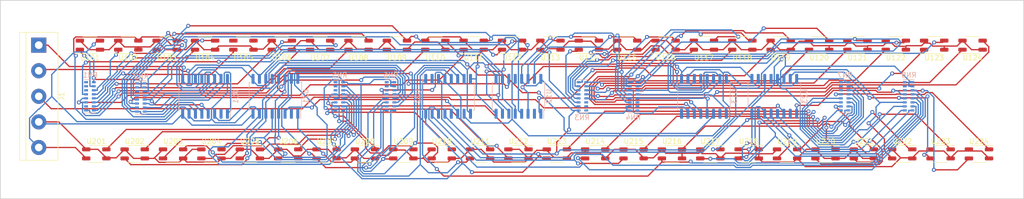
<source format=kicad_pcb>
(kicad_pcb (version 20171130) (host pcbnew 5.99.0+really5.1.10+dfsg1-1)
  (layers (0 F.Cu signal) (31 B.Cu signal) (34 B.Paste user) (35 F.Paste user) (36 B.SilkS user) (37 F.SilkS user) (38 B.Mask user) (39 F.Mask user) (44 Edge.Cuts user))
  (net 0 "")
  (net 1 "Net-(RN1-Pad13)")
  (net 2 "Net-(RN1-Pad12)")
  (net 3 "Net-(RN1-Pad11)")
  (net 4 "Net-(RN1-Pad9)")
  (net 5 "Net-(RN1-Pad8)")
  (net 6 "Net-(RN1-Pad7)")
  (net 7 "Net-(RN1-Pad6)")
  (net 8 "Net-(RN1-Pad5)")
  (net 9 "Net-(RN1-Pad4)")
  (net 10 "Net-(RN1-Pad3)")
  (net 11 "Net-(RN1-Pad2)")
  (net 12 VCC)
  (net 13 "Net-(RN2-Pad13)")
  (net 14 "Net-(RN2-Pad12)")
  (net 15 "Net-(RN2-Pad11)")
  (net 16 "Net-(RN2-Pad10)")
  (net 17 "Net-(RN2-Pad9)")
  (net 18 "Net-(RN2-Pad8)")
  (net 19 "Net-(RN2-Pad7)")
  (net 20 "Net-(RN2-Pad6)")
  (net 21 "Net-(RN2-Pad5)")
  (net 22 "Net-(RN2-Pad4)")
  (net 23 "Net-(RN2-Pad3)")
  (net 24 "Net-(RN3-Pad13)")
  (net 25 "Net-(RN3-Pad12)")
  (net 26 "Net-(RN3-Pad11)")
  (net 27 "Net-(RN3-Pad10)")
  (net 28 "Net-(RN3-Pad9)")
  (net 29 "Net-(RN3-Pad8)")
  (net 30 "Net-(RN3-Pad7)")
  (net 31 "Net-(RN3-Pad6)")
  (net 32 "Net-(RN3-Pad5)")
  (net 33 "Net-(RN3-Pad4)")
  (net 34 "Net-(RN3-Pad3)")
  (net 35 "Net-(RN3-Pad2)")
  (net 36 "Net-(RN4-Pad13)")
  (net 37 "Net-(RN4-Pad12)")
  (net 38 "Net-(RN4-Pad11)")
  (net 39 "Net-(RN4-Pad10)")
  (net 40 "Net-(RN4-Pad9)")
  (net 41 "Net-(RN4-Pad8)")
  (net 42 "Net-(RN4-Pad7)")
  (net 43 "Net-(RN4-Pad6)")
  (net 44 "Net-(RN4-Pad5)")
  (net 45 "Net-(RN4-Pad4)")
  (net 46 "Net-(RN4-Pad3)")
  (net 47 "Net-(RN5-Pad13)")
  (net 48 "Net-(RN5-Pad12)")
  (net 49 "Net-(RN5-Pad11)")
  (net 50 "Net-(RN5-Pad10)")
  (net 51 "Net-(RN5-Pad9)")
  (net 52 "Net-(RN5-Pad8)")
  (net 53 "Net-(RN5-Pad7)")
  (net 54 "Net-(RN5-Pad6)")
  (net 55 "Net-(RN5-Pad5)")
  (net 56 "Net-(RN5-Pad4)")
  (net 57 "Net-(RN5-Pad3)")
  (net 58 "Net-(RN5-Pad2)")
  (net 59 "Net-(RN6-Pad13)")
  (net 60 "Net-(RN6-Pad12)")
  (net 61 "Net-(RN6-Pad11)")
  (net 62 "Net-(RN6-Pad10)")
  (net 63 "Net-(RN6-Pad9)")
  (net 64 "Net-(RN6-Pad8)")
  (net 65 "Net-(RN6-Pad7)")
  (net 66 "Net-(RN6-Pad6)")
  (net 67 "Net-(RN6-Pad5)")
  (net 68 "Net-(RN6-Pad4)")
  (net 69 "Net-(RN6-Pad3)")
  (net 70 "Net-(RN7-Pad13)")
  (net 71 "Net-(RN7-Pad12)")
  (net 72 "Net-(RN7-Pad11)")
  (net 73 "Net-(RN7-Pad10)")
  (net 74 "Net-(RN7-Pad9)")
  (net 75 "Net-(RN7-Pad8)")
  (net 76 "Net-(RN7-Pad7)")
  (net 77 "Net-(RN7-Pad6)")
  (net 78 "Net-(RN7-Pad5)")
  (net 79 "Net-(RN7-Pad4)")
  (net 80 "Net-(RN7-Pad3)")
  (net 81 "Net-(RN7-Pad2)")
  (net 82 "Net-(RN8-Pad13)")
  (net 83 "Net-(RN8-Pad12)")
  (net 84 "Net-(RN8-Pad11)")
  (net 85 "Net-(RN8-Pad10)")
  (net 86 "Net-(RN8-Pad9)")
  (net 87 "Net-(RN8-Pad8)")
  (net 88 "Net-(RN8-Pad7)")
  (net 89 "Net-(RN8-Pad6)")
  (net 90 "Net-(RN8-Pad5)")
  (net 91 "Net-(RN8-Pad4)")
  (net 92 "Net-(RN8-Pad3)")
  (net 93 GND)
  (net 94 "Net-(J1-Pad1)")
  (net 95 "Net-(J1-Pad3)")
  (net 96 "Net-(J1-Pad2)")
  (net 97 "Net-(U11-Pad3)")
  (net 98 "Net-(U12-Pad3)")
  (net 99 "Net-(U13-Pad3)")
  (net 100 "Net-(U21-Pad3)")
  (net 101 "Net-(U22-Pad3)")
  (module Resistor_SMD:R_Cat16-8 (layer B.Cu) (at 234.95 82.55 180)
    (fp_text reference RN8 (at -0.07 4.22) (layer B.SilkS) (effects (justify mirror)))
    (fp_text value 10k)
    (pad 10 smd rect (at 0.76 -2) (size 0.76 0.43) (layers B.Cu B.Paste B.Mask) (net 85 "Net-(RN8-Pad10)"))
    (pad 9 smd rect (at 0.76 -2.8) (size 0.76 0.43) (layers B.Cu B.Paste B.Mask) (net 86 "Net-(RN8-Pad9)"))
    (pad 16 smd rect (at 0.76 2.8) (size 0.76 0.43) (layers B.Cu B.Paste B.Mask))
    (pad 15 smd rect (at 0.76 2) (size 0.76 0.43) (layers B.Cu B.Paste B.Mask))
    (pad 2 smd rect (at -0.76 2) (size 0.76 0.43) (layers B.Cu B.Paste B.Mask) (net 12 VCC))
    (pad 1 smd rect (at -0.76 2.8) (size 0.76 0.43) (layers B.Cu B.Paste B.Mask) (net 12 VCC))
    (pad 8 smd rect (at -0.76 -2.8) (size 0.76 0.43) (layers B.Cu B.Paste B.Mask) (net 87 "Net-(RN8-Pad8)"))
    (pad 7 smd rect (at -0.76 -2) (size 0.76 0.43) (layers B.Cu B.Paste B.Mask) (net 88 "Net-(RN8-Pad7)"))
    (pad 14 smd rect (at 0.76 1.2) (size 0.76 0.43) (layers B.Cu B.Paste B.Mask))
    (pad 11 smd rect (at 0.76 -1.2) (size 0.76 0.43) (layers B.Cu B.Paste B.Mask) (net 84 "Net-(RN8-Pad11)"))
    (pad 6 smd rect (at -0.76 -1.2) (size 0.76 0.43) (layers B.Cu B.Paste B.Mask) (net 89 "Net-(RN8-Pad6)"))
    (pad 3 smd rect (at -0.76 1.2) (size 0.76 0.43) (layers B.Cu B.Paste B.Mask) (net 92 "Net-(RN8-Pad3)"))
    (pad 12 smd rect (at 0.76 -0.4) (size 0.76 0.43) (layers B.Cu B.Paste B.Mask) (net 83 "Net-(RN8-Pad12)"))
    (pad 5 smd rect (at -0.76 -0.4) (size 0.76 0.43) (layers B.Cu B.Paste B.Mask) (net 90 "Net-(RN8-Pad5)"))
    (pad 13 smd rect (at 0.76 0.4) (size 0.76 0.43) (layers B.Cu B.Paste B.Mask) (net 82 "Net-(RN8-Pad13)"))
    (pad 4 smd rect (at -0.76 0.4) (size 0.76 0.43) (layers B.Cu B.Paste B.Mask) (net 91 "Net-(RN8-Pad4)"))
  )
  (module Resistor_SMD:R_Cat16-8 (layer B.Cu) (at 222.25 82.55 180)
    (fp_text reference RN7 (at -0.07 4.22) (layer B.SilkS) (effects (justify mirror)))
    (fp_text value 100)
    (pad 10 smd rect (at 0.76 -2) (size 0.76 0.43) (layers B.Cu B.Paste B.Mask) (net 73 "Net-(RN7-Pad10)"))
    (pad 9 smd rect (at 0.76 -2.8) (size 0.76 0.43) (layers B.Cu B.Paste B.Mask) (net 74 "Net-(RN7-Pad9)"))
    (pad 16 smd rect (at 0.76 2.8) (size 0.76 0.43) (layers B.Cu B.Paste B.Mask))
    (pad 15 smd rect (at 0.76 2) (size 0.76 0.43) (layers B.Cu B.Paste B.Mask))
    (pad 2 smd rect (at -0.76 2) (size 0.76 0.43) (layers B.Cu B.Paste B.Mask) (net 81 "Net-(RN7-Pad2)"))
    (pad 1 smd rect (at -0.76 2.8) (size 0.76 0.43) (layers B.Cu B.Paste B.Mask) (net 12 VCC))
    (pad 8 smd rect (at -0.76 -2.8) (size 0.76 0.43) (layers B.Cu B.Paste B.Mask) (net 75 "Net-(RN7-Pad8)"))
    (pad 7 smd rect (at -0.76 -2) (size 0.76 0.43) (layers B.Cu B.Paste B.Mask) (net 76 "Net-(RN7-Pad7)"))
    (pad 14 smd rect (at 0.76 1.2) (size 0.76 0.43) (layers B.Cu B.Paste B.Mask))
    (pad 11 smd rect (at 0.76 -1.2) (size 0.76 0.43) (layers B.Cu B.Paste B.Mask) (net 72 "Net-(RN7-Pad11)"))
    (pad 6 smd rect (at -0.76 -1.2) (size 0.76 0.43) (layers B.Cu B.Paste B.Mask) (net 77 "Net-(RN7-Pad6)"))
    (pad 3 smd rect (at -0.76 1.2) (size 0.76 0.43) (layers B.Cu B.Paste B.Mask) (net 80 "Net-(RN7-Pad3)"))
    (pad 12 smd rect (at 0.76 -0.4) (size 0.76 0.43) (layers B.Cu B.Paste B.Mask) (net 71 "Net-(RN7-Pad12)"))
    (pad 5 smd rect (at -0.76 -0.4) (size 0.76 0.43) (layers B.Cu B.Paste B.Mask) (net 78 "Net-(RN7-Pad5)"))
    (pad 13 smd rect (at 0.76 0.4) (size 0.76 0.43) (layers B.Cu B.Paste B.Mask) (net 70 "Net-(RN7-Pad13)"))
    (pad 4 smd rect (at -0.76 0.4) (size 0.76 0.43) (layers B.Cu B.Paste B.Mask) (net 79 "Net-(RN7-Pad4)"))
  )
  (module Resistor_SMD:R_Cat16-8 (layer B.Cu) (at 132.08 82.55 180)
    (fp_text reference RN6 (at -0.07 4.22) (layer B.SilkS) (effects (justify mirror)))
    (fp_text value 10k)
    (pad 10 smd rect (at 0.76 -2) (size 0.76 0.43) (layers B.Cu B.Paste B.Mask) (net 62 "Net-(RN6-Pad10)"))
    (pad 9 smd rect (at 0.76 -2.8) (size 0.76 0.43) (layers B.Cu B.Paste B.Mask) (net 63 "Net-(RN6-Pad9)"))
    (pad 16 smd rect (at 0.76 2.8) (size 0.76 0.43) (layers B.Cu B.Paste B.Mask))
    (pad 15 smd rect (at 0.76 2) (size 0.76 0.43) (layers B.Cu B.Paste B.Mask))
    (pad 2 smd rect (at -0.76 2) (size 0.76 0.43) (layers B.Cu B.Paste B.Mask) (net 12 VCC))
    (pad 1 smd rect (at -0.76 2.8) (size 0.76 0.43) (layers B.Cu B.Paste B.Mask) (net 12 VCC))
    (pad 8 smd rect (at -0.76 -2.8) (size 0.76 0.43) (layers B.Cu B.Paste B.Mask) (net 64 "Net-(RN6-Pad8)"))
    (pad 7 smd rect (at -0.76 -2) (size 0.76 0.43) (layers B.Cu B.Paste B.Mask) (net 65 "Net-(RN6-Pad7)"))
    (pad 14 smd rect (at 0.76 1.2) (size 0.76 0.43) (layers B.Cu B.Paste B.Mask))
    (pad 11 smd rect (at 0.76 -1.2) (size 0.76 0.43) (layers B.Cu B.Paste B.Mask) (net 61 "Net-(RN6-Pad11)"))
    (pad 6 smd rect (at -0.76 -1.2) (size 0.76 0.43) (layers B.Cu B.Paste B.Mask) (net 66 "Net-(RN6-Pad6)"))
    (pad 3 smd rect (at -0.76 1.2) (size 0.76 0.43) (layers B.Cu B.Paste B.Mask) (net 69 "Net-(RN6-Pad3)"))
    (pad 12 smd rect (at 0.76 -0.4) (size 0.76 0.43) (layers B.Cu B.Paste B.Mask) (net 60 "Net-(RN6-Pad12)"))
    (pad 5 smd rect (at -0.76 -0.4) (size 0.76 0.43) (layers B.Cu B.Paste B.Mask) (net 67 "Net-(RN6-Pad5)"))
    (pad 13 smd rect (at 0.76 0.4) (size 0.76 0.43) (layers B.Cu B.Paste B.Mask) (net 59 "Net-(RN6-Pad13)"))
    (pad 4 smd rect (at -0.76 0.4) (size 0.76 0.43) (layers B.Cu B.Paste B.Mask) (net 68 "Net-(RN6-Pad4)"))
  )
  (module Resistor_SMD:R_Cat16-8 (layer B.Cu) (at 121.92 82.55 180)
    (fp_text reference RN5 (at -0.07 4.22) (layer B.SilkS) (effects (justify mirror)))
    (fp_text value 100)
    (pad 10 smd rect (at 0.76 -2) (size 0.76 0.43) (layers B.Cu B.Paste B.Mask) (net 50 "Net-(RN5-Pad10)"))
    (pad 9 smd rect (at 0.76 -2.8) (size 0.76 0.43) (layers B.Cu B.Paste B.Mask) (net 51 "Net-(RN5-Pad9)"))
    (pad 16 smd rect (at 0.76 2.8) (size 0.76 0.43) (layers B.Cu B.Paste B.Mask))
    (pad 15 smd rect (at 0.76 2) (size 0.76 0.43) (layers B.Cu B.Paste B.Mask))
    (pad 2 smd rect (at -0.76 2) (size 0.76 0.43) (layers B.Cu B.Paste B.Mask) (net 58 "Net-(RN5-Pad2)"))
    (pad 1 smd rect (at -0.76 2.8) (size 0.76 0.43) (layers B.Cu B.Paste B.Mask) (net 12 VCC))
    (pad 8 smd rect (at -0.76 -2.8) (size 0.76 0.43) (layers B.Cu B.Paste B.Mask) (net 52 "Net-(RN5-Pad8)"))
    (pad 7 smd rect (at -0.76 -2) (size 0.76 0.43) (layers B.Cu B.Paste B.Mask) (net 53 "Net-(RN5-Pad7)"))
    (pad 14 smd rect (at 0.76 1.2) (size 0.76 0.43) (layers B.Cu B.Paste B.Mask))
    (pad 11 smd rect (at 0.76 -1.2) (size 0.76 0.43) (layers B.Cu B.Paste B.Mask) (net 49 "Net-(RN5-Pad11)"))
    (pad 6 smd rect (at -0.76 -1.2) (size 0.76 0.43) (layers B.Cu B.Paste B.Mask) (net 54 "Net-(RN5-Pad6)"))
    (pad 3 smd rect (at -0.76 1.2) (size 0.76 0.43) (layers B.Cu B.Paste B.Mask) (net 57 "Net-(RN5-Pad3)"))
    (pad 12 smd rect (at 0.76 -0.4) (size 0.76 0.43) (layers B.Cu B.Paste B.Mask) (net 48 "Net-(RN5-Pad12)"))
    (pad 5 smd rect (at -0.76 -0.4) (size 0.76 0.43) (layers B.Cu B.Paste B.Mask) (net 55 "Net-(RN5-Pad5)"))
    (pad 13 smd rect (at 0.76 0.4) (size 0.76 0.43) (layers B.Cu B.Paste B.Mask) (net 47 "Net-(RN5-Pad13)"))
    (pad 4 smd rect (at -0.76 0.4) (size 0.76 0.43) (layers B.Cu B.Paste B.Mask) (net 56 "Net-(RN5-Pad4)"))
  )
  (module Resistor_SMD:R_Cat16-8 (layer B.Cu) (at 180.34 82.55)
    (fp_text reference RN4 (at -0.07 4.22) (layer B.SilkS) (effects (justify mirror)))
    (fp_text value 10k)
    (pad 10 smd rect (at 0.76 -2 180) (size 0.76 0.43) (layers B.Cu B.Paste B.Mask) (net 39 "Net-(RN4-Pad10)"))
    (pad 9 smd rect (at 0.76 -2.8 180) (size 0.76 0.43) (layers B.Cu B.Paste B.Mask) (net 40 "Net-(RN4-Pad9)"))
    (pad 16 smd rect (at 0.76 2.8 180) (size 0.76 0.43) (layers B.Cu B.Paste B.Mask))
    (pad 15 smd rect (at 0.76 2 180) (size 0.76 0.43) (layers B.Cu B.Paste B.Mask))
    (pad 2 smd rect (at -0.76 2 180) (size 0.76 0.43) (layers B.Cu B.Paste B.Mask) (net 12 VCC))
    (pad 1 smd rect (at -0.76 2.8 180) (size 0.76 0.43) (layers B.Cu B.Paste B.Mask) (net 12 VCC))
    (pad 8 smd rect (at -0.76 -2.8 180) (size 0.76 0.43) (layers B.Cu B.Paste B.Mask) (net 41 "Net-(RN4-Pad8)"))
    (pad 7 smd rect (at -0.76 -2 180) (size 0.76 0.43) (layers B.Cu B.Paste B.Mask) (net 42 "Net-(RN4-Pad7)"))
    (pad 14 smd rect (at 0.76 1.2 180) (size 0.76 0.43) (layers B.Cu B.Paste B.Mask))
    (pad 11 smd rect (at 0.76 -1.2 180) (size 0.76 0.43) (layers B.Cu B.Paste B.Mask) (net 38 "Net-(RN4-Pad11)"))
    (pad 6 smd rect (at -0.76 -1.2 180) (size 0.76 0.43) (layers B.Cu B.Paste B.Mask) (net 43 "Net-(RN4-Pad6)"))
    (pad 3 smd rect (at -0.76 1.2 180) (size 0.76 0.43) (layers B.Cu B.Paste B.Mask) (net 46 "Net-(RN4-Pad3)"))
    (pad 12 smd rect (at 0.76 -0.4 180) (size 0.76 0.43) (layers B.Cu B.Paste B.Mask) (net 37 "Net-(RN4-Pad12)"))
    (pad 5 smd rect (at -0.76 -0.4 180) (size 0.76 0.43) (layers B.Cu B.Paste B.Mask) (net 44 "Net-(RN4-Pad5)"))
    (pad 13 smd rect (at 0.76 0.4 180) (size 0.76 0.43) (layers B.Cu B.Paste B.Mask) (net 36 "Net-(RN4-Pad13)"))
    (pad 4 smd rect (at -0.76 0.4 180) (size 0.76 0.43) (layers B.Cu B.Paste B.Mask) (net 45 "Net-(RN4-Pad4)"))
  )
  (module Resistor_SMD:R_Cat16-8 (layer B.Cu) (at 170.18 82.55)
    (fp_text reference RN3 (at -0.07 4.22) (layer B.SilkS) (effects (justify mirror)))
    (fp_text value 100)
    (pad 10 smd rect (at 0.76 -2 180) (size 0.76 0.43) (layers B.Cu B.Paste B.Mask) (net 27 "Net-(RN3-Pad10)"))
    (pad 9 smd rect (at 0.76 -2.8 180) (size 0.76 0.43) (layers B.Cu B.Paste B.Mask) (net 28 "Net-(RN3-Pad9)"))
    (pad 16 smd rect (at 0.76 2.8 180) (size 0.76 0.43) (layers B.Cu B.Paste B.Mask))
    (pad 15 smd rect (at 0.76 2 180) (size 0.76 0.43) (layers B.Cu B.Paste B.Mask))
    (pad 2 smd rect (at -0.76 2 180) (size 0.76 0.43) (layers B.Cu B.Paste B.Mask) (net 35 "Net-(RN3-Pad2)"))
    (pad 1 smd rect (at -0.76 2.8 180) (size 0.76 0.43) (layers B.Cu B.Paste B.Mask) (net 12 VCC))
    (pad 8 smd rect (at -0.76 -2.8 180) (size 0.76 0.43) (layers B.Cu B.Paste B.Mask) (net 29 "Net-(RN3-Pad8)"))
    (pad 7 smd rect (at -0.76 -2 180) (size 0.76 0.43) (layers B.Cu B.Paste B.Mask) (net 30 "Net-(RN3-Pad7)"))
    (pad 14 smd rect (at 0.76 1.2 180) (size 0.76 0.43) (layers B.Cu B.Paste B.Mask))
    (pad 11 smd rect (at 0.76 -1.2 180) (size 0.76 0.43) (layers B.Cu B.Paste B.Mask) (net 26 "Net-(RN3-Pad11)"))
    (pad 6 smd rect (at -0.76 -1.2 180) (size 0.76 0.43) (layers B.Cu B.Paste B.Mask) (net 31 "Net-(RN3-Pad6)"))
    (pad 3 smd rect (at -0.76 1.2 180) (size 0.76 0.43) (layers B.Cu B.Paste B.Mask) (net 34 "Net-(RN3-Pad3)"))
    (pad 12 smd rect (at 0.76 -0.4 180) (size 0.76 0.43) (layers B.Cu B.Paste B.Mask) (net 25 "Net-(RN3-Pad12)"))
    (pad 5 smd rect (at -0.76 -0.4 180) (size 0.76 0.43) (layers B.Cu B.Paste B.Mask) (net 32 "Net-(RN3-Pad5)"))
    (pad 13 smd rect (at 0.76 0.4 180) (size 0.76 0.43) (layers B.Cu B.Paste B.Mask) (net 24 "Net-(RN3-Pad13)"))
    (pad 4 smd rect (at -0.76 0.4 180) (size 0.76 0.43) (layers B.Cu B.Paste B.Mask) (net 33 "Net-(RN3-Pad4)"))
  )
  (module Resistor_SMD:R_Cat16-8 (layer B.Cu) (at 82.49 82.78 180)
    (fp_text reference RN2 (at -0.07 4.22) (layer B.SilkS) (effects (justify mirror)))
    (fp_text value 10k)
    (pad 10 smd rect (at 0.76 -2) (size 0.76 0.43) (layers B.Cu B.Paste B.Mask) (net 16 "Net-(RN2-Pad10)"))
    (pad 9 smd rect (at 0.76 -2.8) (size 0.76 0.43) (layers B.Cu B.Paste B.Mask) (net 17 "Net-(RN2-Pad9)"))
    (pad 16 smd rect (at 0.76 2.8) (size 0.76 0.43) (layers B.Cu B.Paste B.Mask))
    (pad 15 smd rect (at 0.76 2) (size 0.76 0.43) (layers B.Cu B.Paste B.Mask))
    (pad 2 smd rect (at -0.76 2) (size 0.76 0.43) (layers B.Cu B.Paste B.Mask) (net 12 VCC))
    (pad 1 smd rect (at -0.76 2.8) (size 0.76 0.43) (layers B.Cu B.Paste B.Mask) (net 12 VCC))
    (pad 8 smd rect (at -0.76 -2.8) (size 0.76 0.43) (layers B.Cu B.Paste B.Mask) (net 18 "Net-(RN2-Pad8)"))
    (pad 7 smd rect (at -0.76 -2) (size 0.76 0.43) (layers B.Cu B.Paste B.Mask) (net 19 "Net-(RN2-Pad7)"))
    (pad 14 smd rect (at 0.76 1.2) (size 0.76 0.43) (layers B.Cu B.Paste B.Mask))
    (pad 11 smd rect (at 0.76 -1.2) (size 0.76 0.43) (layers B.Cu B.Paste B.Mask) (net 15 "Net-(RN2-Pad11)"))
    (pad 6 smd rect (at -0.76 -1.2) (size 0.76 0.43) (layers B.Cu B.Paste B.Mask) (net 20 "Net-(RN2-Pad6)"))
    (pad 3 smd rect (at -0.76 1.2) (size 0.76 0.43) (layers B.Cu B.Paste B.Mask) (net 23 "Net-(RN2-Pad3)"))
    (pad 12 smd rect (at 0.76 -0.4) (size 0.76 0.43) (layers B.Cu B.Paste B.Mask) (net 14 "Net-(RN2-Pad12)"))
    (pad 5 smd rect (at -0.76 -0.4) (size 0.76 0.43) (layers B.Cu B.Paste B.Mask) (net 21 "Net-(RN2-Pad5)"))
    (pad 13 smd rect (at 0.76 0.4) (size 0.76 0.43) (layers B.Cu B.Paste B.Mask) (net 13 "Net-(RN2-Pad13)"))
    (pad 4 smd rect (at -0.76 0.4) (size 0.76 0.43) (layers B.Cu B.Paste B.Mask) (net 22 "Net-(RN2-Pad4)"))
  )
  (module Resistor_SMD:R_Cat16-8 (layer B.Cu) (at 72.39 82.55 180)
    (fp_text reference RN1 (at -0.07 4.22) (layer B.SilkS) (effects (justify mirror)))
    (fp_text value 100)
    (pad 10 smd rect (at 0.76 -2) (size 0.76 0.43) (layers B.Cu B.Paste B.Mask))
    (pad 9 smd rect (at 0.76 -2.8) (size 0.76 0.43) (layers B.Cu B.Paste B.Mask) (net 4 "Net-(RN1-Pad9)"))
    (pad 16 smd rect (at 0.76 2.8) (size 0.76 0.43) (layers B.Cu B.Paste B.Mask))
    (pad 15 smd rect (at 0.76 2) (size 0.76 0.43) (layers B.Cu B.Paste B.Mask))
    (pad 2 smd rect (at -0.76 2) (size 0.76 0.43) (layers B.Cu B.Paste B.Mask) (net 11 "Net-(RN1-Pad2)"))
    (pad 1 smd rect (at -0.76 2.8) (size 0.76 0.43) (layers B.Cu B.Paste B.Mask) (net 12 VCC))
    (pad 8 smd rect (at -0.76 -2.8) (size 0.76 0.43) (layers B.Cu B.Paste B.Mask) (net 5 "Net-(RN1-Pad8)"))
    (pad 7 smd rect (at -0.76 -2) (size 0.76 0.43) (layers B.Cu B.Paste B.Mask) (net 6 "Net-(RN1-Pad7)"))
    (pad 14 smd rect (at 0.76 1.2) (size 0.76 0.43) (layers B.Cu B.Paste B.Mask))
    (pad 11 smd rect (at 0.76 -1.2) (size 0.76 0.43) (layers B.Cu B.Paste B.Mask) (net 3 "Net-(RN1-Pad11)"))
    (pad 6 smd rect (at -0.76 -1.2) (size 0.76 0.43) (layers B.Cu B.Paste B.Mask) (net 7 "Net-(RN1-Pad6)"))
    (pad 3 smd rect (at -0.76 1.2) (size 0.76 0.43) (layers B.Cu B.Paste B.Mask) (net 10 "Net-(RN1-Pad3)"))
    (pad 12 smd rect (at 0.76 -0.4) (size 0.76 0.43) (layers B.Cu B.Paste B.Mask) (net 2 "Net-(RN1-Pad12)"))
    (pad 5 smd rect (at -0.76 -0.4) (size 0.76 0.43) (layers B.Cu B.Paste B.Mask) (net 8 "Net-(RN1-Pad5)"))
    (pad 13 smd rect (at 0.76 0.4) (size 0.76 0.43) (layers B.Cu B.Paste B.Mask) (net 1 "Net-(RN1-Pad13)"))
    (pad 4 smd rect (at -0.76 0.4) (size 0.76 0.43) (layers B.Cu B.Paste B.Mask) (net 9 "Net-(RN1-Pad4)"))
  )
  (module OptoDevice:OnSemi_CASE100CY (layer F.Cu) (at 248.92 93.98 270)
    (fp_text reference U224 (at -2.5 0) (layer F.SilkS))
    (fp_text value QRE1113GR)
    (pad 4 smd roundrect (at 0.9 -2 270) (size 0.79 1.66) (layers F.Cu F.Paste F.Mask) (net 93 GND))
    (pad 1 smd roundrect (at -0.9 -2 270) (size 0.79 1.66) (layers F.Cu F.Paste F.Mask) (net 70 "Net-(RN7-Pad13)"))
    (pad 2 smd roundrect (at -0.9 2 270) (size 0.79 1.66) (layers F.Cu F.Paste F.Mask) (net 93 GND))
    (pad 3 smd roundrect (at 0.9 2 270) (size 0.79 1.66) (layers F.Cu F.Paste F.Mask) (net 82 "Net-(RN8-Pad13)"))
  )
  (module OptoDevice:OnSemi_CASE100CY (layer F.Cu) (at 241.3 93.98 270)
    (fp_text reference U223 (at -2.5 0) (layer F.SilkS))
    (fp_text value QRE1113GR)
    (pad 4 smd roundrect (at 0.9 -2 270) (size 0.79 1.66) (layers F.Cu F.Paste F.Mask) (net 93 GND))
    (pad 1 smd roundrect (at -0.9 -2 270) (size 0.79 1.66) (layers F.Cu F.Paste F.Mask) (net 71 "Net-(RN7-Pad12)"))
    (pad 2 smd roundrect (at -0.9 2 270) (size 0.79 1.66) (layers F.Cu F.Paste F.Mask) (net 93 GND))
    (pad 3 smd roundrect (at 0.9 2 270) (size 0.79 1.66) (layers F.Cu F.Paste F.Mask) (net 83 "Net-(RN8-Pad12)"))
  )
  (module OptoDevice:OnSemi_CASE100CY (layer F.Cu) (at 233.68 93.98 270)
    (fp_text reference U222 (at -2.5 0) (layer F.SilkS))
    (fp_text value QRE1113GR)
    (pad 4 smd roundrect (at 0.9 -2 270) (size 0.79 1.66) (layers F.Cu F.Paste F.Mask) (net 93 GND))
    (pad 1 smd roundrect (at -0.9 -2 270) (size 0.79 1.66) (layers F.Cu F.Paste F.Mask) (net 72 "Net-(RN7-Pad11)"))
    (pad 2 smd roundrect (at -0.9 2 270) (size 0.79 1.66) (layers F.Cu F.Paste F.Mask) (net 93 GND))
    (pad 3 smd roundrect (at 0.9 2 270) (size 0.79 1.66) (layers F.Cu F.Paste F.Mask) (net 84 "Net-(RN8-Pad11)"))
  )
  (module OptoDevice:OnSemi_CASE100CY (layer F.Cu) (at 226.06 93.98 270)
    (fp_text reference U221 (at -2.5 0) (layer F.SilkS))
    (fp_text value QRE1113GR)
    (pad 4 smd roundrect (at 0.9 -2 270) (size 0.79 1.66) (layers F.Cu F.Paste F.Mask) (net 93 GND))
    (pad 1 smd roundrect (at -0.9 -2 270) (size 0.79 1.66) (layers F.Cu F.Paste F.Mask) (net 73 "Net-(RN7-Pad10)"))
    (pad 2 smd roundrect (at -0.9 2 270) (size 0.79 1.66) (layers F.Cu F.Paste F.Mask) (net 93 GND))
    (pad 3 smd roundrect (at 0.9 2 270) (size 0.79 1.66) (layers F.Cu F.Paste F.Mask) (net 85 "Net-(RN8-Pad10)"))
  )
  (module OptoDevice:OnSemi_CASE100CY (layer F.Cu) (at 218.44 93.98 270)
    (fp_text reference U220 (at -2.5 0) (layer F.SilkS))
    (fp_text value QRE1113GR)
    (pad 4 smd roundrect (at 0.9 -2 270) (size 0.79 1.66) (layers F.Cu F.Paste F.Mask) (net 93 GND))
    (pad 1 smd roundrect (at -0.9 -2 270) (size 0.79 1.66) (layers F.Cu F.Paste F.Mask) (net 74 "Net-(RN7-Pad9)"))
    (pad 2 smd roundrect (at -0.9 2 270) (size 0.79 1.66) (layers F.Cu F.Paste F.Mask) (net 93 GND))
    (pad 3 smd roundrect (at 0.9 2 270) (size 0.79 1.66) (layers F.Cu F.Paste F.Mask) (net 86 "Net-(RN8-Pad9)"))
  )
  (module OptoDevice:OnSemi_CASE100CY (layer F.Cu) (at 210.82 93.98 270)
    (fp_text reference U219 (at -2.5 0) (layer F.SilkS))
    (fp_text value QRE1113GR)
    (pad 4 smd roundrect (at 0.9 -2 270) (size 0.79 1.66) (layers F.Cu F.Paste F.Mask) (net 93 GND))
    (pad 1 smd roundrect (at -0.9 -2 270) (size 0.79 1.66) (layers F.Cu F.Paste F.Mask) (net 75 "Net-(RN7-Pad8)"))
    (pad 2 smd roundrect (at -0.9 2 270) (size 0.79 1.66) (layers F.Cu F.Paste F.Mask) (net 93 GND))
    (pad 3 smd roundrect (at 0.9 2 270) (size 0.79 1.66) (layers F.Cu F.Paste F.Mask) (net 87 "Net-(RN8-Pad8)"))
  )
  (module OptoDevice:OnSemi_CASE100CY (layer F.Cu) (at 203.2 93.98 270)
    (fp_text reference U218 (at -2.5 0) (layer F.SilkS))
    (fp_text value QRE1113GR)
    (pad 4 smd roundrect (at 0.9 -2 270) (size 0.79 1.66) (layers F.Cu F.Paste F.Mask) (net 93 GND))
    (pad 1 smd roundrect (at -0.9 -2 270) (size 0.79 1.66) (layers F.Cu F.Paste F.Mask) (net 76 "Net-(RN7-Pad7)"))
    (pad 2 smd roundrect (at -0.9 2 270) (size 0.79 1.66) (layers F.Cu F.Paste F.Mask) (net 93 GND))
    (pad 3 smd roundrect (at 0.9 2 270) (size 0.79 1.66) (layers F.Cu F.Paste F.Mask) (net 88 "Net-(RN8-Pad7)"))
  )
  (module OptoDevice:OnSemi_CASE100CY (layer F.Cu) (at 195.58 93.98 270)
    (fp_text reference U217 (at -2.5 0) (layer F.SilkS))
    (fp_text value QRE1113GR)
    (pad 4 smd roundrect (at 0.9 -2 270) (size 0.79 1.66) (layers F.Cu F.Paste F.Mask) (net 93 GND))
    (pad 1 smd roundrect (at -0.9 -2 270) (size 0.79 1.66) (layers F.Cu F.Paste F.Mask) (net 77 "Net-(RN7-Pad6)"))
    (pad 2 smd roundrect (at -0.9 2 270) (size 0.79 1.66) (layers F.Cu F.Paste F.Mask) (net 93 GND))
    (pad 3 smd roundrect (at 0.9 2 270) (size 0.79 1.66) (layers F.Cu F.Paste F.Mask) (net 89 "Net-(RN8-Pad6)"))
  )
  (module OptoDevice:OnSemi_CASE100CY (layer F.Cu) (at 187.96 93.98 270)
    (fp_text reference U216 (at -2.5 0) (layer F.SilkS))
    (fp_text value QRE1113GR)
    (pad 4 smd roundrect (at 0.9 -2 270) (size 0.79 1.66) (layers F.Cu F.Paste F.Mask) (net 93 GND))
    (pad 1 smd roundrect (at -0.9 -2 270) (size 0.79 1.66) (layers F.Cu F.Paste F.Mask) (net 78 "Net-(RN7-Pad5)"))
    (pad 2 smd roundrect (at -0.9 2 270) (size 0.79 1.66) (layers F.Cu F.Paste F.Mask) (net 93 GND))
    (pad 3 smd roundrect (at 0.9 2 270) (size 0.79 1.66) (layers F.Cu F.Paste F.Mask) (net 90 "Net-(RN8-Pad5)"))
  )
  (module OptoDevice:OnSemi_CASE100CY (layer F.Cu) (at 180.34 93.98 270)
    (fp_text reference U215 (at -2.5 0) (layer F.SilkS))
    (fp_text value QRE1113GR)
    (pad 4 smd roundrect (at 0.9 -2 270) (size 0.79 1.66) (layers F.Cu F.Paste F.Mask) (net 93 GND))
    (pad 1 smd roundrect (at -0.9 -2 270) (size 0.79 1.66) (layers F.Cu F.Paste F.Mask) (net 79 "Net-(RN7-Pad4)"))
    (pad 2 smd roundrect (at -0.9 2 270) (size 0.79 1.66) (layers F.Cu F.Paste F.Mask) (net 93 GND))
    (pad 3 smd roundrect (at 0.9 2 270) (size 0.79 1.66) (layers F.Cu F.Paste F.Mask) (net 91 "Net-(RN8-Pad4)"))
  )
  (module OptoDevice:OnSemi_CASE100CY (layer F.Cu) (at 172.72 93.98 270)
    (fp_text reference U214 (at -2.5 0) (layer F.SilkS))
    (fp_text value QRE1113GR)
    (pad 4 smd roundrect (at 0.9 -2 270) (size 0.79 1.66) (layers F.Cu F.Paste F.Mask) (net 93 GND))
    (pad 1 smd roundrect (at -0.9 -2 270) (size 0.79 1.66) (layers F.Cu F.Paste F.Mask) (net 80 "Net-(RN7-Pad3)"))
    (pad 2 smd roundrect (at -0.9 2 270) (size 0.79 1.66) (layers F.Cu F.Paste F.Mask) (net 93 GND))
    (pad 3 smd roundrect (at 0.9 2 270) (size 0.79 1.66) (layers F.Cu F.Paste F.Mask) (net 92 "Net-(RN8-Pad3)"))
  )
  (module OptoDevice:OnSemi_CASE100CY (layer F.Cu) (at 165.1 93.98 270)
    (fp_text reference U213 (at -2.5 0) (layer F.SilkS))
    (fp_text value QRE1113GR)
    (pad 4 smd roundrect (at 0.9 -2 270) (size 0.79 1.66) (layers F.Cu F.Paste F.Mask) (net 93 GND))
    (pad 1 smd roundrect (at -0.9 -2 270) (size 0.79 1.66) (layers F.Cu F.Paste F.Mask) (net 81 "Net-(RN7-Pad2)"))
    (pad 2 smd roundrect (at -0.9 2 270) (size 0.79 1.66) (layers F.Cu F.Paste F.Mask) (net 93 GND))
    (pad 3 smd roundrect (at 0.9 2 270) (size 0.79 1.66) (layers F.Cu F.Paste F.Mask) (net 12 VCC))
  )
  (module OptoDevice:OnSemi_CASE100CY (layer F.Cu) (at 157.48 93.98 270)
    (fp_text reference U212 (at -2.5 0) (layer F.SilkS))
    (fp_text value QRE1113GR)
    (pad 4 smd roundrect (at 0.9 -2 270) (size 0.79 1.66) (layers F.Cu F.Paste F.Mask) (net 93 GND))
    (pad 1 smd roundrect (at -0.9 -2 270) (size 0.79 1.66) (layers F.Cu F.Paste F.Mask) (net 47 "Net-(RN5-Pad13)"))
    (pad 2 smd roundrect (at -0.9 2 270) (size 0.79 1.66) (layers F.Cu F.Paste F.Mask) (net 93 GND))
    (pad 3 smd roundrect (at 0.9 2 270) (size 0.79 1.66) (layers F.Cu F.Paste F.Mask) (net 59 "Net-(RN6-Pad13)"))
  )
  (module OptoDevice:OnSemi_CASE100CY (layer F.Cu) (at 149.86 93.98 270)
    (fp_text reference U211 (at -2.5 0) (layer F.SilkS))
    (fp_text value QRE1113GR)
    (pad 4 smd roundrect (at 0.9 -2 270) (size 0.79 1.66) (layers F.Cu F.Paste F.Mask) (net 93 GND))
    (pad 1 smd roundrect (at -0.9 -2 270) (size 0.79 1.66) (layers F.Cu F.Paste F.Mask) (net 48 "Net-(RN5-Pad12)"))
    (pad 2 smd roundrect (at -0.9 2 270) (size 0.79 1.66) (layers F.Cu F.Paste F.Mask) (net 93 GND))
    (pad 3 smd roundrect (at 0.9 2 270) (size 0.79 1.66) (layers F.Cu F.Paste F.Mask) (net 60 "Net-(RN6-Pad12)"))
  )
  (module OptoDevice:OnSemi_CASE100CY (layer F.Cu) (at 142.24 93.98 270)
    (fp_text reference U210 (at -2.5 0) (layer F.SilkS))
    (fp_text value QRE1113GR)
    (pad 4 smd roundrect (at 0.9 -2 270) (size 0.79 1.66) (layers F.Cu F.Paste F.Mask) (net 93 GND))
    (pad 1 smd roundrect (at -0.9 -2 270) (size 0.79 1.66) (layers F.Cu F.Paste F.Mask) (net 49 "Net-(RN5-Pad11)"))
    (pad 2 smd roundrect (at -0.9 2 270) (size 0.79 1.66) (layers F.Cu F.Paste F.Mask) (net 93 GND))
    (pad 3 smd roundrect (at 0.9 2 270) (size 0.79 1.66) (layers F.Cu F.Paste F.Mask) (net 61 "Net-(RN6-Pad11)"))
  )
  (module OptoDevice:OnSemi_CASE100CY (layer F.Cu) (at 134.62 93.98 270)
    (fp_text reference U209 (at -2.5 0) (layer F.SilkS))
    (fp_text value QRE1113GR)
    (pad 4 smd roundrect (at 0.9 -2 270) (size 0.79 1.66) (layers F.Cu F.Paste F.Mask) (net 93 GND))
    (pad 1 smd roundrect (at -0.9 -2 270) (size 0.79 1.66) (layers F.Cu F.Paste F.Mask) (net 50 "Net-(RN5-Pad10)"))
    (pad 2 smd roundrect (at -0.9 2 270) (size 0.79 1.66) (layers F.Cu F.Paste F.Mask) (net 93 GND))
    (pad 3 smd roundrect (at 0.9 2 270) (size 0.79 1.66) (layers F.Cu F.Paste F.Mask) (net 62 "Net-(RN6-Pad10)"))
  )
  (module OptoDevice:OnSemi_CASE100CY (layer F.Cu) (at 127 93.98 270)
    (fp_text reference U208 (at -2.5 0) (layer F.SilkS))
    (fp_text value QRE1113GR)
    (pad 4 smd roundrect (at 0.9 -2 270) (size 0.79 1.66) (layers F.Cu F.Paste F.Mask) (net 93 GND))
    (pad 1 smd roundrect (at -0.9 -2 270) (size 0.79 1.66) (layers F.Cu F.Paste F.Mask) (net 51 "Net-(RN5-Pad9)"))
    (pad 2 smd roundrect (at -0.9 2 270) (size 0.79 1.66) (layers F.Cu F.Paste F.Mask) (net 93 GND))
    (pad 3 smd roundrect (at 0.9 2 270) (size 0.79 1.66) (layers F.Cu F.Paste F.Mask) (net 63 "Net-(RN6-Pad9)"))
  )
  (module OptoDevice:OnSemi_CASE100CY (layer F.Cu) (at 119.38 93.98 270)
    (fp_text reference U207 (at -2.5 0) (layer F.SilkS))
    (fp_text value QRE1113GR)
    (pad 4 smd roundrect (at 0.9 -2 270) (size 0.79 1.66) (layers F.Cu F.Paste F.Mask) (net 93 GND))
    (pad 1 smd roundrect (at -0.9 -2 270) (size 0.79 1.66) (layers F.Cu F.Paste F.Mask) (net 52 "Net-(RN5-Pad8)"))
    (pad 2 smd roundrect (at -0.9 2 270) (size 0.79 1.66) (layers F.Cu F.Paste F.Mask) (net 93 GND))
    (pad 3 smd roundrect (at 0.9 2 270) (size 0.79 1.66) (layers F.Cu F.Paste F.Mask) (net 64 "Net-(RN6-Pad8)"))
  )
  (module OptoDevice:OnSemi_CASE100CY (layer F.Cu) (at 111.76 93.98 270)
    (fp_text reference U206 (at -2.5 0) (layer F.SilkS))
    (fp_text value QRE1113GR)
    (pad 4 smd roundrect (at 0.9 -2 270) (size 0.79 1.66) (layers F.Cu F.Paste F.Mask) (net 93 GND))
    (pad 1 smd roundrect (at -0.9 -2 270) (size 0.79 1.66) (layers F.Cu F.Paste F.Mask) (net 53 "Net-(RN5-Pad7)"))
    (pad 2 smd roundrect (at -0.9 2 270) (size 0.79 1.66) (layers F.Cu F.Paste F.Mask) (net 93 GND))
    (pad 3 smd roundrect (at 0.9 2 270) (size 0.79 1.66) (layers F.Cu F.Paste F.Mask) (net 65 "Net-(RN6-Pad7)"))
  )
  (module OptoDevice:OnSemi_CASE100CY (layer F.Cu) (at 104.14 93.98 270)
    (fp_text reference U205 (at -2.5 0) (layer F.SilkS))
    (fp_text value QRE1113GR)
    (pad 4 smd roundrect (at 0.9 -2 270) (size 0.79 1.66) (layers F.Cu F.Paste F.Mask) (net 93 GND))
    (pad 1 smd roundrect (at -0.9 -2 270) (size 0.79 1.66) (layers F.Cu F.Paste F.Mask) (net 54 "Net-(RN5-Pad6)"))
    (pad 2 smd roundrect (at -0.9 2 270) (size 0.79 1.66) (layers F.Cu F.Paste F.Mask) (net 93 GND))
    (pad 3 smd roundrect (at 0.9 2 270) (size 0.79 1.66) (layers F.Cu F.Paste F.Mask) (net 66 "Net-(RN6-Pad6)"))
  )
  (module OptoDevice:OnSemi_CASE100CY (layer F.Cu) (at 96.52 93.98 270)
    (fp_text reference U204 (at -2.5 0) (layer F.SilkS))
    (fp_text value QRE1113GR)
    (pad 4 smd roundrect (at 0.9 -2 270) (size 0.79 1.66) (layers F.Cu F.Paste F.Mask) (net 93 GND))
    (pad 1 smd roundrect (at -0.9 -2 270) (size 0.79 1.66) (layers F.Cu F.Paste F.Mask) (net 55 "Net-(RN5-Pad5)"))
    (pad 2 smd roundrect (at -0.9 2 270) (size 0.79 1.66) (layers F.Cu F.Paste F.Mask) (net 93 GND))
    (pad 3 smd roundrect (at 0.9 2 270) (size 0.79 1.66) (layers F.Cu F.Paste F.Mask) (net 67 "Net-(RN6-Pad5)"))
  )
  (module OptoDevice:OnSemi_CASE100CY (layer F.Cu) (at 88.9 93.98 270)
    (fp_text reference U203 (at -2.5 0) (layer F.SilkS))
    (fp_text value QRE1113GR hide)
    (pad 4 smd roundrect (at 0.9 -2 270) (size 0.79 1.66) (layers F.Cu F.Paste F.Mask) (net 93 GND))
    (pad 1 smd roundrect (at -0.9 -2 270) (size 0.79 1.66) (layers F.Cu F.Paste F.Mask) (net 56 "Net-(RN5-Pad4)"))
    (pad 2 smd roundrect (at -0.9 2 270) (size 0.79 1.66) (layers F.Cu F.Paste F.Mask) (net 93 GND))
    (pad 3 smd roundrect (at 0.9 2 270) (size 0.79 1.66) (layers F.Cu F.Paste F.Mask) (net 68 "Net-(RN6-Pad4)"))
  )
  (module OptoDevice:OnSemi_CASE100CY (layer F.Cu) (at 81.28 93.98 270)
    (fp_text reference U202 (at -2.5 0) (layer F.SilkS))
    (fp_text value QRE1113GR)
    (pad 4 smd roundrect (at 0.9 -2 270) (size 0.79 1.66) (layers F.Cu F.Paste F.Mask) (net 93 GND))
    (pad 1 smd roundrect (at -0.9 -2 270) (size 0.79 1.66) (layers F.Cu F.Paste F.Mask) (net 57 "Net-(RN5-Pad3)"))
    (pad 2 smd roundrect (at -0.9 2 270) (size 0.79 1.66) (layers F.Cu F.Paste F.Mask) (net 93 GND))
    (pad 3 smd roundrect (at 0.9 2 270) (size 0.79 1.66) (layers F.Cu F.Paste F.Mask) (net 69 "Net-(RN6-Pad3)"))
  )
  (module OptoDevice:OnSemi_CASE100CY (layer F.Cu) (at 73.66 93.98 270)
    (fp_text reference U201 (at -2.5 0) (layer F.SilkS))
    (fp_text value QRE1113GR)
    (pad 4 smd roundrect (at 0.9 -2 270) (size 0.79 1.66) (layers F.Cu F.Paste F.Mask) (net 93 GND))
    (pad 1 smd roundrect (at -0.9 -2 270) (size 0.79 1.66) (layers F.Cu F.Paste F.Mask) (net 58 "Net-(RN5-Pad2)"))
    (pad 2 smd roundrect (at -0.9 2 270) (size 0.79 1.66) (layers F.Cu F.Paste F.Mask) (net 93 GND))
    (pad 3 smd roundrect (at 0.9 2 270) (size 0.79 1.66) (layers F.Cu F.Paste F.Mask) (net 12 VCC))
  )
  (module OptoDevice:OnSemi_CASE100CY (layer F.Cu) (at 247.65 72.39 90)
    (fp_text reference U124 (at -2.5 0) (layer F.SilkS))
    (fp_text value QRE1113GR)
    (pad 4 smd roundrect (at 0.9 -2 90) (size 0.79 1.66) (layers F.Cu F.Paste F.Mask) (net 93 GND))
    (pad 1 smd roundrect (at -0.9 -2 90) (size 0.79 1.66) (layers F.Cu F.Paste F.Mask) (net 24 "Net-(RN3-Pad13)"))
    (pad 2 smd roundrect (at -0.9 2 90) (size 0.79 1.66) (layers F.Cu F.Paste F.Mask) (net 93 GND))
    (pad 3 smd roundrect (at 0.9 2 90) (size 0.79 1.66) (layers F.Cu F.Paste F.Mask) (net 36 "Net-(RN4-Pad13)"))
  )
  (module OptoDevice:OnSemi_CASE100CY (layer F.Cu) (at 240.03 72.39 90)
    (fp_text reference U123 (at -2.5 0) (layer F.SilkS))
    (fp_text value QRE1113GR)
    (pad 4 smd roundrect (at 0.9 -2 90) (size 0.79 1.66) (layers F.Cu F.Paste F.Mask) (net 93 GND))
    (pad 1 smd roundrect (at -0.9 -2 90) (size 0.79 1.66) (layers F.Cu F.Paste F.Mask) (net 25 "Net-(RN3-Pad12)"))
    (pad 2 smd roundrect (at -0.9 2 90) (size 0.79 1.66) (layers F.Cu F.Paste F.Mask) (net 93 GND))
    (pad 3 smd roundrect (at 0.9 2 90) (size 0.79 1.66) (layers F.Cu F.Paste F.Mask) (net 37 "Net-(RN4-Pad12)"))
  )
  (module OptoDevice:OnSemi_CASE100CY (layer F.Cu) (at 232.41 72.39 90)
    (fp_text reference U122 (at -2.5 0) (layer F.SilkS))
    (fp_text value QRE1113GR)
    (pad 4 smd roundrect (at 0.9 -2 90) (size 0.79 1.66) (layers F.Cu F.Paste F.Mask) (net 93 GND))
    (pad 1 smd roundrect (at -0.9 -2 90) (size 0.79 1.66) (layers F.Cu F.Paste F.Mask) (net 26 "Net-(RN3-Pad11)"))
    (pad 2 smd roundrect (at -0.9 2 90) (size 0.79 1.66) (layers F.Cu F.Paste F.Mask) (net 93 GND))
    (pad 3 smd roundrect (at 0.9 2 90) (size 0.79 1.66) (layers F.Cu F.Paste F.Mask) (net 38 "Net-(RN4-Pad11)"))
  )
  (module OptoDevice:OnSemi_CASE100CY (layer F.Cu) (at 224.79 72.39 90)
    (fp_text reference U121 (at -2.5 0) (layer F.SilkS))
    (fp_text value QRE1113GR)
    (pad 4 smd roundrect (at 0.9 -2 90) (size 0.79 1.66) (layers F.Cu F.Paste F.Mask) (net 93 GND))
    (pad 1 smd roundrect (at -0.9 -2 90) (size 0.79 1.66) (layers F.Cu F.Paste F.Mask) (net 27 "Net-(RN3-Pad10)"))
    (pad 2 smd roundrect (at -0.9 2 90) (size 0.79 1.66) (layers F.Cu F.Paste F.Mask) (net 93 GND))
    (pad 3 smd roundrect (at 0.9 2 90) (size 0.79 1.66) (layers F.Cu F.Paste F.Mask) (net 39 "Net-(RN4-Pad10)"))
  )
  (module OptoDevice:OnSemi_CASE100CY (layer F.Cu) (at 217.17 72.39 90)
    (fp_text reference U120 (at -2.5 0) (layer F.SilkS))
    (fp_text value QRE1113GR)
    (pad 4 smd roundrect (at 0.9 -2 90) (size 0.79 1.66) (layers F.Cu F.Paste F.Mask) (net 93 GND))
    (pad 1 smd roundrect (at -0.9 -2 90) (size 0.79 1.66) (layers F.Cu F.Paste F.Mask) (net 28 "Net-(RN3-Pad9)"))
    (pad 2 smd roundrect (at -0.9 2 90) (size 0.79 1.66) (layers F.Cu F.Paste F.Mask) (net 93 GND))
    (pad 3 smd roundrect (at 0.9 2 90) (size 0.79 1.66) (layers F.Cu F.Paste F.Mask) (net 40 "Net-(RN4-Pad9)"))
  )
  (module OptoDevice:OnSemi_CASE100CY (layer F.Cu) (at 209.55 72.39 90)
    (fp_text reference U119 (at -2.5 0) (layer F.SilkS))
    (fp_text value QRE1113GR)
    (pad 4 smd roundrect (at 0.9 -2 90) (size 0.79 1.66) (layers F.Cu F.Paste F.Mask) (net 93 GND))
    (pad 1 smd roundrect (at -0.9 -2 90) (size 0.79 1.66) (layers F.Cu F.Paste F.Mask) (net 29 "Net-(RN3-Pad8)"))
    (pad 2 smd roundrect (at -0.9 2 90) (size 0.79 1.66) (layers F.Cu F.Paste F.Mask) (net 93 GND))
    (pad 3 smd roundrect (at 0.9 2 90) (size 0.79 1.66) (layers F.Cu F.Paste F.Mask) (net 41 "Net-(RN4-Pad8)"))
  )
  (module OptoDevice:OnSemi_CASE100CY (layer F.Cu) (at 201.93 72.39 90)
    (fp_text reference U118 (at -2.5 0) (layer F.SilkS))
    (fp_text value QRE1113GR)
    (pad 4 smd roundrect (at 0.9 -2 90) (size 0.79 1.66) (layers F.Cu F.Paste F.Mask) (net 93 GND))
    (pad 1 smd roundrect (at -0.9 -2 90) (size 0.79 1.66) (layers F.Cu F.Paste F.Mask) (net 30 "Net-(RN3-Pad7)"))
    (pad 2 smd roundrect (at -0.9 2 90) (size 0.79 1.66) (layers F.Cu F.Paste F.Mask) (net 93 GND))
    (pad 3 smd roundrect (at 0.9 2 90) (size 0.79 1.66) (layers F.Cu F.Paste F.Mask) (net 42 "Net-(RN4-Pad7)"))
  )
  (module OptoDevice:OnSemi_CASE100CY (layer F.Cu) (at 194.31 72.39 90)
    (fp_text reference U117 (at -2.5 0) (layer F.SilkS))
    (fp_text value QRE1113GR)
    (pad 4 smd roundrect (at 0.9 -2 90) (size 0.79 1.66) (layers F.Cu F.Paste F.Mask) (net 93 GND))
    (pad 1 smd roundrect (at -0.9 -2 90) (size 0.79 1.66) (layers F.Cu F.Paste F.Mask) (net 31 "Net-(RN3-Pad6)"))
    (pad 2 smd roundrect (at -0.9 2 90) (size 0.79 1.66) (layers F.Cu F.Paste F.Mask) (net 93 GND))
    (pad 3 smd roundrect (at 0.9 2 90) (size 0.79 1.66) (layers F.Cu F.Paste F.Mask) (net 43 "Net-(RN4-Pad6)"))
  )
  (module OptoDevice:OnSemi_CASE100CY (layer F.Cu) (at 186.69 72.39 90)
    (fp_text reference U116 (at -2.5 0) (layer F.SilkS))
    (fp_text value QRE1113GR)
    (pad 4 smd roundrect (at 0.9 -2 90) (size 0.79 1.66) (layers F.Cu F.Paste F.Mask) (net 93 GND))
    (pad 1 smd roundrect (at -0.9 -2 90) (size 0.79 1.66) (layers F.Cu F.Paste F.Mask) (net 32 "Net-(RN3-Pad5)"))
    (pad 2 smd roundrect (at -0.9 2 90) (size 0.79 1.66) (layers F.Cu F.Paste F.Mask) (net 93 GND))
    (pad 3 smd roundrect (at 0.9 2 90) (size 0.79 1.66) (layers F.Cu F.Paste F.Mask) (net 44 "Net-(RN4-Pad5)"))
  )
  (module OptoDevice:OnSemi_CASE100CY (layer F.Cu) (at 179.07 72.39 90)
    (fp_text reference U115 (at -2.5 0) (layer F.SilkS))
    (fp_text value QRE1113GR)
    (pad 4 smd roundrect (at 0.9 -2 90) (size 0.79 1.66) (layers F.Cu F.Paste F.Mask) (net 93 GND))
    (pad 1 smd roundrect (at -0.9 -2 90) (size 0.79 1.66) (layers F.Cu F.Paste F.Mask) (net 33 "Net-(RN3-Pad4)"))
    (pad 2 smd roundrect (at -0.9 2 90) (size 0.79 1.66) (layers F.Cu F.Paste F.Mask) (net 93 GND))
    (pad 3 smd roundrect (at 0.9 2 90) (size 0.79 1.66) (layers F.Cu F.Paste F.Mask) (net 45 "Net-(RN4-Pad4)"))
  )
  (module OptoDevice:OnSemi_CASE100CY (layer F.Cu) (at 171.45 72.39 90)
    (fp_text reference U114 (at -2.5 0) (layer F.SilkS))
    (fp_text value QRE1113GR)
    (pad 4 smd roundrect (at 0.9 -2 90) (size 0.79 1.66) (layers F.Cu F.Paste F.Mask) (net 93 GND))
    (pad 1 smd roundrect (at -0.9 -2 90) (size 0.79 1.66) (layers F.Cu F.Paste F.Mask) (net 34 "Net-(RN3-Pad3)"))
    (pad 2 smd roundrect (at -0.9 2 90) (size 0.79 1.66) (layers F.Cu F.Paste F.Mask) (net 93 GND))
    (pad 3 smd roundrect (at 0.9 2 90) (size 0.79 1.66) (layers F.Cu F.Paste F.Mask) (net 46 "Net-(RN4-Pad3)"))
  )
  (module OptoDevice:OnSemi_CASE100CY (layer F.Cu) (at 163.83 72.39 90)
    (fp_text reference U113 (at -2.5 0) (layer F.SilkS))
    (fp_text value QRE1113GR)
    (pad 4 smd roundrect (at 0.9 -2 90) (size 0.79 1.66) (layers F.Cu F.Paste F.Mask) (net 93 GND))
    (pad 1 smd roundrect (at -0.9 -2 90) (size 0.79 1.66) (layers F.Cu F.Paste F.Mask) (net 35 "Net-(RN3-Pad2)"))
    (pad 2 smd roundrect (at -0.9 2 90) (size 0.79 1.66) (layers F.Cu F.Paste F.Mask) (net 93 GND))
    (pad 3 smd roundrect (at 0.9 2 90) (size 0.79 1.66) (layers F.Cu F.Paste F.Mask) (net 12 VCC))
  )
  (module OptoDevice:OnSemi_CASE100CY (layer F.Cu) (at 156.21 72.39 90)
    (fp_text reference U112 (at -2.5 0) (layer F.SilkS))
    (fp_text value QRE1113GR)
    (pad 4 smd roundrect (at 0.9 -2 90) (size 0.79 1.66) (layers F.Cu F.Paste F.Mask) (net 93 GND))
    (pad 1 smd roundrect (at -0.9 -2 90) (size 0.79 1.66) (layers F.Cu F.Paste F.Mask) (net 1 "Net-(RN1-Pad13)"))
    (pad 2 smd roundrect (at -0.9 2 90) (size 0.79 1.66) (layers F.Cu F.Paste F.Mask) (net 93 GND))
    (pad 3 smd roundrect (at 0.9 2 90) (size 0.79 1.66) (layers F.Cu F.Paste F.Mask) (net 13 "Net-(RN2-Pad13)"))
  )
  (module OptoDevice:OnSemi_CASE100CY (layer F.Cu) (at 148.59 72.39 90)
    (fp_text reference U111 (at -2.5 0) (layer F.SilkS))
    (fp_text value QRE1113GR)
    (pad 4 smd roundrect (at 0.9 -2 90) (size 0.79 1.66) (layers F.Cu F.Paste F.Mask) (net 93 GND))
    (pad 1 smd roundrect (at -0.9 -2 90) (size 0.79 1.66) (layers F.Cu F.Paste F.Mask) (net 2 "Net-(RN1-Pad12)"))
    (pad 2 smd roundrect (at -0.9 2 90) (size 0.79 1.66) (layers F.Cu F.Paste F.Mask) (net 93 GND))
    (pad 3 smd roundrect (at 0.9 2 90) (size 0.79 1.66) (layers F.Cu F.Paste F.Mask) (net 14 "Net-(RN2-Pad12)"))
  )
  (module OptoDevice:OnSemi_CASE100CY (layer F.Cu) (at 140.97 72.39 90)
    (fp_text reference U110 (at -2.5 0) (layer F.SilkS))
    (fp_text value QRE1113GR)
    (pad 4 smd roundrect (at 0.9 -2 90) (size 0.79 1.66) (layers F.Cu F.Paste F.Mask) (net 93 GND))
    (pad 1 smd roundrect (at -0.9 -2 90) (size 0.79 1.66) (layers F.Cu F.Paste F.Mask) (net 3 "Net-(RN1-Pad11)"))
    (pad 2 smd roundrect (at -0.9 2 90) (size 0.79 1.66) (layers F.Cu F.Paste F.Mask) (net 93 GND))
    (pad 3 smd roundrect (at 0.9 2 90) (size 0.79 1.66) (layers F.Cu F.Paste F.Mask) (net 15 "Net-(RN2-Pad11)"))
  )
  (module OptoDevice:OnSemi_CASE100CY (layer F.Cu) (at 133.35 72.39 90)
    (fp_text reference U109 (at -2.5 0) (layer F.SilkS))
    (fp_text value QRE1113GR)
    (pad 4 smd roundrect (at 0.9 -2 90) (size 0.79 1.66) (layers F.Cu F.Paste F.Mask) (net 93 GND))
    (pad 1 smd roundrect (at -0.9 -2 90) (size 0.79 1.66) (layers F.Cu F.Paste F.Mask))
    (pad 2 smd roundrect (at -0.9 2 90) (size 0.79 1.66) (layers F.Cu F.Paste F.Mask) (net 93 GND))
    (pad 3 smd roundrect (at 0.9 2 90) (size 0.79 1.66) (layers F.Cu F.Paste F.Mask) (net 16 "Net-(RN2-Pad10)"))
  )
  (module OptoDevice:OnSemi_CASE100CY (layer F.Cu) (at 125.73 72.39 90)
    (fp_text reference U108 (at -2.5 0) (layer F.SilkS))
    (fp_text value QRE1113GR)
    (pad 4 smd roundrect (at 0.9 -2 90) (size 0.79 1.66) (layers F.Cu F.Paste F.Mask) (net 93 GND))
    (pad 1 smd roundrect (at -0.9 -2 90) (size 0.79 1.66) (layers F.Cu F.Paste F.Mask) (net 4 "Net-(RN1-Pad9)"))
    (pad 2 smd roundrect (at -0.9 2 90) (size 0.79 1.66) (layers F.Cu F.Paste F.Mask) (net 93 GND))
    (pad 3 smd roundrect (at 0.9 2 90) (size 0.79 1.66) (layers F.Cu F.Paste F.Mask) (net 17 "Net-(RN2-Pad9)"))
  )
  (module OptoDevice:OnSemi_CASE100CY (layer F.Cu) (at 118.11 72.39 90)
    (fp_text reference U107 (at -2.5 0) (layer F.SilkS))
    (fp_text value QRE1113GR)
    (pad 4 smd roundrect (at 0.9 -2 90) (size 0.79 1.66) (layers F.Cu F.Paste F.Mask) (net 93 GND))
    (pad 1 smd roundrect (at -0.9 -2 90) (size 0.79 1.66) (layers F.Cu F.Paste F.Mask) (net 5 "Net-(RN1-Pad8)"))
    (pad 2 smd roundrect (at -0.9 2 90) (size 0.79 1.66) (layers F.Cu F.Paste F.Mask) (net 93 GND))
    (pad 3 smd roundrect (at 0.9 2 90) (size 0.79 1.66) (layers F.Cu F.Paste F.Mask) (net 18 "Net-(RN2-Pad8)"))
  )
  (module OptoDevice:OnSemi_CASE100CY (layer F.Cu) (at 110.49 72.39 90)
    (fp_text reference U106 (at -2.5 0) (layer F.SilkS))
    (fp_text value QRE1113GR)
    (pad 4 smd roundrect (at 0.9 -2 90) (size 0.79 1.66) (layers F.Cu F.Paste F.Mask) (net 93 GND))
    (pad 1 smd roundrect (at -0.9 -2 90) (size 0.79 1.66) (layers F.Cu F.Paste F.Mask) (net 6 "Net-(RN1-Pad7)"))
    (pad 2 smd roundrect (at -0.9 2 90) (size 0.79 1.66) (layers F.Cu F.Paste F.Mask) (net 93 GND))
    (pad 3 smd roundrect (at 0.9 2 90) (size 0.79 1.66) (layers F.Cu F.Paste F.Mask) (net 19 "Net-(RN2-Pad7)"))
  )
  (module OptoDevice:OnSemi_CASE100CY (layer F.Cu) (at 102.87 72.39 90)
    (fp_text reference U105 (at -2.5 0) (layer F.SilkS))
    (fp_text value QRE1113GR)
    (pad 4 smd roundrect (at 0.9 -2 90) (size 0.79 1.66) (layers F.Cu F.Paste F.Mask))
    (pad 1 smd roundrect (at -0.9 -2 90) (size 0.79 1.66) (layers F.Cu F.Paste F.Mask) (net 7 "Net-(RN1-Pad6)"))
    (pad 2 smd roundrect (at -0.9 2 90) (size 0.79 1.66) (layers F.Cu F.Paste F.Mask) (net 93 GND))
    (pad 3 smd roundrect (at 0.9 2 90) (size 0.79 1.66) (layers F.Cu F.Paste F.Mask))
  )
  (module OptoDevice:OnSemi_CASE100CY (layer F.Cu) (at 95.25 72.39 90)
    (fp_text reference U104 (at -2.5 0) (layer F.SilkS))
    (fp_text value QRE1113GR)
    (pad 4 smd roundrect (at 0.9 -2 90) (size 0.79 1.66) (layers F.Cu F.Paste F.Mask) (net 93 GND))
    (pad 1 smd roundrect (at -0.9 -2 90) (size 0.79 1.66) (layers F.Cu F.Paste F.Mask) (net 8 "Net-(RN1-Pad5)"))
    (pad 2 smd roundrect (at -0.9 2 90) (size 0.79 1.66) (layers F.Cu F.Paste F.Mask) (net 93 GND))
    (pad 3 smd roundrect (at 0.9 2 90) (size 0.79 1.66) (layers F.Cu F.Paste F.Mask) (net 21 "Net-(RN2-Pad5)"))
  )
  (module OptoDevice:OnSemi_CASE100CY (layer F.Cu) (at 87.63 72.39 90)
    (fp_text reference U103 (at -2.5 0) (layer F.SilkS))
    (fp_text value QRE1113GR)
    (pad 4 smd roundrect (at 0.9 -2 90) (size 0.79 1.66) (layers F.Cu F.Paste F.Mask) (net 93 GND))
    (pad 1 smd roundrect (at -0.9 -2 90) (size 0.79 1.66) (layers F.Cu F.Paste F.Mask) (net 9 "Net-(RN1-Pad4)"))
    (pad 2 smd roundrect (at -0.9 2 90) (size 0.79 1.66) (layers F.Cu F.Paste F.Mask) (net 93 GND))
    (pad 3 smd roundrect (at 0.9 2 90) (size 0.79 1.66) (layers F.Cu F.Paste F.Mask) (net 22 "Net-(RN2-Pad4)"))
  )
  (module OptoDevice:OnSemi_CASE100CY (layer F.Cu) (at 80.01 72.39 90)
    (fp_text reference U102 (at -2.5 0) (layer F.SilkS))
    (fp_text value QRE1113GR)
    (pad 4 smd roundrect (at 0.9 -2 90) (size 0.79 1.66) (layers F.Cu F.Paste F.Mask) (net 93 GND))
    (pad 1 smd roundrect (at -0.9 -2 90) (size 0.79 1.66) (layers F.Cu F.Paste F.Mask) (net 10 "Net-(RN1-Pad3)"))
    (pad 2 smd roundrect (at -0.9 2 90) (size 0.79 1.66) (layers F.Cu F.Paste F.Mask) (net 93 GND))
    (pad 3 smd roundrect (at 0.9 2 90) (size 0.79 1.66) (layers F.Cu F.Paste F.Mask) (net 23 "Net-(RN2-Pad3)"))
  )
  (module OptoDevice:OnSemi_CASE100CY (layer F.Cu) (at 72.39 72.39 90)
    (fp_text reference U101 (at -2.5 0) (layer F.SilkS))
    (fp_text value QRE1113GR)
    (pad 4 smd roundrect (at 0.9 -2 90) (size 0.79 1.66) (layers F.Cu F.Paste F.Mask) (net 93 GND))
    (pad 1 smd roundrect (at -0.9 -2 90) (size 0.79 1.66) (layers F.Cu F.Paste F.Mask) (net 11 "Net-(RN1-Pad2)"))
    (pad 2 smd roundrect (at -0.9 2 90) (size 0.79 1.66) (layers F.Cu F.Paste F.Mask) (net 93 GND))
    (pad 3 smd roundrect (at 0.9 2 90) (size 0.79 1.66) (layers F.Cu F.Paste F.Mask) (net 12 VCC))
  )
  (module Package_SO:SO-16_5.3x10.2mm_P1.27mm (layer B.Cu) (at 208.28 82.55 90)
    (fp_text reference U23 (at 0 6.05 90) (layer B.SilkS) (effects (justify mirror)))
    (fp_text value 4021)
    (pad 16 smd roundrect (at 3.4625 4.445 90) (size 1.975 0.6) (layers B.Cu B.Paste B.Mask) (net 12 VCC))
    (pad 15 smd roundrect (at 3.4625 3.175 90) (size 1.975 0.6) (layers B.Cu B.Paste B.Mask) (net 83 "Net-(RN8-Pad12)"))
    (pad 14 smd roundrect (at 3.4625 1.905 90) (size 1.975 0.6) (layers B.Cu B.Paste B.Mask) (net 84 "Net-(RN8-Pad11)"))
    (pad 13 smd roundrect (at 3.4625 0.635 90) (size 1.975 0.6) (layers B.Cu B.Paste B.Mask) (net 85 "Net-(RN8-Pad10)"))
    (pad 12 smd roundrect (at 3.4625 -0.635 90) (size 1.975 0.6) (layers B.Cu B.Paste B.Mask))
    (pad 11 smd roundrect (at 3.4625 -1.905 90) (size 1.975 0.6) (layers B.Cu B.Paste B.Mask) (net 101 "Net-(U22-Pad3)"))
    (pad 10 smd roundrect (at 3.4625 -3.175 90) (size 1.975 0.6) (layers B.Cu B.Paste B.Mask) (net 96 "Net-(J1-Pad2)"))
    (pad 9 smd roundrect (at 3.4625 -4.445 90) (size 1.975 0.6) (layers B.Cu B.Paste B.Mask) (net 94 "Net-(J1-Pad1)"))
    (pad 8 smd roundrect (at -3.4625 -4.445 90) (size 1.975 0.6) (layers B.Cu B.Paste B.Mask) (net 93 GND))
    (pad 7 smd roundrect (at -3.4625 -3.175 90) (size 1.975 0.6) (layers B.Cu B.Paste B.Mask) (net 89 "Net-(RN8-Pad6)"))
    (pad 6 smd roundrect (at -3.4625 -1.905 90) (size 1.975 0.6) (layers B.Cu B.Paste B.Mask) (net 88 "Net-(RN8-Pad7)"))
    (pad 5 smd roundrect (at -3.4625 -0.635 90) (size 1.975 0.6) (layers B.Cu B.Paste B.Mask) (net 87 "Net-(RN8-Pad8)"))
    (pad 4 smd roundrect (at -3.4625 0.635 90) (size 1.975 0.6) (layers B.Cu B.Paste B.Mask) (net 86 "Net-(RN8-Pad9)"))
    (pad 3 smd roundrect (at -3.4625 1.905 90) (size 1.975 0.6) (layers B.Cu B.Paste B.Mask) (net 95 "Net-(J1-Pad3)"))
    (pad 2 smd roundrect (at -3.4625 3.175 90) (size 1.975 0.6) (layers B.Cu B.Paste B.Mask))
    (pad 1 smd roundrect (at -3.4625 4.445 90) (size 1.975 0.6) (layers B.Cu B.Paste B.Mask) (net 82 "Net-(RN8-Pad13)"))
  )
  (module Package_SO:SO-16_5.3x10.2mm_P1.27mm (layer B.Cu) (at 143.51 82.55 270)
    (fp_text reference U22 (at 0 6.05 90) (layer B.SilkS) (effects (justify mirror)))
    (fp_text value 4021)
    (pad 16 smd roundrect (at 3.4625 4.445 270) (size 1.975 0.6) (layers B.Cu B.Paste B.Mask) (net 12 VCC))
    (pad 15 smd roundrect (at 3.4625 3.175 270) (size 1.975 0.6) (layers B.Cu B.Paste B.Mask) (net 91 "Net-(RN8-Pad4)"))
    (pad 14 smd roundrect (at 3.4625 1.905 270) (size 1.975 0.6) (layers B.Cu B.Paste B.Mask) (net 92 "Net-(RN8-Pad3)"))
    (pad 13 smd roundrect (at 3.4625 0.635 270) (size 1.975 0.6) (layers B.Cu B.Paste B.Mask) (net 12 VCC))
    (pad 12 smd roundrect (at 3.4625 -0.635 270) (size 1.975 0.6) (layers B.Cu B.Paste B.Mask))
    (pad 11 smd roundrect (at 3.4625 -1.905 270) (size 1.975 0.6) (layers B.Cu B.Paste B.Mask) (net 100 "Net-(U21-Pad3)"))
    (pad 10 smd roundrect (at 3.4625 -3.175 270) (size 1.975 0.6) (layers B.Cu B.Paste B.Mask) (net 96 "Net-(J1-Pad2)"))
    (pad 9 smd roundrect (at 3.4625 -4.445 270) (size 1.975 0.6) (layers B.Cu B.Paste B.Mask) (net 94 "Net-(J1-Pad1)"))
    (pad 8 smd roundrect (at -3.4625 -4.445 270) (size 1.975 0.6) (layers B.Cu B.Paste B.Mask) (net 93 GND))
    (pad 7 smd roundrect (at -3.4625 -3.175 270) (size 1.975 0.6) (layers B.Cu B.Paste B.Mask) (net 62 "Net-(RN6-Pad10)"))
    (pad 6 smd roundrect (at -3.4625 -1.905 270) (size 1.975 0.6) (layers B.Cu B.Paste B.Mask) (net 61 "Net-(RN6-Pad11)"))
    (pad 5 smd roundrect (at -3.4625 -0.635 270) (size 1.975 0.6) (layers B.Cu B.Paste B.Mask) (net 60 "Net-(RN6-Pad12)"))
    (pad 4 smd roundrect (at -3.4625 0.635 270) (size 1.975 0.6) (layers B.Cu B.Paste B.Mask) (net 59 "Net-(RN6-Pad13)"))
    (pad 3 smd roundrect (at -3.4625 1.905 270) (size 1.975 0.6) (layers B.Cu B.Paste B.Mask) (net 101 "Net-(U22-Pad3)"))
    (pad 2 smd roundrect (at -3.4625 3.175 270) (size 1.975 0.6) (layers B.Cu B.Paste B.Mask))
    (pad 1 smd roundrect (at -3.4625 4.445 270) (size 1.975 0.6) (layers B.Cu B.Paste B.Mask) (net 90 "Net-(RN8-Pad5)"))
  )
  (module Package_SO:SO-16_5.3x10.2mm_P1.27mm (layer B.Cu) (at 109.22 82.55 90)
    (fp_text reference U21 (at 0 6.05 90) (layer B.SilkS) (effects (justify mirror)))
    (fp_text value 4021)
    (pad 16 smd roundrect (at 3.4625 4.445 90) (size 1.975 0.6) (layers B.Cu B.Paste B.Mask) (net 12 VCC))
    (pad 15 smd roundrect (at 3.4625 3.175 90) (size 1.975 0.6) (layers B.Cu B.Paste B.Mask) (net 64 "Net-(RN6-Pad8)"))
    (pad 14 smd roundrect (at 3.4625 1.905 90) (size 1.975 0.6) (layers B.Cu B.Paste B.Mask) (net 65 "Net-(RN6-Pad7)"))
    (pad 13 smd roundrect (at 3.4625 0.635 90) (size 1.975 0.6) (layers B.Cu B.Paste B.Mask) (net 66 "Net-(RN6-Pad6)"))
    (pad 12 smd roundrect (at 3.4625 -0.635 90) (size 1.975 0.6) (layers B.Cu B.Paste B.Mask))
    (pad 11 smd roundrect (at 3.4625 -1.905 90) (size 1.975 0.6) (layers B.Cu B.Paste B.Mask) (net 99 "Net-(U13-Pad3)"))
    (pad 10 smd roundrect (at 3.4625 -3.175 90) (size 1.975 0.6) (layers B.Cu B.Paste B.Mask) (net 96 "Net-(J1-Pad2)"))
    (pad 9 smd roundrect (at 3.4625 -4.445 90) (size 1.975 0.6) (layers B.Cu B.Paste B.Mask) (net 94 "Net-(J1-Pad1)"))
    (pad 8 smd roundrect (at -3.4625 -4.445 90) (size 1.975 0.6) (layers B.Cu B.Paste B.Mask) (net 93 GND))
    (pad 7 smd roundrect (at -3.4625 -3.175 90) (size 1.975 0.6) (layers B.Cu B.Paste B.Mask) (net 12 VCC))
    (pad 6 smd roundrect (at -3.4625 -1.905 90) (size 1.975 0.6) (layers B.Cu B.Paste B.Mask) (net 69 "Net-(RN6-Pad3)"))
    (pad 5 smd roundrect (at -3.4625 -0.635 90) (size 1.975 0.6) (layers B.Cu B.Paste B.Mask) (net 68 "Net-(RN6-Pad4)"))
    (pad 4 smd roundrect (at -3.4625 0.635 90) (size 1.975 0.6) (layers B.Cu B.Paste B.Mask) (net 67 "Net-(RN6-Pad5)"))
    (pad 3 smd roundrect (at -3.4625 1.905 90) (size 1.975 0.6) (layers B.Cu B.Paste B.Mask) (net 100 "Net-(U21-Pad3)"))
    (pad 2 smd roundrect (at -3.4625 3.175 90) (size 1.975 0.6) (layers B.Cu B.Paste B.Mask))
    (pad 1 smd roundrect (at -3.4625 4.445 90) (size 1.975 0.6) (layers B.Cu B.Paste B.Mask) (net 63 "Net-(RN6-Pad9)"))
  )
  (module Package_SO:SO-16_5.3x10.2mm_P1.27mm (layer B.Cu) (at 194.31 82.55 90)
    (fp_text reference U13 (at 0 6.05 90) (layer B.SilkS) (effects (justify mirror)))
    (fp_text value 4021)
    (pad 16 smd roundrect (at 3.4625 4.445 90) (size 1.975 0.6) (layers B.Cu B.Paste B.Mask) (net 12 VCC))
    (pad 15 smd roundrect (at 3.4625 3.175 90) (size 1.975 0.6) (layers B.Cu B.Paste B.Mask) (net 37 "Net-(RN4-Pad12)"))
    (pad 14 smd roundrect (at 3.4625 1.905 90) (size 1.975 0.6) (layers B.Cu B.Paste B.Mask) (net 38 "Net-(RN4-Pad11)"))
    (pad 13 smd roundrect (at 3.4625 0.635 90) (size 1.975 0.6) (layers B.Cu B.Paste B.Mask) (net 39 "Net-(RN4-Pad10)"))
    (pad 12 smd roundrect (at 3.4625 -0.635 90) (size 1.975 0.6) (layers B.Cu B.Paste B.Mask))
    (pad 11 smd roundrect (at 3.4625 -1.905 90) (size 1.975 0.6) (layers B.Cu B.Paste B.Mask) (net 98 "Net-(U12-Pad3)"))
    (pad 10 smd roundrect (at 3.4625 -3.175 90) (size 1.975 0.6) (layers B.Cu B.Paste B.Mask) (net 96 "Net-(J1-Pad2)"))
    (pad 9 smd roundrect (at 3.4625 -4.445 90) (size 1.975 0.6) (layers B.Cu B.Paste B.Mask) (net 94 "Net-(J1-Pad1)"))
    (pad 8 smd roundrect (at -3.4625 -4.445 90) (size 1.975 0.6) (layers B.Cu B.Paste B.Mask))
    (pad 7 smd roundrect (at -3.4625 -3.175 90) (size 1.975 0.6) (layers B.Cu B.Paste B.Mask) (net 43 "Net-(RN4-Pad6)"))
    (pad 6 smd roundrect (at -3.4625 -1.905 90) (size 1.975 0.6) (layers B.Cu B.Paste B.Mask) (net 42 "Net-(RN4-Pad7)"))
    (pad 5 smd roundrect (at -3.4625 -0.635 90) (size 1.975 0.6) (layers B.Cu B.Paste B.Mask) (net 41 "Net-(RN4-Pad8)"))
    (pad 4 smd roundrect (at -3.4625 0.635 90) (size 1.975 0.6) (layers B.Cu B.Paste B.Mask) (net 40 "Net-(RN4-Pad9)"))
    (pad 3 smd roundrect (at -3.4625 1.905 90) (size 1.975 0.6) (layers B.Cu B.Paste B.Mask) (net 99 "Net-(U13-Pad3)"))
    (pad 2 smd roundrect (at -3.4625 3.175 90) (size 1.975 0.6) (layers B.Cu B.Paste B.Mask))
    (pad 1 smd roundrect (at -3.4625 4.445 90) (size 1.975 0.6) (layers B.Cu B.Paste B.Mask) (net 36 "Net-(RN4-Pad13)"))
  )
  (module Package_SO:SO-16_5.3x10.2mm_P1.27mm (layer B.Cu) (at 157.48 82.55 90)
    (fp_text reference U12 (at 0 6.05 90) (layer B.SilkS) (effects (justify mirror)))
    (fp_text value 4021)
    (pad 16 smd roundrect (at 3.4625 4.445 90) (size 1.975 0.6) (layers B.Cu B.Paste B.Mask) (net 12 VCC))
    (pad 15 smd roundrect (at 3.4625 3.175 90) (size 1.975 0.6) (layers B.Cu B.Paste B.Mask) (net 45 "Net-(RN4-Pad4)"))
    (pad 14 smd roundrect (at 3.4625 1.905 90) (size 1.975 0.6) (layers B.Cu B.Paste B.Mask) (net 46 "Net-(RN4-Pad3)"))
    (pad 13 smd roundrect (at 3.4625 0.635 90) (size 1.975 0.6) (layers B.Cu B.Paste B.Mask) (net 12 VCC))
    (pad 12 smd roundrect (at 3.4625 -0.635 90) (size 1.975 0.6) (layers B.Cu B.Paste B.Mask))
    (pad 11 smd roundrect (at 3.4625 -1.905 90) (size 1.975 0.6) (layers B.Cu B.Paste B.Mask) (net 97 "Net-(U11-Pad3)"))
    (pad 10 smd roundrect (at 3.4625 -3.175 90) (size 1.975 0.6) (layers B.Cu B.Paste B.Mask) (net 96 "Net-(J1-Pad2)"))
    (pad 9 smd roundrect (at 3.4625 -4.445 90) (size 1.975 0.6) (layers B.Cu B.Paste B.Mask) (net 94 "Net-(J1-Pad1)"))
    (pad 8 smd roundrect (at -3.4625 -4.445 90) (size 1.975 0.6) (layers B.Cu B.Paste B.Mask) (net 93 GND))
    (pad 7 smd roundrect (at -3.4625 -3.175 90) (size 1.975 0.6) (layers B.Cu B.Paste B.Mask) (net 16 "Net-(RN2-Pad10)"))
    (pad 6 smd roundrect (at -3.4625 -1.905 90) (size 1.975 0.6) (layers B.Cu B.Paste B.Mask) (net 15 "Net-(RN2-Pad11)"))
    (pad 5 smd roundrect (at -3.4625 -0.635 90) (size 1.975 0.6) (layers B.Cu B.Paste B.Mask) (net 14 "Net-(RN2-Pad12)"))
    (pad 4 smd roundrect (at -3.4625 0.635 90) (size 1.975 0.6) (layers B.Cu B.Paste B.Mask) (net 13 "Net-(RN2-Pad13)"))
    (pad 3 smd roundrect (at -3.4625 1.905 90) (size 1.975 0.6) (layers B.Cu B.Paste B.Mask) (net 98 "Net-(U12-Pad3)"))
    (pad 2 smd roundrect (at -3.4625 3.175 90) (size 1.975 0.6) (layers B.Cu B.Paste B.Mask))
    (pad 1 smd roundrect (at -3.4625 4.445 90) (size 1.975 0.6) (layers B.Cu B.Paste B.Mask) (net 44 "Net-(RN4-Pad5)"))
  )
  (module Package_SO:SO-16_5.3x10.2mm_P1.27mm (layer B.Cu) (at 95.25 82.55 90)
    (fp_text reference U11 (at 0 6.05 90) (layer B.SilkS) (effects (justify mirror)))
    (fp_text value 4021)
    (pad 16 smd roundrect (at 3.4625 4.445 90) (size 1.975 0.6) (layers B.Cu B.Paste B.Mask) (net 12 VCC))
    (pad 15 smd roundrect (at 3.4625 3.175 90) (size 1.975 0.6) (layers B.Cu B.Paste B.Mask) (net 18 "Net-(RN2-Pad8)"))
    (pad 14 smd roundrect (at 3.4625 1.905 90) (size 1.975 0.6) (layers B.Cu B.Paste B.Mask) (net 19 "Net-(RN2-Pad7)"))
    (pad 13 smd roundrect (at 3.4625 0.635 90) (size 1.975 0.6) (layers B.Cu B.Paste B.Mask) (net 20 "Net-(RN2-Pad6)"))
    (pad 12 smd roundrect (at 3.4625 -0.635 90) (size 1.975 0.6) (layers B.Cu B.Paste B.Mask))
    (pad 11 smd roundrect (at 3.4625 -1.905 90) (size 1.975 0.6) (layers B.Cu B.Paste B.Mask))
    (pad 10 smd roundrect (at 3.4625 -3.175 90) (size 1.975 0.6) (layers B.Cu B.Paste B.Mask) (net 96 "Net-(J1-Pad2)"))
    (pad 9 smd roundrect (at 3.4625 -4.445 90) (size 1.975 0.6) (layers B.Cu B.Paste B.Mask) (net 94 "Net-(J1-Pad1)"))
    (pad 8 smd roundrect (at -3.4625 -4.445 90) (size 1.975 0.6) (layers B.Cu B.Paste B.Mask) (net 93 GND))
    (pad 7 smd roundrect (at -3.4625 -3.175 90) (size 1.975 0.6) (layers B.Cu B.Paste B.Mask) (net 12 VCC))
    (pad 6 smd roundrect (at -3.4625 -1.905 90) (size 1.975 0.6) (layers B.Cu B.Paste B.Mask) (net 23 "Net-(RN2-Pad3)"))
    (pad 5 smd roundrect (at -3.4625 -0.635 90) (size 1.975 0.6) (layers B.Cu B.Paste B.Mask) (net 22 "Net-(RN2-Pad4)"))
    (pad 4 smd roundrect (at -3.4625 0.635 90) (size 1.975 0.6) (layers B.Cu B.Paste B.Mask) (net 21 "Net-(RN2-Pad5)"))
    (pad 3 smd roundrect (at -3.4625 1.905 90) (size 1.975 0.6) (layers B.Cu B.Paste B.Mask) (net 97 "Net-(U11-Pad3)"))
    (pad 2 smd roundrect (at -3.4625 3.175 90) (size 1.975 0.6) (layers B.Cu B.Paste B.Mask))
    (pad 1 smd roundrect (at -3.4625 4.445 90) (size 1.975 0.6) (layers B.Cu B.Paste B.Mask) (net 17 "Net-(RN2-Pad9)"))
  )
  (module TerminalBlock:TerminalBlock_bornier-5_P5.08mm (layer F.Cu) (at 62.23 72.39 270)
    (fp_text reference J1 (at 10.15 -4.55 90) (layer F.SilkS))
    (fp_text value Conn_01x05_Male)
    (pad 5 thru_hole circle (at 20.32 0 270) (size 3 3) (drill 1.52) (layers *.Cu *.Mask) (net 12 VCC))
    (pad 4 thru_hole circle (at 15.24 0 270) (size 3 3) (drill 1.52) (layers *.Cu *.Mask) (net 93 GND))
    (pad 1 thru_hole rect (at 0 0 270) (size 3 3) (drill 1.52) (layers *.Cu *.Mask) (net 94 "Net-(J1-Pad1)"))
    (pad 3 thru_hole circle (at 10.16 0 270) (size 3 3) (drill 1.52) (layers *.Cu *.Mask) (net 95 "Net-(J1-Pad3)"))
    (pad 2 thru_hole circle (at 5.08 0 270) (size 3 3) (drill 1.52) (layers *.Cu *.Mask) (net 96 "Net-(J1-Pad2)"))
  )
  (gr_line (start 54.61 102.87) (end 54.61 63.5) (layer Edge.Cuts) (width 0.15))
  (gr_line (start 257.81 102.87) (end 54.61 102.87) (layer Edge.Cuts) (width 0.15))
  (gr_line (start 257.81 63.5) (end 257.81 102.87) (layer Edge.Cuts) (width 0.15))
  (gr_line (start 54.61 63.5) (end 257.81 63.5) (layer Edge.Cuts) (width 0.15))
  (segment (start 152.4504 74.2926) (end 151.4229 73.2651) (width 0.25) (layer B.Cu) (net 1))
  (segment (start 151.4229 73.2651) (end 110.6608 73.2651) (width 0.25) (layer B.Cu) (net 1))
  (segment (start 110.6608 73.2651) (end 108.2408 75.6851) (width 0.25) (layer B.Cu) (net 1))
  (segment (start 108.2408 75.6851) (end 97.9669 75.6851) (width 0.25) (layer B.Cu) (net 1))
  (segment (start 71.63 82.15) (end 70.9247 82.15) (width 0.25) (layer B.Cu) (net 1))
  (segment (start 97.9669 75.6851) (end 71.7325 75.6851) (width 0.25) (layer F.Cu) (net 1))
  (segment (start 71.7325 75.6851) (end 71.5767 75.8409) (width 0.25) (layer F.Cu) (net 1))
  (segment (start 70.9247 82.15) (end 70.9247 76.4929) (width 0.25) (layer B.Cu) (net 1))
  (segment (start 70.9247 76.4929) (end 71.5767 75.8409) (width 0.25) (layer B.Cu) (net 1))
  (segment (start 154.21 73.29) (end 153.2074 74.2926) (width 0.25) (layer F.Cu) (net 1))
  (segment (start 153.2074 74.2926) (end 152.4504 74.2926) (width 0.25) (layer F.Cu) (net 1))
  (via (at 71.5767 75.8409) (size 0.8) (layers F.Cu B.Cu) (net 1))
  (via (at 97.9669 75.6851) (size 0.8) (layers F.Cu B.Cu) (net 1))
  (via (at 152.4504 74.2926) (size 0.8) (layers F.Cu B.Cu) (net 1))
  (segment (start 70.1956 83.7614) (end 78.5885 83.7614) (width 0.25) (layer F.Cu) (net 2))
  (segment (start 78.5885 83.7614) (end 80.0055 82.3444) (width 0.25) (layer F.Cu) (net 2))
  (segment (start 80.0055 82.3444) (end 110.7262 82.3444) (width 0.25) (layer F.Cu) (net 2))
  (segment (start 110.7262 82.3444) (end 110.7327 82.3509) (width 0.25) (layer F.Cu) (net 2))
  (segment (start 110.7327 82.3509) (end 114.0651 82.3509) (width 0.25) (layer F.Cu) (net 2))
  (segment (start 114.0651 82.3509) (end 116.1543 80.2617) (width 0.25) (layer F.Cu) (net 2))
  (segment (start 116.1543 80.2617) (end 134.4113 80.2617) (width 0.25) (layer F.Cu) (net 2))
  (segment (start 134.4113 80.2617) (end 135.3461 79.3269) (width 0.25) (layer F.Cu) (net 2))
  (segment (start 135.3461 79.3269) (end 141.7284 79.3269) (width 0.25) (layer F.Cu) (net 2))
  (segment (start 141.7284 79.3269) (end 146.59 74.4653) (width 0.25) (layer F.Cu) (net 2))
  (segment (start 146.59 74.4653) (end 146.59 73.29) (width 0.25) (layer F.Cu) (net 2))
  (segment (start 70.9247 82.95) (end 70.1956 83.6791) (width 0.25) (layer B.Cu) (net 2))
  (segment (start 70.1956 83.6791) (end 70.1956 83.7614) (width 0.25) (layer B.Cu) (net 2))
  (segment (start 71.63 82.95) (end 70.9247 82.95) (width 0.25) (layer B.Cu) (net 2))
  (via (at 70.1956 83.7614) (size 0.8) (layers F.Cu B.Cu) (net 2))
  (segment (start 138.97 73.29) (end 134.7435 77.5165) (width 0.25) (layer F.Cu) (net 3))
  (segment (start 134.7435 77.5165) (end 111.7886 77.5165) (width 0.25) (layer F.Cu) (net 3))
  (segment (start 111.7886 77.5165) (end 107.411 81.8941) (width 0.25) (layer F.Cu) (net 3))
  (segment (start 107.411 81.8941) (end 78.8769 81.8941) (width 0.25) (layer F.Cu) (net 3))
  (segment (start 78.8769 81.8941) (end 78.1951 82.5759) (width 0.25) (layer F.Cu) (net 3))
  (segment (start 78.1951 82.5759) (end 78.0887 82.5759) (width 0.25) (layer F.Cu) (net 3))
  (segment (start 78.0887 82.5759) (end 74.2998 86.3648) (width 0.25) (layer B.Cu) (net 3))
  (segment (start 74.2998 86.3648) (end 71.5334 86.3648) (width 0.25) (layer B.Cu) (net 3))
  (segment (start 71.5334 86.3648) (end 70.9247 85.7561) (width 0.25) (layer B.Cu) (net 3))
  (segment (start 70.9247 85.7561) (end 70.9247 83.75) (width 0.25) (layer B.Cu) (net 3))
  (segment (start 71.63 83.75) (end 70.9247 83.75) (width 0.25) (layer B.Cu) (net 3))
  (via (at 78.0887 82.5759) (size 0.8) (layers F.Cu B.Cu) (net 3))
  (segment (start 123.73 73.29) (end 119.9538 77.0662) (width 0.25) (layer F.Cu) (net 4))
  (segment (start 119.9538 77.0662) (end 110.9652 77.0662) (width 0.25) (layer F.Cu) (net 4))
  (segment (start 110.9652 77.0662) (end 106.5876 81.4438) (width 0.25) (layer F.Cu) (net 4))
  (segment (start 106.5876 81.4438) (end 78.2167 81.4438) (width 0.25) (layer F.Cu) (net 4))
  (segment (start 78.2167 81.4438) (end 78.0887 81.5718) (width 0.25) (layer F.Cu) (net 4))
  (segment (start 78.0887 81.5718) (end 78.0671 81.5718) (width 0.25) (layer B.Cu) (net 4))
  (segment (start 78.0671 81.5718) (end 77.3634 82.2755) (width 0.25) (layer B.Cu) (net 4))
  (segment (start 77.3634 82.2755) (end 77.3634 82.5084) (width 0.25) (layer B.Cu) (net 4))
  (segment (start 77.3634 82.5084) (end 73.9815 85.8903) (width 0.25) (layer B.Cu) (net 4))
  (segment (start 73.9815 85.8903) (end 72.6054 85.8903) (width 0.25) (layer B.Cu) (net 4))
  (segment (start 72.6054 85.8903) (end 72.3353 85.6202) (width 0.25) (layer B.Cu) (net 4))
  (segment (start 72.3353 85.6202) (end 72.3353 85.35) (width 0.25) (layer B.Cu) (net 4))
  (segment (start 71.63 85.35) (end 72.3353 85.35) (width 0.25) (layer B.Cu) (net 4))
  (via (at 78.0887 81.5718) (size 0.8) (layers F.Cu B.Cu) (net 4))
  (segment (start 116.11 73.29) (end 114.1044 73.29) (width 0.25) (layer F.Cu) (net 5))
  (segment (start 114.1044 73.29) (end 106.5479 80.8465) (width 0.25) (layer F.Cu) (net 5))
  (segment (start 106.5479 80.8465) (end 77.5389 80.8465) (width 0.25) (layer F.Cu) (net 5))
  (segment (start 77.5389 80.8465) (end 77.0883 81.2971) (width 0.25) (layer F.Cu) (net 5))
  (segment (start 77.0883 81.2971) (end 76.9131 81.4723) (width 0.25) (layer B.Cu) (net 5))
  (segment (start 76.9131 81.4723) (end 76.9131 82.2922) (width 0.25) (layer B.Cu) (net 5))
  (segment (start 76.9131 82.2922) (end 73.8553 85.35) (width 0.25) (layer B.Cu) (net 5))
  (segment (start 73.15 85.35) (end 73.8553 85.35) (width 0.25) (layer B.Cu) (net 5))
  (via (at 77.0883 81.2971) (size 0.8) (layers F.Cu B.Cu) (net 5))
  (segment (start 108.49 73.29) (end 101.7135 80.0665) (width 0.25) (layer F.Cu) (net 6))
  (segment (start 101.7135 80.0665) (end 77.698 80.0665) (width 0.25) (layer F.Cu) (net 6))
  (segment (start 77.698 80.0665) (end 77.2932 80.0665) (width 0.25) (layer B.Cu) (net 6))
  (segment (start 77.2932 80.0665) (end 76.363 80.9967) (width 0.25) (layer B.Cu) (net 6))
  (segment (start 76.363 80.9967) (end 76.363 82.0423) (width 0.25) (layer B.Cu) (net 6))
  (segment (start 76.363 82.0423) (end 73.8553 84.55) (width 0.25) (layer B.Cu) (net 6))
  (segment (start 73.15 84.55) (end 73.8553 84.55) (width 0.25) (layer B.Cu) (net 6))
  (via (at 77.698 80.0665) (size 0.8) (layers F.Cu B.Cu) (net 6))
  (segment (start 78.9887 78.0021) (end 79.192 78.2054) (width 0.25) (layer F.Cu) (net 7))
  (segment (start 79.192 78.2054) (end 96.4724 78.2054) (width 0.25) (layer F.Cu) (net 7))
  (segment (start 96.4724 78.2054) (end 100.87 73.8078) (width 0.25) (layer F.Cu) (net 7))
  (segment (start 100.87 73.8078) (end 100.87 73.29) (width 0.25) (layer F.Cu) (net 7))
  (segment (start 78.9887 78.0021) (end 78.7207 78.0021) (width 0.25) (layer B.Cu) (net 7))
  (segment (start 78.7207 78.0021) (end 75.9127 80.8101) (width 0.25) (layer B.Cu) (net 7))
  (segment (start 75.9127 80.8101) (end 75.9127 81.6926) (width 0.25) (layer B.Cu) (net 7))
  (segment (start 75.9127 81.6926) (end 73.8553 83.75) (width 0.25) (layer B.Cu) (net 7))
  (segment (start 73.15 83.75) (end 73.8553 83.75) (width 0.25) (layer B.Cu) (net 7))
  (via (at 78.9887 78.0021) (size 0.8) (layers F.Cu B.Cu) (net 7))
  (segment (start 81.141 74.9203) (end 81.0448 74.9203) (width 0.25) (layer B.Cu) (net 8))
  (segment (start 81.0448 74.9203) (end 78.2634 77.7017) (width 0.25) (layer B.Cu) (net 8))
  (segment (start 78.2634 77.7017) (end 78.2634 77.8225) (width 0.25) (layer B.Cu) (net 8))
  (segment (start 78.2634 77.8225) (end 75.4624 80.6235) (width 0.25) (layer B.Cu) (net 8))
  (segment (start 75.4624 80.6235) (end 75.4624 81.3429) (width 0.25) (layer B.Cu) (net 8))
  (segment (start 75.4624 81.3429) (end 73.8553 82.95) (width 0.25) (layer B.Cu) (net 8))
  (segment (start 93.25 73.29) (end 91.6197 74.9203) (width 0.25) (layer F.Cu) (net 8))
  (segment (start 91.6197 74.9203) (end 81.141 74.9203) (width 0.25) (layer F.Cu) (net 8))
  (segment (start 73.15 82.95) (end 73.8553 82.95) (width 0.25) (layer B.Cu) (net 8))
  (via (at 81.141 74.9203) (size 0.8) (layers F.Cu B.Cu) (net 8))
  (segment (start 80.613 74.0246) (end 77.8131 76.8245) (width 0.25) (layer B.Cu) (net 9))
  (segment (start 77.8131 76.8245) (end 77.8131 77.6359) (width 0.25) (layer B.Cu) (net 9))
  (segment (start 77.8131 77.6359) (end 75.0121 80.4369) (width 0.25) (layer B.Cu) (net 9))
  (segment (start 75.0121 80.4369) (end 75.0121 80.9932) (width 0.25) (layer B.Cu) (net 9))
  (segment (start 75.0121 80.9932) (end 73.8553 82.15) (width 0.25) (layer B.Cu) (net 9))
  (segment (start 73.15 82.15) (end 73.8553 82.15) (width 0.25) (layer B.Cu) (net 9))
  (segment (start 85.63 73.29) (end 84.8954 74.0246) (width 0.25) (layer F.Cu) (net 9))
  (segment (start 84.8954 74.0246) (end 80.613 74.0246) (width 0.25) (layer F.Cu) (net 9))
  (via (at 80.613 74.0246) (size 0.8) (layers F.Cu B.Cu) (net 9))
  (segment (start 77.5723 74.2935) (end 76.4347 75.4311) (width 0.25) (layer B.Cu) (net 10))
  (segment (start 76.4347 75.4311) (end 76.4347 78.3774) (width 0.25) (layer B.Cu) (net 10))
  (segment (start 76.4347 78.3774) (end 73.8553 80.9568) (width 0.25) (layer B.Cu) (net 10))
  (segment (start 73.8553 80.9568) (end 73.8553 81.35) (width 0.25) (layer B.Cu) (net 10))
  (segment (start 78.01 73.29) (end 78.01 73.8558) (width 0.25) (layer F.Cu) (net 10))
  (segment (start 78.01 73.8558) (end 77.5723 74.2935) (width 0.25) (layer F.Cu) (net 10))
  (segment (start 73.15 81.35) (end 73.8553 81.35) (width 0.25) (layer B.Cu) (net 10))
  (via (at 77.5723 74.2935) (size 0.8) (layers F.Cu B.Cu) (net 10))
  (segment (start 71.2644 74.4716) (end 72.39 75.5972) (width 0.25) (layer B.Cu) (net 11))
  (segment (start 72.39 75.5972) (end 72.39 80.4953) (width 0.25) (layer B.Cu) (net 11))
  (segment (start 72.39 80.4953) (end 72.4447 80.55) (width 0.25) (layer B.Cu) (net 11))
  (segment (start 70.39 73.29) (end 70.39 73.5972) (width 0.25) (layer F.Cu) (net 11))
  (segment (start 70.39 73.5972) (end 71.2644 74.4716) (width 0.25) (layer F.Cu) (net 11))
  (segment (start 73.15 80.55) (end 72.4447 80.55) (width 0.25) (layer B.Cu) (net 11))
  (via (at 71.2644 74.4716) (size 0.8) (layers F.Cu B.Cu) (net 11))
  (segment (start 121.768 94.2543) (end 126.2256 89.7967) (width 0.25) (layer B.Cu) (net 12))
  (segment (start 126.2256 89.7967) (end 126.2256 80.0507) (width 0.25) (layer B.Cu) (net 12))
  (segment (start 106.045 86.0125) (end 106.045 86.4083) (width 0.25) (layer B.Cu) (net 12))
  (segment (start 106.045 86.4083) (end 99.8721 92.5812) (width 0.25) (layer B.Cu) (net 12))
  (segment (start 99.8721 92.5812) (end 96.818 92.5812) (width 0.25) (layer B.Cu) (net 12))
  (segment (start 96.818 92.5812) (end 96.0175 93.3817) (width 0.25) (layer B.Cu) (net 12))
  (segment (start 96.0175 93.3817) (end 96.0175 93.9827) (width 0.25) (layer B.Cu) (net 12))
  (segment (start 96.0175 93.9827) (end 98.0951 96.0603) (width 0.25) (layer B.Cu) (net 12))
  (segment (start 98.0951 96.0603) (end 119.962 96.0603) (width 0.25) (layer B.Cu) (net 12))
  (segment (start 119.962 96.0603) (end 121.768 94.2543) (width 0.25) (layer B.Cu) (net 12))
  (segment (start 121.768 94.2543) (end 126.4156 98.9019) (width 0.25) (layer B.Cu) (net 12))
  (segment (start 126.4156 98.9019) (end 143.3024 98.9019) (width 0.25) (layer B.Cu) (net 12))
  (segment (start 143.3024 98.9019) (end 146.2261 95.9782) (width 0.25) (layer B.Cu) (net 12))
  (segment (start 126.2256 80.0507) (end 127.9531 80.0507) (width 0.25) (layer B.Cu) (net 12))
  (segment (start 127.9531 80.0507) (end 128.7942 79.2096) (width 0.25) (layer B.Cu) (net 12))
  (segment (start 128.7942 79.2096) (end 131.8368 79.2096) (width 0.25) (layer B.Cu) (net 12))
  (segment (start 131.8368 79.2096) (end 132.1347 79.5075) (width 0.25) (layer B.Cu) (net 12))
  (segment (start 132.1347 79.5075) (end 132.1347 79.75) (width 0.25) (layer B.Cu) (net 12))
  (segment (start 123.3853 79.75) (end 123.686 80.0507) (width 0.25) (layer B.Cu) (net 12))
  (segment (start 123.686 80.0507) (end 126.2256 80.0507) (width 0.25) (layer B.Cu) (net 12))
  (segment (start 146.2261 95.9782) (end 146.5919 95.9782) (width 0.25) (layer B.Cu) (net 12))
  (segment (start 146.5919 95.9782) (end 148.2351 97.6214) (width 0.25) (layer B.Cu) (net 12))
  (segment (start 139.065 86.0125) (end 139.065 88.0384) (width 0.25) (layer B.Cu) (net 12))
  (segment (start 139.065 88.0384) (end 146.2261 95.1995) (width 0.25) (layer B.Cu) (net 12))
  (segment (start 146.2261 95.1995) (end 146.2261 95.9782) (width 0.25) (layer B.Cu) (net 12))
  (segment (start 122.68 79.75) (end 123.3853 79.75) (width 0.25) (layer B.Cu) (net 12))
  (segment (start 96.5291 87.0463) (end 97.2809 87.7981) (width 0.25) (layer B.Cu) (net 12))
  (segment (start 97.2809 87.7981) (end 101.1862 87.7981) (width 0.25) (layer B.Cu) (net 12))
  (segment (start 101.1862 87.7981) (end 104.3369 84.6474) (width 0.25) (layer B.Cu) (net 12))
  (segment (start 104.3369 84.6474) (end 105.1333 84.6474) (width 0.25) (layer B.Cu) (net 12))
  (segment (start 105.1333 84.6474) (end 106.045 85.5591) (width 0.25) (layer B.Cu) (net 12))
  (segment (start 106.045 85.5591) (end 106.045 86.0125) (width 0.25) (layer B.Cu) (net 12))
  (segment (start 132.84 79.75) (end 132.1347 79.75) (width 0.25) (layer B.Cu) (net 12))
  (segment (start 113.665 79.0875) (end 114.0557 78.6968) (width 0.25) (layer B.Cu) (net 12))
  (segment (start 114.0557 78.6968) (end 121.8902 78.6968) (width 0.25) (layer B.Cu) (net 12))
  (segment (start 121.8902 78.6968) (end 122.68 79.4866) (width 0.25) (layer B.Cu) (net 12))
  (segment (start 122.68 79.4866) (end 122.68 79.75) (width 0.25) (layer B.Cu) (net 12))
  (segment (start 92.075 86.0125) (end 92.075 86.4134) (width 0.25) (layer B.Cu) (net 12))
  (segment (start 92.075 86.4134) (end 93.0755 87.4139) (width 0.25) (layer B.Cu) (net 12))
  (segment (start 93.0755 87.4139) (end 96.1615 87.4139) (width 0.25) (layer B.Cu) (net 12))
  (segment (start 96.1615 87.4139) (end 96.5291 87.0463) (width 0.25) (layer B.Cu) (net 12))
  (segment (start 64.8122 82.5787) (end 69.8072 87.5737) (width 0.25) (layer B.Cu) (net 12))
  (segment (start 69.8072 87.5737) (end 87.5329 87.5737) (width 0.25) (layer B.Cu) (net 12))
  (segment (start 87.5329 87.5737) (end 90.4322 84.6744) (width 0.25) (layer B.Cu) (net 12))
  (segment (start 90.4322 84.6744) (end 91.2059 84.6744) (width 0.25) (layer B.Cu) (net 12))
  (segment (start 91.2059 84.6744) (end 92.075 85.5435) (width 0.25) (layer B.Cu) (net 12))
  (segment (start 92.075 85.5435) (end 92.075 86.0125) (width 0.25) (layer B.Cu) (net 12))
  (segment (start 64.8122 82.5787) (end 64.8122 78.223) (width 0.25) (layer B.Cu) (net 12))
  (segment (start 64.8122 78.223) (end 69.2889 73.7463) (width 0.25) (layer B.Cu) (net 12))
  (segment (start 69.2889 73.7463) (end 71.6311 73.7463) (width 0.25) (layer B.Cu) (net 12))
  (segment (start 71.6311 73.7463) (end 71.6443 73.7595) (width 0.25) (layer B.Cu) (net 12))
  (segment (start 62.23 92.71) (end 60.4046 90.8846) (width 0.25) (layer B.Cu) (net 12))
  (segment (start 60.4046 90.8846) (end 60.4046 86.8693) (width 0.25) (layer B.Cu) (net 12))
  (segment (start 60.4046 86.8693) (end 62.1839 85.09) (width 0.25) (layer B.Cu) (net 12))
  (segment (start 62.1839 85.09) (end 62.3009 85.09) (width 0.25) (layer B.Cu) (net 12))
  (segment (start 62.3009 85.09) (end 64.8122 82.5787) (width 0.25) (layer B.Cu) (net 12))
  (segment (start 73.15 78.8969) (end 73.4561 79.203) (width 0.25) (layer F.Cu) (net 12))
  (segment (start 73.4561 79.203) (end 82.4281 79.203) (width 0.25) (layer F.Cu) (net 12))
  (segment (start 82.5447 79.98) (end 82.5447 79.3196) (width 0.25) (layer B.Cu) (net 12))
  (segment (start 82.5447 79.3196) (end 82.4281 79.203) (width 0.25) (layer B.Cu) (net 12))
  (segment (start 71.6443 73.7595) (end 73.15 75.2652) (width 0.25) (layer B.Cu) (net 12))
  (segment (start 73.15 75.2652) (end 73.15 78.8969) (width 0.25) (layer B.Cu) (net 12))
  (segment (start 71.6443 73.7595) (end 73.1508 72.253) (width 0.25) (layer B.Cu) (net 12))
  (segment (start 74.39 71.49) (end 73.9138 71.49) (width 0.25) (layer F.Cu) (net 12))
  (segment (start 73.9138 71.49) (end 73.1508 72.253) (width 0.25) (layer F.Cu) (net 12))
  (segment (start 62.23 92.71) (end 69.49 92.71) (width 0.25) (layer F.Cu) (net 12))
  (segment (start 69.49 92.71) (end 71.66 94.88) (width 0.25) (layer F.Cu) (net 12))
  (segment (start 165.082 93.9095) (end 165.082 91.6201) (width 0.25) (layer F.Cu) (net 12))
  (segment (start 165.082 91.6201) (end 167.5383 89.1638) (width 0.25) (layer F.Cu) (net 12))
  (segment (start 168.7147 85.35) (end 167.5383 86.5264) (width 0.25) (layer B.Cu) (net 12))
  (segment (start 167.5383 86.5264) (end 167.5383 89.1638) (width 0.25) (layer B.Cu) (net 12))
  (segment (start 210.4752 76.5686) (end 209.5439 77.4999) (width 0.25) (layer B.Cu) (net 12))
  (segment (start 209.5439 77.4999) (end 209.5439 80.118) (width 0.25) (layer B.Cu) (net 12))
  (segment (start 209.5439 80.118) (end 209.8893 80.4634) (width 0.25) (layer B.Cu) (net 12))
  (segment (start 209.8893 80.4634) (end 211.7781 80.4634) (width 0.25) (layer B.Cu) (net 12))
  (segment (start 211.7781 80.4634) (end 212.725 79.5165) (width 0.25) (layer B.Cu) (net 12))
  (segment (start 212.725 79.5165) (end 212.725 79.0875) (width 0.25) (layer B.Cu) (net 12))
  (segment (start 200.6168 80.9493) (end 204.9498 80.9493) (width 0.25) (layer B.Cu) (net 12))
  (segment (start 204.9498 80.9493) (end 205.74 80.1591) (width 0.25) (layer B.Cu) (net 12))
  (segment (start 205.74 80.1591) (end 205.74 78.0554) (width 0.25) (layer B.Cu) (net 12))
  (segment (start 205.74 78.0554) (end 209.3273 74.4681) (width 0.25) (layer B.Cu) (net 12))
  (segment (start 209.3273 74.4681) (end 210.1165 74.4681) (width 0.25) (layer B.Cu) (net 12))
  (segment (start 210.1165 74.4681) (end 210.4752 74.8268) (width 0.25) (layer B.Cu) (net 12))
  (segment (start 210.4752 74.8268) (end 210.4752 76.5686) (width 0.25) (layer B.Cu) (net 12))
  (segment (start 235.3574 79.75) (end 232.176 76.5686) (width 0.25) (layer B.Cu) (net 12))
  (segment (start 232.176 76.5686) (end 210.4752 76.5686) (width 0.25) (layer B.Cu) (net 12))
  (segment (start 158.115 79.0875) (end 158.115 76.6235) (width 0.25) (layer B.Cu) (net 12))
  (segment (start 158.115 76.6235) (end 163.8094 70.9291) (width 0.25) (layer B.Cu) (net 12))
  (segment (start 165.082 93.9095) (end 165.7989 93.1926) (width 0.25) (layer B.Cu) (net 12))
  (segment (start 165.7989 93.1926) (end 193.8876 93.1926) (width 0.25) (layer B.Cu) (net 12))
  (segment (start 193.8876 93.1926) (end 200.6168 86.4634) (width 0.25) (layer B.Cu) (net 12))
  (segment (start 200.6168 86.4634) (end 200.6168 80.9493) (width 0.25) (layer B.Cu) (net 12))
  (segment (start 161.6743 94.2757) (end 161.3996 94.001) (width 0.25) (layer F.Cu) (net 12))
  (segment (start 163.1 94.88) (end 162.2786 94.88) (width 0.25) (layer F.Cu) (net 12))
  (segment (start 162.2786 94.88) (end 161.6743 94.2757) (width 0.25) (layer F.Cu) (net 12))
  (segment (start 161.6743 94.2757) (end 158.3286 97.6214) (width 0.25) (layer F.Cu) (net 12))
  (segment (start 158.3286 97.6214) (end 148.2351 97.6214) (width 0.25) (layer F.Cu) (net 12))
  (segment (start 161.3996 94.001) (end 150.4099 94.001) (width 0.25) (layer B.Cu) (net 12))
  (segment (start 150.4099 94.001) (end 142.875 86.4661) (width 0.25) (layer B.Cu) (net 12))
  (segment (start 142.875 86.4661) (end 142.875 86.0125) (width 0.25) (layer B.Cu) (net 12))
  (segment (start 200.6168 80.9493) (end 198.755 79.0875) (width 0.25) (layer B.Cu) (net 12))
  (segment (start 161.3996 94.001) (end 164.9905 94.001) (width 0.25) (layer B.Cu) (net 12))
  (segment (start 164.9905 94.001) (end 165.082 93.9095) (width 0.25) (layer B.Cu) (net 12))
  (segment (start 179.58 84.55) (end 178.8747 84.55) (width 0.25) (layer B.Cu) (net 12))
  (segment (start 179.2274 85.35) (end 178.8747 84.9973) (width 0.25) (layer B.Cu) (net 12))
  (segment (start 178.8747 84.9973) (end 178.8747 84.55) (width 0.25) (layer B.Cu) (net 12))
  (segment (start 179.2274 85.35) (end 178.8747 85.35) (width 0.25) (layer B.Cu) (net 12))
  (segment (start 179.58 85.35) (end 179.2274 85.35) (width 0.25) (layer B.Cu) (net 12))
  (segment (start 73.15 78.8969) (end 73.15 79.75) (width 0.25) (layer B.Cu) (net 12))
  (segment (start 235.3574 79.75) (end 235.0047 79.75) (width 0.25) (layer B.Cu) (net 12))
  (segment (start 235.71 79.75) (end 235.3574 79.75) (width 0.25) (layer B.Cu) (net 12))
  (segment (start 165.83 71.49) (end 164.3703 71.49) (width 0.25) (layer F.Cu) (net 12))
  (segment (start 164.3703 71.49) (end 163.8094 70.9291) (width 0.25) (layer F.Cu) (net 12))
  (segment (start 212.725 79.0875) (end 221.9124 79.0875) (width 0.25) (layer B.Cu) (net 12))
  (segment (start 221.9124 79.0875) (end 222.3047 79.4798) (width 0.25) (layer B.Cu) (net 12))
  (segment (start 222.3047 79.4798) (end 222.3047 79.75) (width 0.25) (layer B.Cu) (net 12))
  (segment (start 169.0674 85.35) (end 169.6077 85.8903) (width 0.25) (layer B.Cu) (net 12))
  (segment (start 169.6077 85.8903) (end 178.3344 85.8903) (width 0.25) (layer B.Cu) (net 12))
  (segment (start 178.3344 85.8903) (end 178.8747 85.35) (width 0.25) (layer B.Cu) (net 12))
  (segment (start 169.0674 85.35) (end 168.7147 85.35) (width 0.25) (layer B.Cu) (net 12))
  (segment (start 169.42 85.35) (end 169.0674 85.35) (width 0.25) (layer B.Cu) (net 12))
  (segment (start 158.115 79.0875) (end 158.115 79.5409) (width 0.25) (layer B.Cu) (net 12))
  (segment (start 158.115 79.5409) (end 159.0222 80.4481) (width 0.25) (layer B.Cu) (net 12))
  (segment (start 159.0222 80.4481) (end 160.957 80.4481) (width 0.25) (layer B.Cu) (net 12))
  (segment (start 160.957 80.4481) (end 161.925 79.4801) (width 0.25) (layer B.Cu) (net 12))
  (segment (start 161.925 79.4801) (end 161.925 79.0875) (width 0.25) (layer B.Cu) (net 12))
  (segment (start 161.925 79.0875) (end 168.1875 85.35) (width 0.25) (layer B.Cu) (net 12))
  (segment (start 168.1875 85.35) (end 168.7147 85.35) (width 0.25) (layer B.Cu) (net 12))
  (segment (start 82.6573 80.78) (end 82.5448 80.78) (width 0.25) (layer B.Cu) (net 12))
  (segment (start 99.695 79.0875) (end 99.695 81.8129) (width 0.25) (layer B.Cu) (net 12))
  (segment (start 99.695 81.8129) (end 99.6949 81.8129) (width 0.25) (layer B.Cu) (net 12))
  (segment (start 99.6949 81.8129) (end 96.5291 84.9787) (width 0.25) (layer B.Cu) (net 12))
  (segment (start 96.5291 84.9787) (end 96.5291 87.0463) (width 0.25) (layer B.Cu) (net 12))
  (segment (start 132.84 80.55) (end 132.1347 80.55) (width 0.25) (layer B.Cu) (net 12))
  (segment (start 235.71 80.55) (end 235.0047 80.55) (width 0.25) (layer B.Cu) (net 12))
  (segment (start 235.0047 79.75) (end 235.0047 80.55) (width 0.25) (layer B.Cu) (net 12))
  (segment (start 223.01 79.75) (end 222.3047 79.75) (width 0.25) (layer B.Cu) (net 12))
  (segment (start 132.1347 79.75) (end 132.1347 80.55) (width 0.25) (layer B.Cu) (net 12))
  (segment (start 83.25 80.78) (end 82.6573 80.78) (width 0.25) (layer B.Cu) (net 12))
  (segment (start 82.5448 80.78) (end 82.5447 80.78) (width 0.25) (layer B.Cu) (net 12))
  (segment (start 83.25 79.98) (end 82.5447 79.98) (width 0.25) (layer B.Cu) (net 12))
  (segment (start 82.5447 79.98) (end 82.5447 80.78) (width 0.25) (layer B.Cu) (net 12))
  (via (at 73.1508 72.253) (size 0.8) (layers F.Cu B.Cu) (net 12))
  (via (at 148.2351 97.6214) (size 0.8) (layers F.Cu B.Cu) (net 12))
  (via (at 82.4281 79.203) (size 0.8) (layers F.Cu B.Cu) (net 12))
  (via (at 73.15 78.8969) (size 0.8) (layers F.Cu B.Cu) (net 12))
  (via (at 163.8094 70.9291) (size 0.8) (layers F.Cu B.Cu) (net 12))
  (via (at 167.5383 89.1638) (size 0.8) (layers F.Cu B.Cu) (net 12))
  (via (at 165.082 93.9095) (size 0.8) (layers F.Cu B.Cu) (net 12))
  (via (at 161.3996 94.001) (size 0.8) (layers F.Cu B.Cu) (net 12))
  (segment (start 156.2362 71.6296) (end 155.5492 72.3166) (width 0.25) (layer B.Cu) (net 13))
  (segment (start 155.5492 72.3166) (end 133.939 72.3166) (width 0.25) (layer B.Cu) (net 13))
  (segment (start 133.939 72.3166) (end 132.3616 70.7392) (width 0.25) (layer B.Cu) (net 13))
  (segment (start 132.3616 70.7392) (end 91.1027 70.7392) (width 0.25) (layer B.Cu) (net 13))
  (segment (start 91.1027 70.7392) (end 88.7168 73.1251) (width 0.25) (layer B.Cu) (net 13))
  (segment (start 88.7168 73.1251) (end 87.4799 73.1251) (width 0.25) (layer B.Cu) (net 13))
  (segment (start 87.4799 73.1251) (end 81.0247 79.5803) (width 0.25) (layer B.Cu) (net 13))
  (segment (start 81.0247 79.5803) (end 81.0247 82.38) (width 0.25) (layer B.Cu) (net 13))
  (segment (start 158.115 86.0125) (end 157.48 85.3775) (width 0.25) (layer B.Cu) (net 13))
  (segment (start 157.48 85.3775) (end 157.48 75.3977) (width 0.25) (layer B.Cu) (net 13))
  (segment (start 157.48 75.3977) (end 159.2911 73.5866) (width 0.25) (layer B.Cu) (net 13))
  (segment (start 159.2911 73.5866) (end 159.2911 72.3817) (width 0.25) (layer B.Cu) (net 13))
  (segment (start 158.21 71.49) (end 159.1017 72.3817) (width 0.25) (layer F.Cu) (net 13))
  (segment (start 159.1017 72.3817) (end 159.2911 72.3817) (width 0.25) (layer F.Cu) (net 13))
  (segment (start 158.21 71.49) (end 158.0704 71.6296) (width 0.25) (layer F.Cu) (net 13))
  (segment (start 158.0704 71.6296) (end 156.2362 71.6296) (width 0.25) (layer F.Cu) (net 13))
  (segment (start 81.73 82.38) (end 81.0247 82.38) (width 0.25) (layer B.Cu) (net 13))
  (via (at 159.2911 72.3817) (size 0.8) (layers F.Cu B.Cu) (net 13))
  (via (at 156.2362 71.6296) (size 0.8) (layers F.Cu B.Cu) (net 13))
  (segment (start 156.845 86.0125) (end 156.845 84.5264) (width 0.25) (layer B.Cu) (net 14))
  (segment (start 156.845 84.5264) (end 156.21 83.8914) (width 0.25) (layer B.Cu) (net 14))
  (segment (start 156.21 83.8914) (end 156.21 75.7125) (width 0.25) (layer B.Cu) (net 14))
  (segment (start 156.21 75.7125) (end 157.4762 74.4463) (width 0.25) (layer B.Cu) (net 14))
  (segment (start 157.4762 74.4463) (end 157.4762 71.131) (width 0.25) (layer B.Cu) (net 14))
  (segment (start 157.4762 71.131) (end 156.7883 70.4431) (width 0.25) (layer B.Cu) (net 14))
  (segment (start 156.7883 70.4431) (end 152.4885 70.4431) (width 0.25) (layer B.Cu) (net 14))
  (segment (start 152.4885 70.4431) (end 152.0382 70.8934) (width 0.25) (layer B.Cu) (net 14))
  (segment (start 81.0247 83.18) (end 80.5744 82.7297) (width 0.25) (layer B.Cu) (net 14))
  (segment (start 80.5744 82.7297) (end 80.5744 79.3926) (width 0.25) (layer B.Cu) (net 14))
  (segment (start 80.5744 79.3926) (end 87.5091 72.4579) (width 0.25) (layer B.Cu) (net 14))
  (segment (start 87.5091 72.4579) (end 88.7471 72.4579) (width 0.25) (layer B.Cu) (net 14))
  (segment (start 88.7471 72.4579) (end 91.326 69.879) (width 0.25) (layer B.Cu) (net 14))
  (segment (start 91.326 69.879) (end 151.0238 69.879) (width 0.25) (layer B.Cu) (net 14))
  (segment (start 151.0238 69.879) (end 152.0382 70.8934) (width 0.25) (layer B.Cu) (net 14))
  (segment (start 152.0382 71.1197) (end 152.0382 70.8934) (width 0.25) (layer B.Cu) (net 14))
  (segment (start 150.59 71.49) (end 151.6679 71.49) (width 0.25) (layer F.Cu) (net 14))
  (segment (start 151.6679 71.49) (end 152.0382 71.1197) (width 0.25) (layer F.Cu) (net 14))
  (segment (start 81.73 83.18) (end 81.0247 83.18) (width 0.25) (layer B.Cu) (net 14))
  (via (at 152.0382 71.1197) (size 0.8) (layers F.Cu B.Cu) (net 14))
  (segment (start 153.4792 82.2899) (end 153.67 82.0991) (width 0.25) (layer B.Cu) (net 15))
  (segment (start 153.67 82.0991) (end 153.67 78.0627) (width 0.25) (layer B.Cu) (net 15))
  (segment (start 153.67 78.0627) (end 150.048 74.4407) (width 0.25) (layer B.Cu) (net 15))
  (segment (start 150.048 74.4407) (end 145.5888 74.4407) (width 0.25) (layer B.Cu) (net 15))
  (segment (start 155.575 86.0125) (end 155.575 85.5756) (width 0.25) (layer B.Cu) (net 15))
  (segment (start 155.575 85.5756) (end 153.4792 83.4798) (width 0.25) (layer B.Cu) (net 15))
  (segment (start 153.4792 83.4798) (end 153.4792 82.2899) (width 0.25) (layer B.Cu) (net 15))
  (segment (start 145.5888 74.4407) (end 145.5888 74.1088) (width 0.25) (layer F.Cu) (net 15))
  (segment (start 145.5888 74.1088) (end 142.97 71.49) (width 0.25) (layer F.Cu) (net 15))
  (segment (start 153.4792 82.2899) (end 115.4544 82.2899) (width 0.25) (layer F.Cu) (net 15))
  (segment (start 115.4544 82.2899) (end 114.9431 82.8012) (width 0.25) (layer F.Cu) (net 15))
  (segment (start 114.9431 82.8012) (end 110.5461 82.8012) (width 0.25) (layer F.Cu) (net 15))
  (segment (start 110.5461 82.8012) (end 110.5396 82.7947) (width 0.25) (layer F.Cu) (net 15))
  (segment (start 110.5396 82.7947) (end 81.3014 82.7947) (width 0.25) (layer F.Cu) (net 15))
  (segment (start 81.3014 82.7947) (end 80.451 83.6451) (width 0.25) (layer F.Cu) (net 15))
  (segment (start 81.73 83.98) (end 80.7859 83.98) (width 0.25) (layer B.Cu) (net 15))
  (segment (start 80.7859 83.98) (end 80.451 83.6451) (width 0.25) (layer B.Cu) (net 15))
  (via (at 145.5888 74.4407) (size 0.8) (layers F.Cu B.Cu) (net 15))
  (via (at 153.4792 82.2899) (size 0.8) (layers F.Cu B.Cu) (net 15))
  (via (at 80.451 83.6451) (size 0.8) (layers F.Cu B.Cu) (net 15))
  (segment (start 151.1679 77.6003) (end 154.1782 77.6003) (width 0.25) (layer F.Cu) (net 16))
  (segment (start 154.1782 77.6003) (end 154.5594 77.2191) (width 0.25) (layer F.Cu) (net 16))
  (segment (start 137.16 70.659) (end 138.3566 71.8556) (width 0.25) (layer B.Cu) (net 16))
  (segment (start 138.3566 71.8556) (end 153.9739 71.8556) (width 0.25) (layer B.Cu) (net 16))
  (segment (start 153.9739 71.8556) (end 154.936 70.8935) (width 0.25) (layer B.Cu) (net 16))
  (segment (start 154.936 70.8935) (end 156.5638 70.8935) (width 0.25) (layer B.Cu) (net 16))
  (segment (start 156.5638 70.8935) (end 156.9827 71.3124) (width 0.25) (layer B.Cu) (net 16))
  (segment (start 156.9827 71.3124) (end 156.9827 71.909) (width 0.25) (layer B.Cu) (net 16))
  (segment (start 156.9827 71.909) (end 154.5594 74.3323) (width 0.25) (layer B.Cu) (net 16))
  (segment (start 154.5594 74.3323) (end 154.5594 77.2191) (width 0.25) (layer B.Cu) (net 16))
  (segment (start 137.16 70.659) (end 136.181 70.659) (width 0.25) (layer F.Cu) (net 16))
  (segment (start 136.181 70.659) (end 135.35 71.49) (width 0.25) (layer F.Cu) (net 16))
  (segment (start 154.305 86.0125) (end 154.305 85.2116) (width 0.25) (layer B.Cu) (net 16))
  (segment (start 154.305 85.2116) (end 151.1679 82.0745) (width 0.25) (layer B.Cu) (net 16))
  (segment (start 151.1679 82.0745) (end 151.1679 77.6003) (width 0.25) (layer B.Cu) (net 16))
  (segment (start 135.35 71.49) (end 132.4154 68.5554) (width 0.25) (layer F.Cu) (net 16))
  (segment (start 132.4154 68.5554) (end 91.9193 68.5554) (width 0.25) (layer F.Cu) (net 16))
  (segment (start 91.9193 68.5554) (end 89.1745 71.3002) (width 0.25) (layer B.Cu) (net 16))
  (segment (start 89.1745 71.3002) (end 87.9903 71.3002) (width 0.25) (layer B.Cu) (net 16))
  (segment (start 87.9903 71.3002) (end 79.7147 79.5758) (width 0.25) (layer B.Cu) (net 16))
  (segment (start 79.7147 79.5758) (end 79.7147 83.9884) (width 0.25) (layer B.Cu) (net 16))
  (segment (start 79.7147 83.9884) (end 80.5063 84.78) (width 0.25) (layer B.Cu) (net 16))
  (segment (start 80.5063 84.78) (end 81.73 84.78) (width 0.25) (layer B.Cu) (net 16))
  (via (at 137.16 70.659) (size 0.8) (layers F.Cu B.Cu) (net 16))
  (via (at 154.5594 77.2191) (size 0.8) (layers F.Cu B.Cu) (net 16))
  (via (at 151.1679 77.6003) (size 0.8) (layers F.Cu B.Cu) (net 16))
  (via (at 91.9193 68.5554) (size 0.8) (layers F.Cu B.Cu) (net 16))
  (segment (start 81.73 85.58) (end 82.4353 85.58) (width 0.25) (layer B.Cu) (net 17))
  (segment (start 99.695 86.0125) (end 100.3217 85.3858) (width 0.25) (layer B.Cu) (net 17))
  (segment (start 100.3217 85.3858) (end 100.3217 78.0493) (width 0.25) (layer B.Cu) (net 17))
  (segment (start 100.3217 78.0493) (end 100.0424 77.77) (width 0.25) (layer B.Cu) (net 17))
  (segment (start 100.0424 77.77) (end 99.2868 77.77) (width 0.25) (layer B.Cu) (net 17))
  (segment (start 99.2868 77.77) (end 99.06 77.9968) (width 0.25) (layer B.Cu) (net 17))
  (segment (start 99.06 77.9968) (end 99.06 80.1786) (width 0.25) (layer B.Cu) (net 17))
  (segment (start 99.06 80.1786) (end 95.9408 83.2978) (width 0.25) (layer B.Cu) (net 17))
  (segment (start 95.9408 83.2978) (end 89.7427 83.2978) (width 0.25) (layer B.Cu) (net 17))
  (segment (start 89.7427 83.2978) (end 86.9202 86.1203) (width 0.25) (layer B.Cu) (net 17))
  (segment (start 86.9202 86.1203) (end 82.7054 86.1203) (width 0.25) (layer B.Cu) (net 17))
  (segment (start 82.7054 86.1203) (end 82.4353 85.8502) (width 0.25) (layer B.Cu) (net 17))
  (segment (start 82.4353 85.8502) (end 82.4353 85.58) (width 0.25) (layer B.Cu) (net 17))
  (segment (start 89.1493 70.1412) (end 88.5996 70.6909) (width 0.25) (layer B.Cu) (net 17))
  (segment (start 88.5996 70.6909) (end 87.9627 70.6909) (width 0.25) (layer B.Cu) (net 17))
  (segment (start 87.9627 70.6909) (end 79.2644 79.3892) (width 0.25) (layer B.Cu) (net 17))
  (segment (start 79.2644 79.3892) (end 79.2644 84.1838) (width 0.25) (layer B.Cu) (net 17))
  (segment (start 79.2644 84.1838) (end 80.6606 85.58) (width 0.25) (layer B.Cu) (net 17))
  (segment (start 80.6606 85.58) (end 81.73 85.58) (width 0.25) (layer B.Cu) (net 17))
  (segment (start 127.73 71.49) (end 126.3812 70.1412) (width 0.25) (layer F.Cu) (net 17))
  (segment (start 126.3812 70.1412) (end 89.1493 70.1412) (width 0.25) (layer F.Cu) (net 17))
  (via (at 89.1493 70.1412) (size 0.8) (layers F.Cu B.Cu) (net 17))
  (segment (start 120.11 71.49) (end 121.0265 72.4065) (width 0.25) (layer F.Cu) (net 18))
  (segment (start 121.0265 72.4065) (end 121.1892 72.4065) (width 0.25) (layer F.Cu) (net 18))
  (segment (start 98.425 79.0875) (end 98.425 78.6433) (width 0.25) (layer B.Cu) (net 18))
  (segment (start 98.425 78.6433) (end 97.0736 77.2919) (width 0.25) (layer B.Cu) (net 18))
  (segment (start 97.0736 77.2919) (end 94.7167 77.2919) (width 0.25) (layer B.Cu) (net 18))
  (segment (start 94.7167 77.2919) (end 93.98 78.0286) (width 0.25) (layer B.Cu) (net 18))
  (segment (start 93.98 78.0286) (end 93.98 80.161) (width 0.25) (layer B.Cu) (net 18))
  (segment (start 93.98 80.161) (end 93.2731 80.8679) (width 0.25) (layer B.Cu) (net 18))
  (segment (start 93.2731 80.8679) (end 90.883 80.8679) (width 0.25) (layer B.Cu) (net 18))
  (segment (start 90.883 80.8679) (end 90.129 80.1139) (width 0.25) (layer B.Cu) (net 18))
  (segment (start 90.129 80.1139) (end 90.129 76.6731) (width 0.25) (layer B.Cu) (net 18))
  (segment (start 90.129 76.6731) (end 91.8423 74.9598) (width 0.25) (layer B.Cu) (net 18))
  (segment (start 91.8423 74.9598) (end 108.0877 74.9598) (width 0.25) (layer B.Cu) (net 18))
  (segment (start 108.0877 74.9598) (end 110.541 72.5065) (width 0.25) (layer B.Cu) (net 18))
  (segment (start 110.541 72.5065) (end 121.0892 72.5065) (width 0.25) (layer B.Cu) (net 18))
  (segment (start 121.0892 72.5065) (end 121.1892 72.4065) (width 0.25) (layer B.Cu) (net 18))
  (segment (start 98.425 79.0875) (end 98.425 79.5317) (width 0.25) (layer B.Cu) (net 18))
  (segment (start 98.425 79.5317) (end 95.1093 82.8474) (width 0.25) (layer B.Cu) (net 18))
  (segment (start 95.1093 82.8474) (end 89.4866 82.8474) (width 0.25) (layer B.Cu) (net 18))
  (segment (start 89.4866 82.8474) (end 86.754 85.58) (width 0.25) (layer B.Cu) (net 18))
  (segment (start 86.754 85.58) (end 83.9553 85.58) (width 0.25) (layer B.Cu) (net 18))
  (segment (start 83.25 85.58) (end 83.9553 85.58) (width 0.25) (layer B.Cu) (net 18))
  (via (at 121.1892 72.4065) (size 0.8) (layers F.Cu B.Cu) (net 18))
  (segment (start 110.5361 71.7812) (end 112.1988 71.7812) (width 0.25) (layer F.Cu) (net 19))
  (segment (start 112.1988 71.7812) (end 112.49 71.49) (width 0.25) (layer F.Cu) (net 19))
  (segment (start 97.155 79.0875) (end 97.155 78.6543) (width 0.25) (layer B.Cu) (net 19))
  (segment (start 97.155 78.6543) (end 96.252 77.7513) (width 0.25) (layer B.Cu) (net 19))
  (segment (start 96.252 77.7513) (end 95.5005 77.7513) (width 0.25) (layer B.Cu) (net 19))
  (segment (start 95.5005 77.7513) (end 95.25 78.0018) (width 0.25) (layer B.Cu) (net 19))
  (segment (start 95.25 78.0018) (end 95.25 80.1159) (width 0.25) (layer B.Cu) (net 19))
  (segment (start 95.25 80.1159) (end 94.0169 81.349) (width 0.25) (layer B.Cu) (net 19))
  (segment (start 94.0169 81.349) (end 90.71 81.349) (width 0.25) (layer B.Cu) (net 19))
  (segment (start 90.71 81.349) (end 89.6585 80.2975) (width 0.25) (layer B.Cu) (net 19))
  (segment (start 89.6585 80.2975) (end 89.6585 76.4029) (width 0.25) (layer B.Cu) (net 19))
  (segment (start 89.6585 76.4029) (end 91.552 74.5094) (width 0.25) (layer B.Cu) (net 19))
  (segment (start 91.552 74.5094) (end 107.8079 74.5094) (width 0.25) (layer B.Cu) (net 19))
  (segment (start 107.8079 74.5094) (end 110.5361 71.7812) (width 0.25) (layer B.Cu) (net 19))
  (segment (start 83.9553 84.78) (end 86.4962 84.78) (width 0.25) (layer B.Cu) (net 19))
  (segment (start 86.4962 84.78) (end 88.8791 82.3971) (width 0.25) (layer B.Cu) (net 19))
  (segment (start 88.8791 82.3971) (end 94.271 82.3971) (width 0.25) (layer B.Cu) (net 19))
  (segment (start 94.271 82.3971) (end 97.155 79.5131) (width 0.25) (layer B.Cu) (net 19))
  (segment (start 97.155 79.5131) (end 97.155 79.0875) (width 0.25) (layer B.Cu) (net 19))
  (segment (start 83.25 84.78) (end 83.9553 84.78) (width 0.25) (layer B.Cu) (net 19))
  (via (at 110.5361 71.7812) (size 0.8) (layers F.Cu B.Cu) (net 19))
  (segment (start 83.25 83.98) (end 84.1051 83.98) (width 0.25) (layer B.Cu) (net 20))
  (segment (start 84.1051 83.98) (end 84.3704 84.2453) (width 0.25) (layer B.Cu) (net 20))
  (segment (start 84.3704 84.2453) (end 85.0284 84.2453) (width 0.25) (layer B.Cu) (net 20))
  (segment (start 85.0284 84.2453) (end 87.327 81.9467) (width 0.25) (layer B.Cu) (net 20))
  (segment (start 87.327 81.9467) (end 94.0561 81.9467) (width 0.25) (layer B.Cu) (net 20))
  (segment (start 94.0561 81.9467) (end 95.885 80.1178) (width 0.25) (layer B.Cu) (net 20))
  (segment (start 95.885 80.1178) (end 95.885 79.0875) (width 0.25) (layer B.Cu) (net 20))
  (segment (start 84.6708 83.52) (end 85.3872 84.2364) (width 0.25) (layer F.Cu) (net 21))
  (segment (start 85.3872 84.2364) (end 94.5621 84.2364) (width 0.25) (layer F.Cu) (net 21))
  (segment (start 95.885 86.0125) (end 95.885 85.5593) (width 0.25) (layer B.Cu) (net 21))
  (segment (start 95.885 85.5593) (end 94.5621 84.2364) (width 0.25) (layer B.Cu) (net 21))
  (segment (start 84.6708 83.52) (end 84.5146 83.3638) (width 0.25) (layer B.Cu) (net 21))
  (segment (start 84.5146 83.3638) (end 84.5146 83.18) (width 0.25) (layer B.Cu) (net 21))
  (segment (start 84.5146 83.18) (end 88.6249 79.0697) (width 0.25) (layer B.Cu) (net 21))
  (segment (start 88.6249 79.0697) (end 88.6249 76.7255) (width 0.25) (layer B.Cu) (net 21))
  (segment (start 88.6249 76.7255) (end 93.8859 71.4645) (width 0.25) (layer B.Cu) (net 21))
  (segment (start 93.8859 71.4645) (end 94.6829 71.4645) (width 0.25) (layer B.Cu) (net 21))
  (segment (start 83.9553 83.18) (end 84.5146 83.18) (width 0.25) (layer B.Cu) (net 21))
  (segment (start 97.25 71.49) (end 97.2245 71.4645) (width 0.25) (layer F.Cu) (net 21))
  (segment (start 97.2245 71.4645) (end 94.6829 71.4645) (width 0.25) (layer F.Cu) (net 21))
  (segment (start 83.25 83.18) (end 83.9553 83.18) (width 0.25) (layer B.Cu) (net 21))
  (via (at 84.6708 83.52) (size 0.8) (layers F.Cu B.Cu) (net 21))
  (via (at 94.5621 84.2364) (size 0.8) (layers F.Cu B.Cu) (net 21))
  (via (at 94.6829 71.4645) (size 0.8) (layers F.Cu B.Cu) (net 21))
  (segment (start 94.615 86.0125) (end 94.615 85.6071) (width 0.25) (layer B.Cu) (net 22))
  (segment (start 94.615 85.6071) (end 92.7817 83.7738) (width 0.25) (layer B.Cu) (net 22))
  (segment (start 92.7817 83.7738) (end 89.9732 83.7738) (width 0.25) (layer B.Cu) (net 22))
  (segment (start 89.9732 83.7738) (end 87.1266 86.6204) (width 0.25) (layer B.Cu) (net 22))
  (segment (start 87.1266 86.6204) (end 81.0334 86.6204) (width 0.25) (layer B.Cu) (net 22))
  (segment (start 81.0334 86.6204) (end 78.8141 84.4011) (width 0.25) (layer B.Cu) (net 22))
  (segment (start 78.8141 84.4011) (end 78.8141 79.2026) (width 0.25) (layer B.Cu) (net 22))
  (segment (start 78.8141 79.2026) (end 87.9249 70.0918) (width 0.25) (layer B.Cu) (net 22))
  (segment (start 87.9249 70.0918) (end 87.9249 69.9655) (width 0.25) (layer B.Cu) (net 22))
  (segment (start 89.63 71.49) (end 89.4494 71.49) (width 0.25) (layer F.Cu) (net 22))
  (segment (start 89.4494 71.49) (end 87.9249 69.9655) (width 0.25) (layer F.Cu) (net 22))
  (segment (start 89.63 71.49) (end 91.3253 71.49) (width 0.25) (layer F.Cu) (net 22))
  (segment (start 91.3253 71.49) (end 91.3516 71.5163) (width 0.25) (layer F.Cu) (net 22))
  (segment (start 83.9553 82.38) (end 87.8896 78.4457) (width 0.25) (layer B.Cu) (net 22))
  (segment (start 87.8896 78.4457) (end 87.8896 76.3198) (width 0.25) (layer B.Cu) (net 22))
  (segment (start 87.8896 76.3198) (end 91.4815 72.7279) (width 0.25) (layer B.Cu) (net 22))
  (segment (start 91.4815 72.7279) (end 91.4815 71.6462) (width 0.25) (layer B.Cu) (net 22))
  (segment (start 91.4815 71.6462) (end 91.3516 71.5163) (width 0.25) (layer B.Cu) (net 22))
  (segment (start 83.25 82.38) (end 83.9553 82.38) (width 0.25) (layer B.Cu) (net 22))
  (via (at 87.9249 69.9655) (size 0.8) (layers F.Cu B.Cu) (net 22))
  (via (at 91.3516 71.5163) (size 0.8) (layers F.Cu B.Cu) (net 22))
  (segment (start 69.587 74.4812) (end 69.1753 74.0695) (width 0.25) (layer F.Cu) (net 23))
  (segment (start 69.1753 74.0695) (end 69.1753 71.1345) (width 0.25) (layer F.Cu) (net 23))
  (segment (start 69.1753 71.1345) (end 69.541 70.7688) (width 0.25) (layer F.Cu) (net 23))
  (segment (start 69.541 70.7688) (end 81.2888 70.7688) (width 0.25) (layer F.Cu) (net 23))
  (segment (start 81.2888 70.7688) (end 82.01 71.49) (width 0.25) (layer F.Cu) (net 23))
  (segment (start 93.345 86.0125) (end 93.345 85.5683) (width 0.25) (layer B.Cu) (net 23))
  (segment (start 93.345 85.5683) (end 92.0008 84.2241) (width 0.25) (layer B.Cu) (net 23))
  (segment (start 92.0008 84.2241) (end 90.2443 84.2241) (width 0.25) (layer B.Cu) (net 23))
  (segment (start 90.2443 84.2241) (end 87.3451 87.1233) (width 0.25) (layer B.Cu) (net 23))
  (segment (start 87.3451 87.1233) (end 71.6111 87.1233) (width 0.25) (layer B.Cu) (net 23))
  (segment (start 71.6111 87.1233) (end 69.4309 84.9431) (width 0.25) (layer B.Cu) (net 23))
  (segment (start 69.4309 84.9431) (end 69.4309 74.6373) (width 0.25) (layer B.Cu) (net 23))
  (segment (start 69.4309 74.6373) (end 69.587 74.4812) (width 0.25) (layer B.Cu) (net 23))
  (segment (start 90.6967 72.3889) (end 88.6036 72.3889) (width 0.25) (layer F.Cu) (net 23))
  (segment (start 88.6036 72.3889) (end 86.9726 70.7579) (width 0.25) (layer F.Cu) (net 23))
  (segment (start 86.9726 70.7579) (end 82.7421 70.7579) (width 0.25) (layer F.Cu) (net 23))
  (segment (start 82.7421 70.7579) (end 82.01 71.49) (width 0.25) (layer F.Cu) (net 23))
  (segment (start 90.6967 72.3889) (end 83.9553 79.1303) (width 0.25) (layer B.Cu) (net 23))
  (segment (start 83.9553 79.1303) (end 83.9553 81.58) (width 0.25) (layer B.Cu) (net 23))
  (segment (start 83.25 81.58) (end 83.9553 81.58) (width 0.25) (layer B.Cu) (net 23))
  (via (at 69.587 74.4812) (size 0.8) (layers F.Cu B.Cu) (net 23))
  (via (at 90.6967 72.3889) (size 0.8) (layers F.Cu B.Cu) (net 23))
  (segment (start 176.0273 81.8523) (end 176.4274 81.4522) (width 0.25) (layer F.Cu) (net 24))
  (segment (start 176.4274 81.4522) (end 182.2306 81.4522) (width 0.25) (layer F.Cu) (net 24))
  (segment (start 182.2306 81.4522) (end 182.7316 80.9512) (width 0.25) (layer F.Cu) (net 24))
  (segment (start 182.7316 80.9512) (end 218.5082 80.9512) (width 0.25) (layer F.Cu) (net 24))
  (segment (start 218.5082 80.9512) (end 219.6469 79.8125) (width 0.25) (layer F.Cu) (net 24))
  (segment (start 219.6469 79.8125) (end 239.1275 79.8125) (width 0.25) (layer F.Cu) (net 24))
  (segment (start 239.1275 79.8125) (end 245.65 73.29) (width 0.25) (layer F.Cu) (net 24))
  (segment (start 171.6453 82.95) (end 171.8963 83.201) (width 0.25) (layer B.Cu) (net 24))
  (segment (start 171.8963 83.201) (end 174.6786 83.201) (width 0.25) (layer B.Cu) (net 24))
  (segment (start 174.6786 83.201) (end 176.0273 81.8523) (width 0.25) (layer B.Cu) (net 24))
  (segment (start 170.94 82.95) (end 171.6453 82.95) (width 0.25) (layer B.Cu) (net 24))
  (via (at 176.0273 81.8523) (size 0.8) (layers F.Cu B.Cu) (net 24))
  (segment (start 173.2517 82.4757) (end 173.3536 82.5776) (width 0.25) (layer F.Cu) (net 25))
  (segment (start 173.3536 82.5776) (end 176.3278 82.5776) (width 0.25) (layer F.Cu) (net 25))
  (segment (start 176.3278 82.5776) (end 176.6262 82.2792) (width 0.25) (layer F.Cu) (net 25))
  (segment (start 176.6262 82.2792) (end 195.3555 82.2792) (width 0.25) (layer F.Cu) (net 25))
  (segment (start 195.3555 82.2792) (end 195.5447 82.4684) (width 0.25) (layer F.Cu) (net 25))
  (segment (start 195.5447 82.4684) (end 218.2648 82.4684) (width 0.25) (layer F.Cu) (net 25))
  (segment (start 218.2648 82.4684) (end 219.8009 80.9323) (width 0.25) (layer F.Cu) (net 25))
  (segment (start 219.8009 80.9323) (end 229.0352 80.9323) (width 0.25) (layer F.Cu) (net 25))
  (segment (start 229.0352 80.9323) (end 229.1083 81.0054) (width 0.25) (layer F.Cu) (net 25))
  (segment (start 171.6453 82.15) (end 171.971 82.4757) (width 0.25) (layer B.Cu) (net 25))
  (segment (start 171.971 82.4757) (end 173.2517 82.4757) (width 0.25) (layer B.Cu) (net 25))
  (segment (start 170.94 82.15) (end 171.6453 82.15) (width 0.25) (layer B.Cu) (net 25))
  (segment (start 231.6947 78.0066) (end 229.1083 80.593) (width 0.25) (layer B.Cu) (net 25))
  (segment (start 229.1083 80.593) (end 229.1083 81.0054) (width 0.25) (layer B.Cu) (net 25))
  (segment (start 238.03 73.29) (end 233.3134 78.0066) (width 0.25) (layer F.Cu) (net 25))
  (segment (start 233.3134 78.0066) (end 231.6947 78.0066) (width 0.25) (layer F.Cu) (net 25))
  (via (at 173.2517 82.4757) (size 0.8) (layers F.Cu B.Cu) (net 25))
  (via (at 229.1083 81.0054) (size 0.8) (layers F.Cu B.Cu) (net 25))
  (via (at 231.6947 78.0066) (size 0.8) (layers F.Cu B.Cu) (net 25))
  (segment (start 175.3173 81.1475) (end 175.4629 81.0019) (width 0.25) (layer F.Cu) (net 26))
  (segment (start 175.4629 81.0019) (end 182.044 81.0019) (width 0.25) (layer F.Cu) (net 26))
  (segment (start 182.044 81.0019) (end 182.6365 80.4094) (width 0.25) (layer F.Cu) (net 26))
  (segment (start 182.6365 80.4094) (end 218.1228 80.4094) (width 0.25) (layer F.Cu) (net 26))
  (segment (start 218.1228 80.4094) (end 219.17 79.3622) (width 0.25) (layer F.Cu) (net 26))
  (segment (start 219.17 79.3622) (end 224.3378 79.3622) (width 0.25) (layer F.Cu) (net 26))
  (segment (start 224.3378 79.3622) (end 230.41 73.29) (width 0.25) (layer F.Cu) (net 26))
  (segment (start 170.94 81.35) (end 172.4397 81.35) (width 0.25) (layer B.Cu) (net 26))
  (segment (start 172.4397 81.35) (end 172.84 81.7503) (width 0.25) (layer B.Cu) (net 26))
  (segment (start 172.84 81.7503) (end 174.7145 81.7503) (width 0.25) (layer B.Cu) (net 26))
  (segment (start 174.7145 81.7503) (end 175.3173 81.1475) (width 0.25) (layer B.Cu) (net 26))
  (via (at 175.3173 81.1475) (size 0.8) (layers F.Cu B.Cu) (net 26))
  (segment (start 173.2209 81.025) (end 174.3122 81.025) (width 0.25) (layer F.Cu) (net 27))
  (segment (start 174.3122 81.025) (end 174.915 80.4222) (width 0.25) (layer F.Cu) (net 27))
  (segment (start 174.915 80.4222) (end 181.9868 80.4222) (width 0.25) (layer F.Cu) (net 27))
  (segment (start 181.9868 80.4222) (end 182.4894 79.9196) (width 0.25) (layer F.Cu) (net 27))
  (segment (start 182.4894 79.9196) (end 216.1604 79.9196) (width 0.25) (layer F.Cu) (net 27))
  (segment (start 216.1604 79.9196) (end 222.79 73.29) (width 0.25) (layer F.Cu) (net 27))
  (segment (start 171.6453 80.55) (end 172.7459 80.55) (width 0.25) (layer B.Cu) (net 27))
  (segment (start 172.7459 80.55) (end 173.2209 81.025) (width 0.25) (layer B.Cu) (net 27))
  (segment (start 170.94 80.55) (end 171.6453 80.55) (width 0.25) (layer B.Cu) (net 27))
  (via (at 173.2209 81.025) (size 0.8) (layers F.Cu B.Cu) (net 27))
  (segment (start 174.0645 80.2469) (end 174.3396 79.9718) (width 0.25) (layer F.Cu) (net 28))
  (segment (start 174.3396 79.9718) (end 181.8003 79.9718) (width 0.25) (layer F.Cu) (net 28))
  (segment (start 181.8003 79.9718) (end 182.3101 79.462) (width 0.25) (layer F.Cu) (net 28))
  (segment (start 182.3101 79.462) (end 208.998 79.462) (width 0.25) (layer F.Cu) (net 28))
  (segment (start 208.998 79.462) (end 215.17 73.29) (width 0.25) (layer F.Cu) (net 28))
  (segment (start 170.94 79.75) (end 173.5676 79.75) (width 0.25) (layer B.Cu) (net 28))
  (segment (start 173.5676 79.75) (end 174.0645 80.2469) (width 0.25) (layer B.Cu) (net 28))
  (via (at 174.0645 80.2469) (size 0.8) (layers F.Cu B.Cu) (net 28))
  (segment (start 207.55 73.29) (end 202.3848 78.4552) (width 0.25) (layer F.Cu) (net 29))
  (segment (start 202.3848 78.4552) (end 183.906 78.4552) (width 0.25) (layer F.Cu) (net 29))
  (segment (start 183.906 78.4552) (end 182.3873 76.9365) (width 0.25) (layer F.Cu) (net 29))
  (segment (start 182.3873 76.9365) (end 177.4688 76.9365) (width 0.25) (layer F.Cu) (net 29))
  (segment (start 177.4688 76.9365) (end 177.18 77.2253) (width 0.25) (layer F.Cu) (net 29))
  (segment (start 177.18 77.2253) (end 172.3231 77.2253) (width 0.25) (layer F.Cu) (net 29))
  (segment (start 172.3231 77.2253) (end 172.1921 77.3563) (width 0.25) (layer F.Cu) (net 29))
  (segment (start 170.1253 79.75) (end 170.1253 79.4231) (width 0.25) (layer B.Cu) (net 29))
  (segment (start 170.1253 79.4231) (end 172.1921 77.3563) (width 0.25) (layer B.Cu) (net 29))
  (segment (start 169.42 79.75) (end 170.1253 79.75) (width 0.25) (layer B.Cu) (net 29))
  (via (at 172.1921 77.3563) (size 0.8) (layers F.Cu B.Cu) (net 29))
  (segment (start 199.93 73.29) (end 197.8075 75.4125) (width 0.25) (layer F.Cu) (net 30))
  (segment (start 197.8075 75.4125) (end 176.2631 75.4125) (width 0.25) (layer F.Cu) (net 30))
  (segment (start 176.2631 75.4125) (end 175.0941 76.5815) (width 0.25) (layer B.Cu) (net 30))
  (segment (start 175.0941 76.5815) (end 171.4985 76.5815) (width 0.25) (layer B.Cu) (net 30))
  (segment (start 171.4985 76.5815) (end 168.7147 79.3653) (width 0.25) (layer B.Cu) (net 30))
  (segment (start 168.7147 79.3653) (end 168.7147 80.55) (width 0.25) (layer B.Cu) (net 30))
  (segment (start 169.42 80.55) (end 168.7147 80.55) (width 0.25) (layer B.Cu) (net 30))
  (via (at 176.2631 75.4125) (size 0.8) (layers F.Cu B.Cu) (net 30))
  (segment (start 192.31 73.29) (end 191.5888 74.0112) (width 0.25) (layer F.Cu) (net 31))
  (segment (start 191.5888 74.0112) (end 187.2112 74.0112) (width 0.25) (layer F.Cu) (net 31))
  (segment (start 187.2112 74.0112) (end 185.7345 72.5345) (width 0.25) (layer F.Cu) (net 31))
  (segment (start 185.7345 72.5345) (end 183.8047 72.5345) (width 0.25) (layer F.Cu) (net 31))
  (segment (start 183.8047 72.5345) (end 182.1354 74.2038) (width 0.25) (layer F.Cu) (net 31))
  (segment (start 182.1354 74.2038) (end 175.8092 74.2038) (width 0.25) (layer F.Cu) (net 31))
  (segment (start 175.8092 74.2038) (end 175.1538 74.8592) (width 0.25) (layer F.Cu) (net 31))
  (segment (start 175.1538 74.8592) (end 174.1794 74.8592) (width 0.25) (layer F.Cu) (net 31))
  (segment (start 174.1794 74.8592) (end 173.3927 74.0725) (width 0.25) (layer F.Cu) (net 31))
  (segment (start 173.3927 74.0725) (end 172.0245 74.0725) (width 0.25) (layer F.Cu) (net 31))
  (segment (start 172.0245 74.0725) (end 171.845 73.893) (width 0.25) (layer F.Cu) (net 31))
  (segment (start 171.845 73.893) (end 172.3436 73.3944) (width 0.25) (layer B.Cu) (net 31))
  (segment (start 172.3436 73.3944) (end 174.8759 73.3944) (width 0.25) (layer B.Cu) (net 31))
  (segment (start 174.8759 73.3944) (end 175.3137 73.8322) (width 0.25) (layer B.Cu) (net 31))
  (segment (start 175.3137 73.8322) (end 175.3137 74.433) (width 0.25) (layer B.Cu) (net 31))
  (segment (start 175.3137 74.433) (end 173.697 76.0497) (width 0.25) (layer B.Cu) (net 31))
  (segment (start 173.697 76.0497) (end 171.3119 76.0497) (width 0.25) (layer B.Cu) (net 31))
  (segment (start 171.3119 76.0497) (end 168.2644 79.0972) (width 0.25) (layer B.Cu) (net 31))
  (segment (start 168.2644 79.0972) (end 168.2644 80.8997) (width 0.25) (layer B.Cu) (net 31))
  (segment (start 168.2644 80.8997) (end 168.7147 81.35) (width 0.25) (layer B.Cu) (net 31))
  (segment (start 169.42 81.35) (end 168.7147 81.35) (width 0.25) (layer B.Cu) (net 31))
  (via (at 171.845 73.893) (size 0.8) (layers F.Cu B.Cu) (net 31))
  (segment (start 184.69 73.29) (end 183.3259 74.6541) (width 0.25) (layer F.Cu) (net 32))
  (segment (start 183.3259 74.6541) (end 175.9958 74.6541) (width 0.25) (layer F.Cu) (net 32))
  (segment (start 175.9958 74.6541) (end 175.3405 75.3094) (width 0.25) (layer F.Cu) (net 32))
  (segment (start 175.3405 75.3094) (end 175.3405 75.3095) (width 0.25) (layer F.Cu) (net 32))
  (segment (start 175.3405 75.3095) (end 173.1003 75.3095) (width 0.25) (layer F.Cu) (net 32))
  (segment (start 168.7147 82.15) (end 167.8141 81.2494) (width 0.25) (layer B.Cu) (net 32))
  (segment (start 167.8141 81.2494) (end 167.8141 78.9106) (width 0.25) (layer B.Cu) (net 32))
  (segment (start 167.8141 78.9106) (end 171.1253 75.5994) (width 0.25) (layer B.Cu) (net 32))
  (segment (start 171.1253 75.5994) (end 172.8104 75.5994) (width 0.25) (layer B.Cu) (net 32))
  (segment (start 172.8104 75.5994) (end 173.1003 75.3095) (width 0.25) (layer B.Cu) (net 32))
  (segment (start 169.42 82.15) (end 168.7147 82.15) (width 0.25) (layer B.Cu) (net 32))
  (via (at 173.1003 75.3095) (size 0.8) (layers F.Cu B.Cu) (net 32))
  (segment (start 174.567 74.1338) (end 172.6725 74.1338) (width 0.25) (layer B.Cu) (net 33))
  (segment (start 172.6725 74.1338) (end 171.6572 75.1491) (width 0.25) (layer B.Cu) (net 33))
  (segment (start 171.6572 75.1491) (end 170.9387 75.1491) (width 0.25) (layer B.Cu) (net 33))
  (segment (start 170.9387 75.1491) (end 167.3638 78.724) (width 0.25) (layer B.Cu) (net 33))
  (segment (start 167.3638 78.724) (end 167.3638 81.5991) (width 0.25) (layer B.Cu) (net 33))
  (segment (start 167.3638 81.5991) (end 168.7147 82.95) (width 0.25) (layer B.Cu) (net 33))
  (segment (start 177.07 73.29) (end 176.0861 73.29) (width 0.25) (layer F.Cu) (net 33))
  (segment (start 176.0861 73.29) (end 175.2423 74.1338) (width 0.25) (layer F.Cu) (net 33))
  (segment (start 175.2423 74.1338) (end 174.567 74.1338) (width 0.25) (layer F.Cu) (net 33))
  (segment (start 169.42 82.95) (end 168.7147 82.95) (width 0.25) (layer B.Cu) (net 33))
  (via (at 174.567 74.1338) (size 0.8) (layers F.Cu B.Cu) (net 33))
  (segment (start 167.7529 73.6149) (end 166.9135 74.4543) (width 0.25) (layer B.Cu) (net 34))
  (segment (start 166.9135 74.4543) (end 166.9135 81.9488) (width 0.25) (layer B.Cu) (net 34))
  (segment (start 166.9135 81.9488) (end 168.7147 83.75) (width 0.25) (layer B.Cu) (net 34))
  (segment (start 169.42 83.75) (end 168.7147 83.75) (width 0.25) (layer B.Cu) (net 34))
  (segment (start 167.7529 73.6149) (end 169.1251 73.6149) (width 0.25) (layer F.Cu) (net 34))
  (segment (start 169.1251 73.6149) (end 169.45 73.29) (width 0.25) (layer F.Cu) (net 34))
  (via (at 167.7529 73.6149) (size 0.8) (layers F.Cu B.Cu) (net 34))
  (segment (start 169.42 84.55) (end 168.7147 84.55) (width 0.25) (layer B.Cu) (net 35))
  (segment (start 163.6171 73.82) (end 162.36 73.82) (width 0.25) (layer F.Cu) (net 35))
  (segment (start 162.36 73.82) (end 161.83 73.29) (width 0.25) (layer F.Cu) (net 35))
  (segment (start 168.7147 84.55) (end 163.6171 79.4524) (width 0.25) (layer B.Cu) (net 35))
  (segment (start 163.6171 79.4524) (end 163.6171 73.82) (width 0.25) (layer B.Cu) (net 35))
  (via (at 163.6171 73.82) (size 0.8) (layers F.Cu B.Cu) (net 35))
  (segment (start 196.1027 82.5096) (end 198.755 85.1619) (width 0.25) (layer B.Cu) (net 36))
  (segment (start 198.755 85.1619) (end 198.755 86.0125) (width 0.25) (layer B.Cu) (net 36))
  (segment (start 196.9358 81.6765) (end 196.1027 82.5096) (width 0.25) (layer B.Cu) (net 36))
  (segment (start 196.1027 82.5096) (end 195.8723 82.2792) (width 0.25) (layer B.Cu) (net 36))
  (segment (start 195.8723 82.2792) (end 194.7546 82.2792) (width 0.25) (layer B.Cu) (net 36))
  (segment (start 194.7546 82.2792) (end 194.0838 82.95) (width 0.25) (layer B.Cu) (net 36))
  (segment (start 194.0838 82.95) (end 181.8053 82.95) (width 0.25) (layer B.Cu) (net 36))
  (segment (start 249.65 71.49) (end 250.8648 72.7048) (width 0.25) (layer F.Cu) (net 36))
  (segment (start 250.8648 72.7048) (end 250.8648 73.7736) (width 0.25) (layer F.Cu) (net 36))
  (segment (start 250.8648 73.7736) (end 244.3584 80.28) (width 0.25) (layer F.Cu) (net 36))
  (segment (start 244.3584 80.28) (end 219.8163 80.28) (width 0.25) (layer F.Cu) (net 36))
  (segment (start 219.8163 80.28) (end 218.4198 81.6765) (width 0.25) (layer F.Cu) (net 36))
  (segment (start 218.4198 81.6765) (end 196.9358 81.6765) (width 0.25) (layer F.Cu) (net 36))
  (segment (start 181.1 82.95) (end 181.8053 82.95) (width 0.25) (layer B.Cu) (net 36))
  (via (at 196.9358 81.6765) (size 0.8) (layers F.Cu B.Cu) (net 36))
  (segment (start 197.485 79.0875) (end 197.485 79.5154) (width 0.25) (layer B.Cu) (net 37))
  (segment (start 197.485 79.5154) (end 195.1715 81.8289) (width 0.25) (layer B.Cu) (net 37))
  (segment (start 195.1715 81.8289) (end 194.568 81.8289) (width 0.25) (layer B.Cu) (net 37))
  (segment (start 194.568 81.8289) (end 194.1936 82.2033) (width 0.25) (layer B.Cu) (net 37))
  (segment (start 194.1936 82.2033) (end 181.8586 82.2033) (width 0.25) (layer B.Cu) (net 37))
  (segment (start 181.8586 82.2033) (end 181.8053 82.15) (width 0.25) (layer B.Cu) (net 37))
  (segment (start 240.03 71.8448) (end 237.857 74.0178) (width 0.25) (layer B.Cu) (net 37))
  (segment (start 237.857 74.0178) (end 208.7105 74.0178) (width 0.25) (layer B.Cu) (net 37))
  (segment (start 208.7105 74.0178) (end 206.7714 75.9569) (width 0.25) (layer B.Cu) (net 37))
  (segment (start 206.7714 75.9569) (end 188.6558 75.9569) (width 0.25) (layer B.Cu) (net 37))
  (segment (start 188.6558 75.9569) (end 188.2049 76.4078) (width 0.25) (layer B.Cu) (net 37))
  (segment (start 188.2049 76.4078) (end 188.2049 79.7912) (width 0.25) (layer B.Cu) (net 37))
  (segment (start 188.2049 79.7912) (end 189.266 80.8523) (width 0.25) (layer B.Cu) (net 37))
  (segment (start 189.266 80.8523) (end 193.573 80.8523) (width 0.25) (layer B.Cu) (net 37))
  (segment (start 193.573 80.8523) (end 194.3116 80.1137) (width 0.25) (layer B.Cu) (net 37))
  (segment (start 194.3116 80.1137) (end 194.3116 78.0027) (width 0.25) (layer B.Cu) (net 37))
  (segment (start 194.3116 78.0027) (end 194.5441 77.7702) (width 0.25) (layer B.Cu) (net 37))
  (segment (start 194.5441 77.7702) (end 196.5795 77.7702) (width 0.25) (layer B.Cu) (net 37))
  (segment (start 196.5795 77.7702) (end 197.485 78.6757) (width 0.25) (layer B.Cu) (net 37))
  (segment (start 197.485 78.6757) (end 197.485 79.0875) (width 0.25) (layer B.Cu) (net 37))
  (segment (start 181.1 82.15) (end 181.8053 82.15) (width 0.25) (layer B.Cu) (net 37))
  (segment (start 240.03 71.8448) (end 241.6752 71.8448) (width 0.25) (layer F.Cu) (net 37))
  (segment (start 241.6752 71.8448) (end 242.03 71.49) (width 0.25) (layer F.Cu) (net 37))
  (via (at 240.03 71.8448) (size 0.8) (layers F.Cu B.Cu) (net 37))
  (segment (start 187.2131 81.35) (end 181.1 81.35) (width 0.25) (layer B.Cu) (net 38))
  (segment (start 196.215 79.0875) (end 196.215 79.4842) (width 0.25) (layer B.Cu) (net 38))
  (segment (start 196.215 79.4842) (end 193.9462 81.753) (width 0.25) (layer B.Cu) (net 38))
  (segment (start 193.9462 81.753) (end 187.6161 81.753) (width 0.25) (layer B.Cu) (net 38))
  (segment (start 187.6161 81.753) (end 187.2131 81.35) (width 0.25) (layer B.Cu) (net 38))
  (segment (start 232.5435 71.8969) (end 209.5576 71.8969) (width 0.25) (layer B.Cu) (net 38))
  (segment (start 209.5576 71.8969) (end 206.8364 74.6181) (width 0.25) (layer B.Cu) (net 38))
  (segment (start 206.8364 74.6181) (end 188.7088 74.6181) (width 0.25) (layer B.Cu) (net 38))
  (segment (start 188.7088 74.6181) (end 187.2131 76.1138) (width 0.25) (layer B.Cu) (net 38))
  (segment (start 187.2131 76.1138) (end 187.2131 81.35) (width 0.25) (layer B.Cu) (net 38))
  (segment (start 232.5435 71.8969) (end 234.0031 71.8969) (width 0.25) (layer F.Cu) (net 38))
  (segment (start 234.0031 71.8969) (end 234.41 71.49) (width 0.25) (layer F.Cu) (net 38))
  (via (at 232.5435 71.8969) (size 0.8) (layers F.Cu B.Cu) (net 38))
  (segment (start 181.8053 80.55) (end 188.1875 74.1678) (width 0.25) (layer B.Cu) (net 39))
  (segment (start 188.1875 74.1678) (end 206.6498 74.1678) (width 0.25) (layer B.Cu) (net 39))
  (segment (start 206.6498 74.1678) (end 209.646 71.1716) (width 0.25) (layer B.Cu) (net 39))
  (segment (start 209.646 71.1716) (end 224.2734 71.1716) (width 0.25) (layer B.Cu) (net 39))
  (segment (start 224.2734 71.1716) (end 232.844 71.1716) (width 0.25) (layer B.Cu) (net 39))
  (segment (start 232.844 71.1716) (end 233.2688 71.5964) (width 0.25) (layer B.Cu) (net 39))
  (segment (start 233.2688 71.5964) (end 233.2688 72.1974) (width 0.25) (layer B.Cu) (net 39))
  (segment (start 233.2688 72.1974) (end 231.8987 73.5675) (width 0.25) (layer B.Cu) (net 39))
  (segment (start 231.8987 73.5675) (end 208.5239 73.5675) (width 0.25) (layer B.Cu) (net 39))
  (segment (start 208.5239 73.5675) (end 207.023 75.0684) (width 0.25) (layer B.Cu) (net 39))
  (segment (start 207.023 75.0684) (end 188.9021 75.0684) (width 0.25) (layer B.Cu) (net 39))
  (segment (start 188.9021 75.0684) (end 187.692 76.2785) (width 0.25) (layer B.Cu) (net 39))
  (segment (start 187.692 76.2785) (end 187.692 79.9153) (width 0.25) (layer B.Cu) (net 39))
  (segment (start 187.692 79.9153) (end 189.0794 81.3027) (width 0.25) (layer B.Cu) (net 39))
  (segment (start 189.0794 81.3027) (end 193.7596 81.3027) (width 0.25) (layer B.Cu) (net 39))
  (segment (start 193.7596 81.3027) (end 194.945 80.1173) (width 0.25) (layer B.Cu) (net 39))
  (segment (start 194.945 80.1173) (end 194.945 79.0875) (width 0.25) (layer B.Cu) (net 39))
  (segment (start 226.79 71.49) (end 224.5918 71.49) (width 0.25) (layer F.Cu) (net 39))
  (segment (start 224.5918 71.49) (end 224.2734 71.1716) (width 0.25) (layer F.Cu) (net 39))
  (segment (start 181.1 80.55) (end 181.8053 80.55) (width 0.25) (layer B.Cu) (net 39))
  (via (at 224.2734 71.1716) (size 0.8) (layers F.Cu B.Cu) (net 39))
  (segment (start 195.055 83.0045) (end 194.8907 82.8402) (width 0.25) (layer F.Cu) (net 40))
  (segment (start 194.8907 82.8402) (end 176.7021 82.8402) (width 0.25) (layer F.Cu) (net 40))
  (segment (start 176.7021 82.8402) (end 176.3256 83.2167) (width 0.25) (layer F.Cu) (net 40))
  (segment (start 176.3256 83.2167) (end 172.967 83.2167) (width 0.25) (layer F.Cu) (net 40))
  (segment (start 172.967 83.2167) (end 172.4955 82.7452) (width 0.25) (layer F.Cu) (net 40))
  (segment (start 172.4955 82.7452) (end 172.4955 80.6988) (width 0.25) (layer F.Cu) (net 40))
  (segment (start 172.4955 80.6988) (end 173.6728 79.5215) (width 0.25) (layer F.Cu) (net 40))
  (segment (start 173.6728 79.5215) (end 181.3884 79.5215) (width 0.25) (layer F.Cu) (net 40))
  (segment (start 181.3884 79.5215) (end 182.1851 78.7248) (width 0.25) (layer F.Cu) (net 40))
  (segment (start 181.8053 79.75) (end 181.8053 79.1046) (width 0.25) (layer B.Cu) (net 40))
  (segment (start 181.8053 79.1046) (end 182.1851 78.7248) (width 0.25) (layer B.Cu) (net 40))
  (segment (start 194.945 86.0125) (end 194.945 83.1145) (width 0.25) (layer B.Cu) (net 40))
  (segment (start 194.945 83.1145) (end 195.055 83.0045) (width 0.25) (layer B.Cu) (net 40))
  (segment (start 181.8053 79.75) (end 189.7711 71.7842) (width 0.25) (layer B.Cu) (net 40))
  (segment (start 189.7711 71.7842) (end 203.4458 71.7842) (width 0.25) (layer B.Cu) (net 40))
  (segment (start 203.4458 71.7842) (end 206.1802 69.0498) (width 0.25) (layer B.Cu) (net 40))
  (segment (start 181.4527 79.75) (end 181.1 79.75) (width 0.25) (layer B.Cu) (net 40))
  (segment (start 181.4527 79.75) (end 181.8053 79.75) (width 0.25) (layer B.Cu) (net 40))
  (segment (start 219.17 71.49) (end 216.7298 69.0498) (width 0.25) (layer F.Cu) (net 40))
  (segment (start 216.7298 69.0498) (end 206.1802 69.0498) (width 0.25) (layer F.Cu) (net 40))
  (via (at 182.1851 78.7248) (size 0.8) (layers F.Cu B.Cu) (net 40))
  (via (at 195.055 83.0045) (size 0.8) (layers F.Cu B.Cu) (net 40))
  (via (at 206.1802 69.0498) (size 0.8) (layers F.Cu B.Cu) (net 40))
  (segment (start 181.1729 78.5614) (end 180.6631 79.0712) (width 0.25) (layer F.Cu) (net 41))
  (segment (start 180.6631 79.0712) (end 173.4862 79.0712) (width 0.25) (layer F.Cu) (net 41))
  (segment (start 173.4862 79.0712) (end 172.0452 80.5122) (width 0.25) (layer F.Cu) (net 41))
  (segment (start 172.0452 80.5122) (end 172.0452 82.9318) (width 0.25) (layer F.Cu) (net 41))
  (segment (start 172.0452 82.9318) (end 172.8041 83.6907) (width 0.25) (layer F.Cu) (net 41))
  (segment (start 172.8041 83.6907) (end 176.5689 83.6907) (width 0.25) (layer F.Cu) (net 41))
  (segment (start 176.5689 83.6907) (end 176.9381 83.3215) (width 0.25) (layer F.Cu) (net 41))
  (segment (start 176.9381 83.3215) (end 191.3738 83.3215) (width 0.25) (layer F.Cu) (net 41))
  (segment (start 191.3738 83.3215) (end 191.7771 83.7248) (width 0.25) (layer F.Cu) (net 41))
  (segment (start 211.55 71.49) (end 210.0157 69.9557) (width 0.25) (layer F.Cu) (net 41))
  (segment (start 210.0157 69.9557) (end 202.5566 69.9557) (width 0.25) (layer F.Cu) (net 41))
  (segment (start 202.5566 69.9557) (end 202.1063 69.5054) (width 0.25) (layer F.Cu) (net 41))
  (segment (start 202.1063 69.5054) (end 190.7922 69.5054) (width 0.25) (layer F.Cu) (net 41))
  (segment (start 190.7922 69.5054) (end 189.7486 70.549) (width 0.25) (layer F.Cu) (net 41))
  (segment (start 181.1729 78.5614) (end 189.1853 70.549) (width 0.25) (layer B.Cu) (net 41))
  (segment (start 189.1853 70.549) (end 189.7486 70.549) (width 0.25) (layer B.Cu) (net 41))
  (segment (start 193.675 86.0125) (end 193.675 85.6227) (width 0.25) (layer B.Cu) (net 41))
  (segment (start 193.675 85.6227) (end 191.7771 83.7248) (width 0.25) (layer B.Cu) (net 41))
  (segment (start 180.1727 79.75) (end 180.1727 79.5616) (width 0.25) (layer B.Cu) (net 41))
  (segment (start 180.1727 79.5616) (end 181.1729 78.5614) (width 0.25) (layer B.Cu) (net 41))
  (segment (start 179.58 79.75) (end 180.1727 79.75) (width 0.25) (layer B.Cu) (net 41))
  (via (at 181.1729 78.5614) (size 0.8) (layers F.Cu B.Cu) (net 41))
  (via (at 191.7771 83.7248) (size 0.8) (layers F.Cu B.Cu) (net 41))
  (via (at 189.7486 70.549) (size 0.8) (layers F.Cu B.Cu) (net 41))
  (segment (start 179.8917 78.2507) (end 179.5215 78.6209) (width 0.25) (layer F.Cu) (net 42))
  (segment (start 179.5215 78.6209) (end 173.2996 78.6209) (width 0.25) (layer F.Cu) (net 42))
  (segment (start 173.2996 78.6209) (end 171.5949 80.3256) (width 0.25) (layer F.Cu) (net 42))
  (segment (start 171.5949 80.3256) (end 171.5949 83.1184) (width 0.25) (layer F.Cu) (net 42))
  (segment (start 171.5949 83.1184) (end 172.6436 84.1671) (width 0.25) (layer F.Cu) (net 42))
  (segment (start 172.6436 84.1671) (end 190.6717 84.1671) (width 0.25) (layer F.Cu) (net 42))
  (segment (start 190.6717 84.1671) (end 190.7686 84.0702) (width 0.25) (layer F.Cu) (net 42))
  (segment (start 203.93 71.49) (end 203.229 71.49) (width 0.25) (layer F.Cu) (net 42))
  (segment (start 203.229 71.49) (end 201.6947 69.9557) (width 0.25) (layer F.Cu) (net 42))
  (segment (start 201.6947 69.9557) (end 193.9693 69.9557) (width 0.25) (layer F.Cu) (net 42))
  (segment (start 193.9693 69.9557) (end 193.6734 70.2516) (width 0.25) (layer F.Cu) (net 42))
  (segment (start 179.8917 78.2507) (end 188.3279 69.8145) (width 0.25) (layer B.Cu) (net 42))
  (segment (start 188.3279 69.8145) (end 193.2363 69.8145) (width 0.25) (layer B.Cu) (net 42))
  (segment (start 193.2363 69.8145) (end 193.6734 70.2516) (width 0.25) (layer B.Cu) (net 42))
  (segment (start 179.8917 78.2507) (end 178.8747 79.2677) (width 0.25) (layer B.Cu) (net 42))
  (segment (start 178.8747 79.2677) (end 178.8747 80.55) (width 0.25) (layer B.Cu) (net 42))
  (segment (start 192.405 86.0125) (end 192.405 85.5412) (width 0.25) (layer B.Cu) (net 42))
  (segment (start 192.405 85.5412) (end 190.934 84.0702) (width 0.25) (layer B.Cu) (net 42))
  (segment (start 190.934 84.0702) (end 190.7686 84.0702) (width 0.25) (layer B.Cu) (net 42))
  (segment (start 179.34 80.55) (end 179.58 80.55) (width 0.25) (layer B.Cu) (net 42))
  (segment (start 179.34 80.55) (end 178.8747 80.55) (width 0.25) (layer B.Cu) (net 42))
  (via (at 179.8917 78.2507) (size 0.8) (layers F.Cu B.Cu) (net 42))
  (via (at 190.7686 84.0702) (size 0.8) (layers F.Cu B.Cu) (net 42))
  (via (at 193.6734 70.2516) (size 0.8) (layers F.Cu B.Cu) (net 42))
  (segment (start 201.1364 70.7151) (end 199.7855 69.3642) (width 0.25) (layer B.Cu) (net 43))
  (segment (start 199.7855 69.3642) (end 187.7316 69.3642) (width 0.25) (layer B.Cu) (net 43))
  (segment (start 187.7316 69.3642) (end 178.4244 78.6714) (width 0.25) (layer B.Cu) (net 43))
  (segment (start 178.4244 78.6714) (end 178.4244 80.8997) (width 0.25) (layer B.Cu) (net 43))
  (segment (start 178.4244 80.8997) (end 178.8747 81.35) (width 0.25) (layer B.Cu) (net 43))
  (segment (start 180.2853 81.35) (end 180.2853 85.6127) (width 0.25) (layer B.Cu) (net 43))
  (segment (start 180.2853 85.6127) (end 180.609 85.9364) (width 0.25) (layer B.Cu) (net 43))
  (segment (start 180.609 85.9364) (end 184.033 85.9364) (width 0.25) (layer B.Cu) (net 43))
  (segment (start 184.033 85.9364) (end 185.303 84.6664) (width 0.25) (layer B.Cu) (net 43))
  (segment (start 185.303 84.6664) (end 190.3011 84.6664) (width 0.25) (layer B.Cu) (net 43))
  (segment (start 190.3011 84.6664) (end 191.135 85.5003) (width 0.25) (layer B.Cu) (net 43))
  (segment (start 191.135 85.5003) (end 191.135 86.0125) (width 0.25) (layer B.Cu) (net 43))
  (segment (start 179.58 81.35) (end 180.2853 81.35) (width 0.25) (layer B.Cu) (net 43))
  (segment (start 196.31 71.49) (end 197.0849 70.7151) (width 0.25) (layer F.Cu) (net 43))
  (segment (start 197.0849 70.7151) (end 201.1364 70.7151) (width 0.25) (layer F.Cu) (net 43))
  (segment (start 178.8748 81.35) (end 179.58 81.35) (width 0.25) (layer B.Cu) (net 43))
  (segment (start 178.8748 81.35) (end 178.8747 81.35) (width 0.25) (layer B.Cu) (net 43))
  (via (at 201.1364 70.7151) (size 0.8) (layers F.Cu B.Cu) (net 43))
  (segment (start 177.9722 77.7141) (end 172.973 77.7141) (width 0.25) (layer F.Cu) (net 44))
  (segment (start 172.973 77.7141) (end 167.7909 82.8962) (width 0.25) (layer F.Cu) (net 44))
  (segment (start 167.7909 82.8962) (end 161.5791 82.8962) (width 0.25) (layer F.Cu) (net 44))
  (segment (start 177.9722 77.7141) (end 177.9722 75.7941) (width 0.25) (layer B.Cu) (net 44))
  (segment (start 177.9722 75.7941) (end 182.9974 70.7689) (width 0.25) (layer B.Cu) (net 44))
  (segment (start 178.8747 82.15) (end 177.9722 81.2475) (width 0.25) (layer B.Cu) (net 44))
  (segment (start 177.9722 81.2475) (end 177.9722 77.7141) (width 0.25) (layer B.Cu) (net 44))
  (segment (start 161.925 86.0125) (end 161.5791 85.6666) (width 0.25) (layer B.Cu) (net 44))
  (segment (start 161.5791 85.6666) (end 161.5791 82.8962) (width 0.25) (layer B.Cu) (net 44))
  (segment (start 188.69 71.49) (end 187.9689 70.7689) (width 0.25) (layer F.Cu) (net 44))
  (segment (start 187.9689 70.7689) (end 182.9974 70.7689) (width 0.25) (layer F.Cu) (net 44))
  (segment (start 179.58 82.15) (end 178.8747 82.15) (width 0.25) (layer B.Cu) (net 44))
  (via (at 177.9722 77.7141) (size 0.8) (layers F.Cu B.Cu) (net 44))
  (via (at 161.5791 82.8962) (size 0.8) (layers F.Cu B.Cu) (net 44))
  (via (at 182.9974 70.7689) (size 0.8) (layers F.Cu B.Cu) (net 44))
  (segment (start 177.1349 70.4737) (end 177.4675 70.8063) (width 0.25) (layer B.Cu) (net 45))
  (segment (start 177.4675 70.8063) (end 177.4675 76.9378) (width 0.25) (layer B.Cu) (net 45))
  (segment (start 177.4675 76.9378) (end 177.2253 77.18) (width 0.25) (layer B.Cu) (net 45))
  (segment (start 177.2253 77.18) (end 177.2253 81.3006) (width 0.25) (layer B.Cu) (net 45))
  (segment (start 177.2253 81.3006) (end 178.8747 82.95) (width 0.25) (layer B.Cu) (net 45))
  (segment (start 177.1349 70.7307) (end 175.6755 70.7307) (width 0.25) (layer F.Cu) (net 45))
  (segment (start 181.07 71.49) (end 180.3107 70.7307) (width 0.25) (layer F.Cu) (net 45))
  (segment (start 180.3107 70.7307) (end 177.1349 70.7307) (width 0.25) (layer F.Cu) (net 45))
  (segment (start 177.1349 70.7307) (end 177.1349 70.4737) (width 0.25) (layer F.Cu) (net 45))
  (segment (start 160.655 79.0875) (end 160.655 75.7559) (width 0.25) (layer B.Cu) (net 45))
  (segment (start 160.655 75.7559) (end 163.6382 72.7727) (width 0.25) (layer B.Cu) (net 45))
  (segment (start 163.6382 72.7727) (end 173.6335 72.7727) (width 0.25) (layer B.Cu) (net 45))
  (segment (start 173.6335 72.7727) (end 175.6755 70.7307) (width 0.25) (layer B.Cu) (net 45))
  (segment (start 179.58 82.95) (end 178.8747 82.95) (width 0.25) (layer B.Cu) (net 45))
  (via (at 177.1349 70.4737) (size 0.8) (layers F.Cu B.Cu) (net 45))
  (via (at 175.6755 70.7307) (size 0.8) (layers F.Cu B.Cu) (net 45))
  (segment (start 178.8747 83.75) (end 176.775 81.6503) (width 0.25) (layer B.Cu) (net 46))
  (segment (start 176.775 81.6503) (end 176.775 76.9934) (width 0.25) (layer B.Cu) (net 46))
  (segment (start 176.775 76.9934) (end 177.0171 76.7513) (width 0.25) (layer B.Cu) (net 46))
  (segment (start 177.0171 76.7513) (end 177.0171 74.2555) (width 0.25) (layer B.Cu) (net 46))
  (segment (start 177.0171 74.2555) (end 176.4009 73.6393) (width 0.25) (layer B.Cu) (net 46))
  (segment (start 176.4009 73.6393) (end 176.4009 70.3864) (width 0.25) (layer B.Cu) (net 46))
  (segment (start 176.4009 70.3864) (end 176.008 69.9935) (width 0.25) (layer B.Cu) (net 46))
  (segment (start 176.008 69.9935) (end 168.6359 69.9935) (width 0.25) (layer B.Cu) (net 46))
  (segment (start 168.6359 69.9935) (end 167.9127 70.7167) (width 0.25) (layer B.Cu) (net 46))
  (segment (start 159.385 79.0875) (end 159.385 76.389) (width 0.25) (layer B.Cu) (net 46))
  (segment (start 159.385 76.389) (end 165.0573 70.7167) (width 0.25) (layer B.Cu) (net 46))
  (segment (start 165.0573 70.7167) (end 167.9127 70.7167) (width 0.25) (layer B.Cu) (net 46))
  (segment (start 179.58 83.75) (end 178.8747 83.75) (width 0.25) (layer B.Cu) (net 46))
  (segment (start 173.45 71.49) (end 172.6767 70.7167) (width 0.25) (layer F.Cu) (net 46))
  (segment (start 172.6767 70.7167) (end 167.9127 70.7167) (width 0.25) (layer F.Cu) (net 46))
  (via (at 167.9127 70.7167) (size 0.8) (layers F.Cu B.Cu) (net 46))
  (segment (start 159.48 93.08) (end 150.8494 84.4494) (width 0.25) (layer F.Cu) (net 47))
  (segment (start 150.8494 84.4494) (end 120.2385 84.4494) (width 0.25) (layer F.Cu) (net 47))
  (segment (start 120.2385 84.4494) (end 119.7049 83.9158) (width 0.25) (layer F.Cu) (net 47))
  (segment (start 120.4547 82.15) (end 119.7049 82.8998) (width 0.25) (layer B.Cu) (net 47))
  (segment (start 119.7049 82.8998) (end 119.7049 83.9158) (width 0.25) (layer B.Cu) (net 47))
  (segment (start 121.16 82.15) (end 120.4547 82.15) (width 0.25) (layer B.Cu) (net 47))
  (via (at 119.7049 83.9158) (size 0.8) (layers F.Cu B.Cu) (net 47))
  (segment (start 151.86 93.08) (end 143.8715 85.0915) (width 0.25) (layer F.Cu) (net 48))
  (segment (start 143.8715 85.0915) (end 119.4179 85.0915) (width 0.25) (layer F.Cu) (net 48))
  (segment (start 119.4179 85.0915) (end 119.1987 84.8723) (width 0.25) (layer F.Cu) (net 48))
  (segment (start 121.16 82.95) (end 121.8653 82.95) (width 0.25) (layer B.Cu) (net 48))
  (segment (start 119.1987 84.8723) (end 118.9167 84.5903) (width 0.25) (layer B.Cu) (net 48))
  (segment (start 118.9167 84.5903) (end 118.9167 80.902) (width 0.25) (layer B.Cu) (net 48))
  (segment (start 118.9167 80.902) (end 120.6091 79.2096) (width 0.25) (layer B.Cu) (net 48))
  (segment (start 120.6091 79.2096) (end 121.7084 79.2096) (width 0.25) (layer B.Cu) (net 48))
  (segment (start 121.7084 79.2096) (end 121.8653 79.3665) (width 0.25) (layer B.Cu) (net 48))
  (segment (start 121.8653 79.3665) (end 121.8653 82.95) (width 0.25) (layer B.Cu) (net 48))
  (via (at 119.1987 84.8723) (size 0.8) (layers F.Cu B.Cu) (net 48))
  (segment (start 144.24 93.08) (end 136.883 85.723) (width 0.25) (layer F.Cu) (net 49))
  (segment (start 136.883 85.723) (end 119.6773 85.723) (width 0.25) (layer F.Cu) (net 49))
  (segment (start 119.6773 85.723) (end 119.5152 85.8851) (width 0.25) (layer F.Cu) (net 49))
  (segment (start 120.4547 83.75) (end 120.4547 84.6776) (width 0.25) (layer B.Cu) (net 49))
  (segment (start 120.4547 84.6776) (end 119.5152 85.6171) (width 0.25) (layer B.Cu) (net 49))
  (segment (start 119.5152 85.6171) (end 119.5152 85.8851) (width 0.25) (layer B.Cu) (net 49))
  (segment (start 121.16 83.75) (end 120.4547 83.75) (width 0.25) (layer B.Cu) (net 49))
  (via (at 119.5152 85.8851) (size 0.8) (layers F.Cu B.Cu) (net 49))
  (segment (start 136.62 93.08) (end 135.8988 92.3588) (width 0.25) (layer F.Cu) (net 50))
  (segment (start 135.8988 92.3588) (end 131.7704 92.3588) (width 0.25) (layer F.Cu) (net 50))
  (segment (start 131.7704 92.3588) (end 130.325 93.8042) (width 0.25) (layer F.Cu) (net 50))
  (segment (start 130.325 93.8042) (end 128.1243 93.8042) (width 0.25) (layer F.Cu) (net 50))
  (segment (start 128.1243 93.8042) (end 127.1126 92.7925) (width 0.25) (layer F.Cu) (net 50))
  (segment (start 127.1126 92.7925) (end 127.1126 91.4911) (width 0.25) (layer F.Cu) (net 50))
  (segment (start 127.1126 91.4911) (end 123.1025 87.481) (width 0.25) (layer F.Cu) (net 50))
  (segment (start 123.1025 87.481) (end 121.8812 87.481) (width 0.25) (layer F.Cu) (net 50))
  (segment (start 121.8653 84.55) (end 121.8653 87.4651) (width 0.25) (layer B.Cu) (net 50))
  (segment (start 121.8653 87.4651) (end 121.8812 87.481) (width 0.25) (layer B.Cu) (net 50))
  (segment (start 121.16 84.55) (end 121.8653 84.55) (width 0.25) (layer B.Cu) (net 50))
  (via (at 121.8812 87.481) (size 0.8) (layers F.Cu B.Cu) (net 50))
  (segment (start 121.16 85.35) (end 120.4547 85.35) (width 0.25) (layer B.Cu) (net 51))
  (segment (start 129 93.08) (end 129 92.7047) (width 0.25) (layer F.Cu) (net 51))
  (segment (start 129 92.7047) (end 122.7903 86.495) (width 0.25) (layer F.Cu) (net 51))
  (segment (start 122.7903 86.495) (end 121.1177 86.495) (width 0.25) (layer F.Cu) (net 51))
  (segment (start 120.4547 85.35) (end 120.4547 85.832) (width 0.25) (layer B.Cu) (net 51))
  (segment (start 120.4547 85.832) (end 121.1177 86.495) (width 0.25) (layer B.Cu) (net 51))
  (via (at 121.1177 86.495) (size 0.8) (layers F.Cu B.Cu) (net 51))
  (segment (start 122.68 85.35) (end 122.68 87.7304) (width 0.25) (layer B.Cu) (net 52))
  (segment (start 122.68 87.7304) (end 120.2727 90.1377) (width 0.25) (layer B.Cu) (net 52))
  (segment (start 120.2727 90.1377) (end 120.2727 91.5381) (width 0.25) (layer B.Cu) (net 52))
  (segment (start 120.2727 91.5381) (end 120.8167 92.0821) (width 0.25) (layer B.Cu) (net 52))
  (segment (start 121.38 93.08) (end 121.38 92.6454) (width 0.25) (layer F.Cu) (net 52))
  (segment (start 121.38 92.6454) (end 120.8167 92.0821) (width 0.25) (layer F.Cu) (net 52))
  (via (at 120.8167 92.0821) (size 0.8) (layers F.Cu B.Cu) (net 52))
  (segment (start 123.3853 84.55) (end 123.3853 87.7366) (width 0.25) (layer B.Cu) (net 53))
  (segment (start 123.3853 87.7366) (end 121.0267 90.0952) (width 0.25) (layer B.Cu) (net 53))
  (segment (start 121.0267 90.0952) (end 121.0267 91.0531) (width 0.25) (layer B.Cu) (net 53))
  (segment (start 122.68 84.55) (end 123.3853 84.55) (width 0.25) (layer B.Cu) (net 53))
  (segment (start 113.76 93.08) (end 115.7869 91.0531) (width 0.25) (layer F.Cu) (net 53))
  (segment (start 115.7869 91.0531) (end 121.0267 91.0531) (width 0.25) (layer F.Cu) (net 53))
  (via (at 121.0267 91.0531) (size 0.8) (layers F.Cu B.Cu) (net 53))
  (segment (start 123.3853 83.75) (end 123.8832 84.2479) (width 0.25) (layer B.Cu) (net 54))
  (segment (start 123.8832 84.2479) (end 123.8832 87.9888) (width 0.25) (layer B.Cu) (net 54))
  (segment (start 123.8832 87.9888) (end 121.8209 90.0511) (width 0.25) (layer B.Cu) (net 54))
  (segment (start 121.8209 90.0511) (end 121.8209 90.3337) (width 0.25) (layer B.Cu) (net 54))
  (segment (start 122.68 83.75) (end 123.3853 83.75) (width 0.25) (layer B.Cu) (net 54))
  (segment (start 106.14 93.08) (end 107.0333 93.08) (width 0.25) (layer F.Cu) (net 54))
  (segment (start 107.0333 93.08) (end 108.0725 92.0408) (width 0.25) (layer F.Cu) (net 54))
  (segment (start 108.0725 92.0408) (end 113.7623 92.0408) (width 0.25) (layer F.Cu) (net 54))
  (segment (start 113.7623 92.0408) (end 115.5225 90.2806) (width 0.25) (layer F.Cu) (net 54))
  (segment (start 115.5225 90.2806) (end 121.7678 90.2806) (width 0.25) (layer F.Cu) (net 54))
  (segment (start 121.7678 90.2806) (end 121.8209 90.3337) (width 0.25) (layer F.Cu) (net 54))
  (via (at 121.8209 90.3337) (size 0.8) (layers F.Cu B.Cu) (net 54))
  (segment (start 123.3853 82.95) (end 124.3389 83.9036) (width 0.25) (layer B.Cu) (net 55))
  (segment (start 124.3389 83.9036) (end 124.3389 88.17) (width 0.25) (layer B.Cu) (net 55))
  (segment (start 124.3389 88.17) (end 122.5462 89.9627) (width 0.25) (layer B.Cu) (net 55))
  (segment (start 122.5462 89.9627) (end 122.5462 90.6342) (width 0.25) (layer B.Cu) (net 55))
  (segment (start 122.5462 90.6342) (end 122.1214 91.059) (width 0.25) (layer B.Cu) (net 55))
  (segment (start 122.1214 91.059) (end 122.1213 91.059) (width 0.25) (layer B.Cu) (net 55))
  (segment (start 122.1213 91.059) (end 122.1213 92.2424) (width 0.25) (layer B.Cu) (net 55))
  (segment (start 122.1213 92.2424) (end 119.2498 95.1139) (width 0.25) (layer B.Cu) (net 55))
  (segment (start 119.2498 95.1139) (end 109.6229 95.1139) (width 0.25) (layer B.Cu) (net 55))
  (segment (start 109.6229 95.1139) (end 106.1265 91.6175) (width 0.25) (layer B.Cu) (net 55))
  (segment (start 98.52 93.08) (end 99.7014 91.8986) (width 0.25) (layer F.Cu) (net 55))
  (segment (start 99.7014 91.8986) (end 105.8454 91.8986) (width 0.25) (layer F.Cu) (net 55))
  (segment (start 105.8454 91.8986) (end 106.1265 91.6175) (width 0.25) (layer F.Cu) (net 55))
  (segment (start 122.68 82.95) (end 123.3853 82.95) (width 0.25) (layer B.Cu) (net 55))
  (via (at 106.1265 91.6175) (size 0.8) (layers F.Cu B.Cu) (net 55))
  (segment (start 123.3853 82.15) (end 124.7966 83.5613) (width 0.25) (layer B.Cu) (net 56))
  (segment (start 124.7966 83.5613) (end 124.7966 88.3492) (width 0.25) (layer B.Cu) (net 56))
  (segment (start 124.7966 88.3492) (end 122.9965 90.1493) (width 0.25) (layer B.Cu) (net 56))
  (segment (start 122.9965 90.1493) (end 122.9965 92.0215) (width 0.25) (layer B.Cu) (net 56))
  (segment (start 122.9965 92.0215) (end 119.4153 95.6027) (width 0.25) (layer B.Cu) (net 56))
  (segment (start 119.4153 95.6027) (end 98.7069 95.6027) (width 0.25) (layer B.Cu) (net 56))
  (segment (start 98.7069 95.6027) (end 96.7815 93.6773) (width 0.25) (layer B.Cu) (net 56))
  (segment (start 122.68 82.15) (end 123.3853 82.15) (width 0.25) (layer B.Cu) (net 56))
  (segment (start 90.9 93.08) (end 91.6212 92.3588) (width 0.25) (layer F.Cu) (net 56))
  (segment (start 91.6212 92.3588) (end 95.463 92.3588) (width 0.25) (layer F.Cu) (net 56))
  (segment (start 95.463 92.3588) (end 96.7815 93.6773) (width 0.25) (layer F.Cu) (net 56))
  (via (at 96.7815 93.6773) (size 0.8) (layers F.Cu B.Cu) (net 56))
  (segment (start 123.3853 81.35) (end 125.2717 83.2364) (width 0.25) (layer B.Cu) (net 57))
  (segment (start 125.2717 83.2364) (end 125.2717 88.511) (width 0.25) (layer B.Cu) (net 57))
  (segment (start 125.2717 88.511) (end 123.7588 90.0239) (width 0.25) (layer B.Cu) (net 57))
  (segment (start 123.7588 90.0239) (end 123.7588 90.4152) (width 0.25) (layer B.Cu) (net 57))
  (segment (start 83.28 93.08) (end 86.7795 89.5805) (width 0.25) (layer F.Cu) (net 57))
  (segment (start 86.7795 89.5805) (end 122.9241 89.5805) (width 0.25) (layer F.Cu) (net 57))
  (segment (start 122.9241 89.5805) (end 123.7588 90.4152) (width 0.25) (layer F.Cu) (net 57))
  (segment (start 122.68 81.35) (end 123.3853 81.35) (width 0.25) (layer B.Cu) (net 57))
  (via (at 123.7588 90.4152) (size 0.8) (layers F.Cu B.Cu) (net 57))
  (segment (start 123.3853 80.55) (end 125.7671 82.9318) (width 0.25) (layer B.Cu) (net 58))
  (segment (start 125.7671 82.9318) (end 125.7671 89.2069) (width 0.25) (layer B.Cu) (net 58))
  (segment (start 125.7671 89.2069) (end 124.7701 90.2039) (width 0.25) (layer B.Cu) (net 58))
  (segment (start 75.66 93.08) (end 79.6098 89.1302) (width 0.25) (layer F.Cu) (net 58))
  (segment (start 79.6098 89.1302) (end 123.6964 89.1302) (width 0.25) (layer F.Cu) (net 58))
  (segment (start 123.6964 89.1302) (end 124.7701 90.2039) (width 0.25) (layer F.Cu) (net 58))
  (segment (start 122.68 80.55) (end 123.3853 80.55) (width 0.25) (layer B.Cu) (net 58))
  (via (at 124.7701 90.2039) (size 0.8) (layers F.Cu B.Cu) (net 58))
  (segment (start 140.3413 81.2804) (end 140.979 80.6427) (width 0.25) (layer B.Cu) (net 59))
  (segment (start 140.979 80.6427) (end 140.979 78.028) (width 0.25) (layer B.Cu) (net 59))
  (segment (start 140.979 78.028) (end 141.2351 77.7719) (width 0.25) (layer B.Cu) (net 59))
  (segment (start 141.2351 77.7719) (end 142.0036 77.7719) (width 0.25) (layer B.Cu) (net 59))
  (segment (start 142.0036 77.7719) (end 142.875 78.6433) (width 0.25) (layer B.Cu) (net 59))
  (segment (start 142.875 78.6433) (end 142.875 79.0875) (width 0.25) (layer B.Cu) (net 59))
  (segment (start 131.32 82.15) (end 130.6147 82.15) (width 0.25) (layer B.Cu) (net 59))
  (segment (start 140.3413 81.2804) (end 130.3144 81.2804) (width 0.25) (layer F.Cu) (net 59))
  (segment (start 130.6147 82.15) (end 130.6147 81.5807) (width 0.25) (layer B.Cu) (net 59))
  (segment (start 130.6147 81.5807) (end 130.3144 81.2804) (width 0.25) (layer B.Cu) (net 59))
  (segment (start 153.1581 92.3752) (end 151.3539 92.3752) (width 0.25) (layer B.Cu) (net 59))
  (segment (start 151.3539 92.3752) (end 146.05 87.0713) (width 0.25) (layer B.Cu) (net 59))
  (segment (start 146.05 87.0713) (end 146.05 82.7402) (width 0.25) (layer B.Cu) (net 59))
  (segment (start 146.05 82.7402) (end 142.875 79.5652) (width 0.25) (layer B.Cu) (net 59))
  (segment (start 142.875 79.5652) (end 142.875 79.0875) (width 0.25) (layer B.Cu) (net 59))
  (segment (start 155.48 94.88) (end 153.1581 92.5581) (width 0.25) (layer F.Cu) (net 59))
  (segment (start 153.1581 92.5581) (end 153.1581 92.3752) (width 0.25) (layer F.Cu) (net 59))
  (via (at 130.3144 81.2804) (size 0.8) (layers F.Cu B.Cu) (net 59))
  (via (at 140.3413 81.2804) (size 0.8) (layers F.Cu B.Cu) (net 59))
  (via (at 153.1581 92.3752) (size 0.8) (layers F.Cu B.Cu) (net 59))
  (segment (start 130.6147 82.95) (end 127.6023 85.9624) (width 0.25) (layer B.Cu) (net 60))
  (segment (start 127.6023 85.9624) (end 127.6023 92.3783) (width 0.25) (layer B.Cu) (net 60))
  (segment (start 127.6023 92.3783) (end 125.5909 94.3897) (width 0.25) (layer B.Cu) (net 60))
  (segment (start 125.5909 94.3897) (end 125.5909 97.4403) (width 0.25) (layer B.Cu) (net 60))
  (segment (start 125.5909 97.4403) (end 126.539 98.3884) (width 0.25) (layer B.Cu) (net 60))
  (segment (start 126.539 98.3884) (end 135.6795 98.3884) (width 0.25) (layer B.Cu) (net 60))
  (segment (start 135.6795 98.3884) (end 137.9833 96.0846) (width 0.25) (layer B.Cu) (net 60))
  (segment (start 137.9833 96.0846) (end 137.9833 78.4838) (width 0.25) (layer B.Cu) (net 60))
  (segment (start 137.9833 78.4838) (end 139.1476 77.3195) (width 0.25) (layer B.Cu) (net 60))
  (segment (start 139.1476 77.3195) (end 142.8049 77.3195) (width 0.25) (layer B.Cu) (net 60))
  (segment (start 142.8049 77.3195) (end 144.145 78.6596) (width 0.25) (layer B.Cu) (net 60))
  (segment (start 144.145 78.6596) (end 144.145 79.0875) (width 0.25) (layer B.Cu) (net 60))
  (segment (start 145.4847 95.6259) (end 143.3867 97.7239) (width 0.25) (layer B.Cu) (net 60))
  (segment (start 143.3867 97.7239) (end 139.6226 97.7239) (width 0.25) (layer B.Cu) (net 60))
  (segment (start 139.6226 97.7239) (end 137.9833 96.0846) (width 0.25) (layer B.Cu) (net 60))
  (segment (start 131.32 82.95) (end 130.6147 82.95) (width 0.25) (layer B.Cu) (net 60))
  (segment (start 147.86 94.88) (end 147.1141 95.6259) (width 0.25) (layer F.Cu) (net 60))
  (segment (start 147.1141 95.6259) (end 145.4847 95.6259) (width 0.25) (layer F.Cu) (net 60))
  (via (at 145.4847 95.6259) (size 0.8) (layers F.Cu B.Cu) (net 60))
  (segment (start 136.9608 91.8353) (end 130.8581 97.938) (width 0.25) (layer B.Cu) (net 61))
  (segment (start 130.8581 97.938) (end 126.7255 97.938) (width 0.25) (layer B.Cu) (net 61))
  (segment (start 126.7255 97.938) (end 126.0413 97.2538) (width 0.25) (layer B.Cu) (net 61))
  (segment (start 126.0413 97.2538) (end 126.0413 94.8945) (width 0.25) (layer B.Cu) (net 61))
  (segment (start 126.0413 94.8945) (end 128.7234 92.2124) (width 0.25) (layer B.Cu) (net 61))
  (segment (start 128.7234 92.2124) (end 128.7234 85.6413) (width 0.25) (layer B.Cu) (net 61))
  (segment (start 128.7234 85.6413) (end 130.6147 83.75) (width 0.25) (layer B.Cu) (net 61))
  (segment (start 136.9608 91.8353) (end 137.4129 91.3832) (width 0.25) (layer B.Cu) (net 61))
  (segment (start 137.4129 91.3832) (end 137.4129 78.373) (width 0.25) (layer B.Cu) (net 61))
  (segment (start 137.4129 78.373) (end 138.9189 76.867) (width 0.25) (layer B.Cu) (net 61))
  (segment (start 138.9189 76.867) (end 143.6647 76.867) (width 0.25) (layer B.Cu) (net 61))
  (segment (start 143.6647 76.867) (end 145.415 78.6173) (width 0.25) (layer B.Cu) (net 61))
  (segment (start 145.415 78.6173) (end 145.415 79.0875) (width 0.25) (layer B.Cu) (net 61))
  (segment (start 140.24 94.88) (end 141.4238 93.6962) (width 0.25) (layer F.Cu) (net 61))
  (segment (start 141.4238 93.6962) (end 141.4238 92.6606) (width 0.25) (layer F.Cu) (net 61))
  (segment (start 141.4238 92.6606) (end 140.5985 91.8353) (width 0.25) (layer F.Cu) (net 61))
  (segment (start 140.5985 91.8353) (end 136.9608 91.8353) (width 0.25) (layer F.Cu) (net 61))
  (segment (start 131.32 83.75) (end 130.6147 83.75) (width 0.25) (layer B.Cu) (net 61))
  (via (at 136.9608 91.8353) (size 0.8) (layers F.Cu B.Cu) (net 61))
  (segment (start 130.6181 94.9913) (end 128.1611 97.4483) (width 0.25) (layer B.Cu) (net 62))
  (segment (start 128.1611 97.4483) (end 126.8773 97.4483) (width 0.25) (layer B.Cu) (net 62))
  (segment (start 126.8773 97.4483) (end 126.498 97.069) (width 0.25) (layer B.Cu) (net 62))
  (segment (start 126.498 97.069) (end 126.498 96.405) (width 0.25) (layer B.Cu) (net 62))
  (segment (start 126.498 96.405) (end 130.163 92.74) (width 0.25) (layer B.Cu) (net 62))
  (segment (start 130.163 92.74) (end 130.163 85.0017) (width 0.25) (layer B.Cu) (net 62))
  (segment (start 130.163 85.0017) (end 130.6147 84.55) (width 0.25) (layer B.Cu) (net 62))
  (segment (start 146.685 79.0875) (end 146.685 78.6611) (width 0.25) (layer B.Cu) (net 62))
  (segment (start 146.685 78.6611) (end 144.4384 76.4145) (width 0.25) (layer B.Cu) (net 62))
  (segment (start 144.4384 76.4145) (end 138.7345 76.4145) (width 0.25) (layer B.Cu) (net 62))
  (segment (start 138.7345 76.4145) (end 136.8425 78.3065) (width 0.25) (layer B.Cu) (net 62))
  (segment (start 136.8425 78.3065) (end 136.8425 88.7669) (width 0.25) (layer B.Cu) (net 62))
  (segment (start 136.8425 88.7669) (end 130.6181 94.9913) (width 0.25) (layer B.Cu) (net 62))
  (segment (start 132.62 94.88) (end 132.5087 94.9913) (width 0.25) (layer F.Cu) (net 62))
  (segment (start 132.5087 94.9913) (end 130.6181 94.9913) (width 0.25) (layer F.Cu) (net 62))
  (segment (start 131.32 84.55) (end 130.6147 84.55) (width 0.25) (layer B.Cu) (net 62))
  (via (at 130.6181 94.9913) (size 0.8) (layers F.Cu B.Cu) (net 62))
  (segment (start 125 94.88) (end 125.8399 95.7199) (width 0.25) (layer F.Cu) (net 63))
  (segment (start 125.8399 95.7199) (end 127.6523 95.7199) (width 0.25) (layer F.Cu) (net 63))
  (segment (start 127.6523 95.7199) (end 127.9307 95.9983) (width 0.25) (layer F.Cu) (net 63))
  (segment (start 130.6147 85.35) (end 130.6147 93.3143) (width 0.25) (layer B.Cu) (net 63))
  (segment (start 130.6147 93.3143) (end 127.9307 95.9983) (width 0.25) (layer B.Cu) (net 63))
  (segment (start 118.7206 93.9382) (end 113.665 88.8826) (width 0.25) (layer B.Cu) (net 63))
  (segment (start 113.665 88.8826) (end 113.665 86.0125) (width 0.25) (layer B.Cu) (net 63))
  (segment (start 125 94.88) (end 124.2507 95.6293) (width 0.25) (layer F.Cu) (net 63))
  (segment (start 124.2507 95.6293) (end 120.4117 95.6293) (width 0.25) (layer F.Cu) (net 63))
  (segment (start 120.4117 95.6293) (end 118.7206 93.9382) (width 0.25) (layer F.Cu) (net 63))
  (segment (start 131.32 85.35) (end 130.6147 85.35) (width 0.25) (layer B.Cu) (net 63))
  (via (at 127.9307 95.9983) (size 0.8) (layers F.Cu B.Cu) (net 63))
  (via (at 118.7206 93.9382) (size 0.8) (layers F.Cu B.Cu) (net 63))
  (segment (start 127.2233 96.7057) (end 127.3201 96.8025) (width 0.25) (layer B.Cu) (net 64))
  (segment (start 127.3201 96.8025) (end 128.1523 96.8025) (width 0.25) (layer B.Cu) (net 64))
  (segment (start 128.1523 96.8025) (end 129.4057 95.5491) (width 0.25) (layer B.Cu) (net 64))
  (segment (start 129.4057 95.5491) (end 129.4057 95.1779) (width 0.25) (layer B.Cu) (net 64))
  (segment (start 129.4057 95.1779) (end 132.1347 92.4489) (width 0.25) (layer B.Cu) (net 64))
  (segment (start 132.1347 92.4489) (end 132.1347 85.35) (width 0.25) (layer B.Cu) (net 64))
  (segment (start 117.38 94.88) (end 119.2057 96.7057) (width 0.25) (layer F.Cu) (net 64))
  (segment (start 119.2057 96.7057) (end 127.2233 96.7057) (width 0.25) (layer F.Cu) (net 64))
  (segment (start 115.9483 93.9382) (end 110.49 88.4799) (width 0.25) (layer B.Cu) (net 64))
  (segment (start 110.49 88.4799) (end 110.49 84.6889) (width 0.25) (layer B.Cu) (net 64))
  (segment (start 110.49 84.6889) (end 112.395 82.7839) (width 0.25) (layer B.Cu) (net 64))
  (segment (start 112.395 82.7839) (end 112.395 79.0875) (width 0.25) (layer B.Cu) (net 64))
  (segment (start 117.38 94.88) (end 116.4382 93.9382) (width 0.25) (layer F.Cu) (net 64))
  (segment (start 116.4382 93.9382) (end 115.9483 93.9382) (width 0.25) (layer F.Cu) (net 64))
  (segment (start 132.84 85.35) (end 132.1347 85.35) (width 0.25) (layer B.Cu) (net 64))
  (via (at 115.9483 93.9382) (size 0.8) (layers F.Cu B.Cu) (net 64))
  (via (at 127.2233 96.7057) (size 0.8) (layers F.Cu B.Cu) (net 64))
  (segment (start 133.5453 84.55) (end 136.3922 81.7031) (width 0.25) (layer B.Cu) (net 65))
  (segment (start 136.3922 81.7031) (end 136.3922 78.3284) (width 0.25) (layer B.Cu) (net 65))
  (segment (start 136.3922 78.3284) (end 136.0934 78.0296) (width 0.25) (layer B.Cu) (net 65))
  (segment (start 111.0331 81.6256) (end 110.3432 81.6256) (width 0.25) (layer F.Cu) (net 65))
  (segment (start 110.3432 81.6256) (end 109.6631 80.9455) (width 0.25) (layer F.Cu) (net 65))
  (segment (start 109.6631 80.9455) (end 109.6631 80.2789) (width 0.25) (layer F.Cu) (net 65))
  (segment (start 109.6631 80.2789) (end 111.9124 78.0296) (width 0.25) (layer F.Cu) (net 65))
  (segment (start 111.9124 78.0296) (end 136.0934 78.0296) (width 0.25) (layer F.Cu) (net 65))
  (segment (start 111.194 93.9382) (end 109.1433 91.8875) (width 0.25) (layer B.Cu) (net 65))
  (segment (start 109.1433 91.8875) (end 109.1433 90.4326) (width 0.25) (layer B.Cu) (net 65))
  (segment (start 109.1433 90.4326) (end 109.2199 90.356) (width 0.25) (layer B.Cu) (net 65))
  (segment (start 109.2199 90.356) (end 109.2199 83.4388) (width 0.25) (layer B.Cu) (net 65))
  (segment (start 109.2199 83.4388) (end 111.0331 81.6256) (width 0.25) (layer B.Cu) (net 65))
  (segment (start 109.76 94.88) (end 110.2522 94.88) (width 0.25) (layer F.Cu) (net 65))
  (segment (start 110.2522 94.88) (end 111.194 93.9382) (width 0.25) (layer F.Cu) (net 65))
  (segment (start 132.84 84.55) (end 133.5453 84.55) (width 0.25) (layer B.Cu) (net 65))
  (segment (start 111.125 79.0875) (end 111.125 81.5337) (width 0.25) (layer B.Cu) (net 65))
  (segment (start 111.125 81.5337) (end 111.0331 81.6256) (width 0.25) (layer B.Cu) (net 65))
  (via (at 111.194 93.9382) (size 0.8) (layers F.Cu B.Cu) (net 65))
  (via (at 136.0934 78.0296) (size 0.8) (layers F.Cu B.Cu) (net 65))
  (via (at 111.0331 81.6256) (size 0.8) (layers F.Cu B.Cu) (net 65))
  (segment (start 133.5453 83.75) (end 134.9415 82.3538) (width 0.25) (layer B.Cu) (net 66))
  (segment (start 134.9415 82.3538) (end 134.9415 78.7001) (width 0.25) (layer B.Cu) (net 66))
  (segment (start 134.9415 78.7001) (end 133.0824 76.841) (width 0.25) (layer B.Cu) (net 66))
  (segment (start 133.0824 76.841) (end 111.6513 76.841) (width 0.25) (layer B.Cu) (net 66))
  (segment (start 111.6513 76.841) (end 109.855 78.6373) (width 0.25) (layer B.Cu) (net 66))
  (segment (start 109.855 78.6373) (end 109.855 79.0875) (width 0.25) (layer B.Cu) (net 66))
  (segment (start 103.587 93.8384) (end 102.5454 94.88) (width 0.25) (layer F.Cu) (net 66))
  (segment (start 102.5454 94.88) (end 102.14 94.88) (width 0.25) (layer F.Cu) (net 66))
  (segment (start 109.855 79.0875) (end 109.855 80.1396) (width 0.25) (layer B.Cu) (net 66))
  (segment (start 109.855 80.1396) (end 106.68 83.3146) (width 0.25) (layer B.Cu) (net 66))
  (segment (start 106.68 83.3146) (end 106.68 87.0707) (width 0.25) (layer B.Cu) (net 66))
  (segment (start 106.68 87.0707) (end 103.587 90.1637) (width 0.25) (layer B.Cu) (net 66))
  (segment (start 103.587 90.1637) (end 103.587 93.8384) (width 0.25) (layer B.Cu) (net 66))
  (segment (start 132.84 83.75) (end 133.5453 83.75) (width 0.25) (layer B.Cu) (net 66))
  (via (at 103.587 93.8384) (size 0.8) (layers F.Cu B.Cu) (net 66))
  (segment (start 132.84 82.95) (end 133.5453 82.95) (width 0.25) (layer B.Cu) (net 67))
  (segment (start 109.855 86.0125) (end 109.855 84.63) (width 0.25) (layer B.Cu) (net 67))
  (segment (start 109.855 84.63) (end 111.76 82.725) (width 0.25) (layer B.Cu) (net 67))
  (segment (start 111.76 82.725) (end 111.76 78.0592) (width 0.25) (layer B.Cu) (net 67))
  (segment (start 111.76 78.0592) (end 112.5279 77.2913) (width 0.25) (layer B.Cu) (net 67))
  (segment (start 112.5279 77.2913) (end 132.8958 77.2913) (width 0.25) (layer B.Cu) (net 67))
  (segment (start 132.8958 77.2913) (end 134.4912 78.8867) (width 0.25) (layer B.Cu) (net 67))
  (segment (start 134.4912 78.8867) (end 134.4912 82.0041) (width 0.25) (layer B.Cu) (net 67))
  (segment (start 134.4912 82.0041) (end 133.5453 82.95) (width 0.25) (layer B.Cu) (net 67))
  (segment (start 109.8701 90.7806) (end 109.855 90.7655) (width 0.25) (layer B.Cu) (net 67))
  (segment (start 109.855 90.7655) (end 109.855 86.0125) (width 0.25) (layer B.Cu) (net 67))
  (segment (start 94.52 94.88) (end 96.6046 94.88) (width 0.25) (layer F.Cu) (net 67))
  (segment (start 96.6046 94.88) (end 97.4014 94.0832) (width 0.25) (layer F.Cu) (net 67))
  (segment (start 97.4014 94.0832) (end 99.1118 94.0832) (width 0.25) (layer F.Cu) (net 67))
  (segment (start 99.1118 94.0832) (end 100.846 92.349) (width 0.25) (layer F.Cu) (net 67))
  (segment (start 100.846 92.349) (end 106.4208 92.349) (width 0.25) (layer F.Cu) (net 67))
  (segment (start 106.4208 92.349) (end 107.9892 90.7806) (width 0.25) (layer F.Cu) (net 67))
  (segment (start 107.9892 90.7806) (end 109.8701 90.7806) (width 0.25) (layer F.Cu) (net 67))
  (via (at 109.8701 90.7806) (size 0.8) (layers F.Cu B.Cu) (net 67))
  (segment (start 106.9602 90.782) (end 110.8418 94.6636) (width 0.25) (layer B.Cu) (net 68))
  (segment (start 110.8418 94.6636) (end 119.0353 94.6636) (width 0.25) (layer B.Cu) (net 68))
  (segment (start 119.0353 94.6636) (end 119.473 94.2259) (width 0.25) (layer B.Cu) (net 68))
  (segment (start 119.473 94.2259) (end 119.473 88.1978) (width 0.25) (layer B.Cu) (net 68))
  (segment (start 119.473 88.1978) (end 117.5069 86.2317) (width 0.25) (layer B.Cu) (net 68))
  (segment (start 117.5069 86.2317) (end 117.5069 84.7946) (width 0.25) (layer B.Cu) (net 68))
  (segment (start 117.5069 84.7946) (end 113.03 80.3177) (width 0.25) (layer B.Cu) (net 68))
  (segment (start 113.03 80.3177) (end 113.03 78.0329) (width 0.25) (layer B.Cu) (net 68))
  (segment (start 113.03 78.0329) (end 113.2889 77.774) (width 0.25) (layer B.Cu) (net 68))
  (segment (start 113.2889 77.774) (end 132.6689 77.774) (width 0.25) (layer B.Cu) (net 68))
  (segment (start 132.6689 77.774) (end 134.0206 79.1257) (width 0.25) (layer B.Cu) (net 68))
  (segment (start 134.0206 79.1257) (end 134.0206 81.6747) (width 0.25) (layer B.Cu) (net 68))
  (segment (start 134.0206 81.6747) (end 133.5453 82.15) (width 0.25) (layer B.Cu) (net 68))
  (segment (start 106.9602 90.782) (end 108.585 89.1572) (width 0.25) (layer B.Cu) (net 68))
  (segment (start 108.585 89.1572) (end 108.585 86.0125) (width 0.25) (layer B.Cu) (net 68))
  (segment (start 104.9006 91.1301) (end 105.2487 90.782) (width 0.25) (layer B.Cu) (net 68))
  (segment (start 105.2487 90.782) (end 106.9602 90.782) (width 0.25) (layer B.Cu) (net 68))
  (segment (start 132.84 82.15) (end 133.5453 82.15) (width 0.25) (layer B.Cu) (net 68))
  (segment (start 86.9 94.88) (end 90.6499 91.1301) (width 0.25) (layer F.Cu) (net 68))
  (segment (start 90.6499 91.1301) (end 104.9006 91.1301) (width 0.25) (layer F.Cu) (net 68))
  (via (at 104.9006 91.1301) (size 0.8) (layers F.Cu B.Cu) (net 68))
  (segment (start 110.3884 80.6319) (end 111.695 79.3253) (width 0.25) (layer F.Cu) (net 69))
  (segment (start 111.695 79.3253) (end 126.2483 79.3253) (width 0.25) (layer F.Cu) (net 69))
  (segment (start 133.5453 81.35) (end 133.5453 79.2935) (width 0.25) (layer B.Cu) (net 69))
  (segment (start 133.5453 79.2935) (end 132.9855 78.7337) (width 0.25) (layer B.Cu) (net 69))
  (segment (start 132.9855 78.7337) (end 126.8399 78.7337) (width 0.25) (layer B.Cu) (net 69))
  (segment (start 126.8399 78.7337) (end 126.2483 79.3253) (width 0.25) (layer B.Cu) (net 69))
  (segment (start 107.315 86.0125) (end 107.315 87.4902) (width 0.25) (layer B.Cu) (net 69))
  (segment (start 107.315 87.4902) (end 104.1752 90.63) (width 0.25) (layer B.Cu) (net 69))
  (segment (start 104.1752 90.63) (end 104.1752 91.893) (width 0.25) (layer B.Cu) (net 69))
  (segment (start 104.1752 91.893) (end 104.3281 92.0459) (width 0.25) (layer B.Cu) (net 69))
  (segment (start 104.3281 92.0459) (end 104.3281 94.1565) (width 0.25) (layer B.Cu) (net 69))
  (segment (start 104.3281 94.1565) (end 103.6458 94.8388) (width 0.25) (layer B.Cu) (net 69))
  (segment (start 79.28 94.88) (end 80.5169 96.1169) (width 0.25) (layer F.Cu) (net 69))
  (segment (start 80.5169 96.1169) (end 102.5736 96.1169) (width 0.25) (layer F.Cu) (net 69))
  (segment (start 102.5736 96.1169) (end 103.6458 95.0447) (width 0.25) (layer F.Cu) (net 69))
  (segment (start 103.6458 95.0447) (end 103.6458 94.8388) (width 0.25) (layer F.Cu) (net 69))
  (segment (start 107.315 86.0125) (end 107.315 83.7053) (width 0.25) (layer B.Cu) (net 69))
  (segment (start 107.315 83.7053) (end 110.3884 80.6319) (width 0.25) (layer B.Cu) (net 69))
  (segment (start 132.84 81.35) (end 133.5453 81.35) (width 0.25) (layer B.Cu) (net 69))
  (via (at 126.2483 79.3253) (size 0.8) (layers F.Cu B.Cu) (net 69))
  (via (at 110.3884 80.6319) (size 0.8) (layers F.Cu B.Cu) (net 69))
  (via (at 103.6458 94.8388) (size 0.8) (layers F.Cu B.Cu) (net 69))
  (segment (start 250.92 93.08) (end 239.6515 81.8115) (width 0.25) (layer F.Cu) (net 70))
  (segment (start 239.6515 81.8115) (end 238.4214 81.8115) (width 0.25) (layer F.Cu) (net 70))
  (segment (start 238.4214 81.8115) (end 238.0518 82.1811) (width 0.25) (layer F.Cu) (net 70))
  (segment (start 238.0518 82.1811) (end 233.3802 82.1811) (width 0.25) (layer F.Cu) (net 70))
  (segment (start 233.3802 82.1811) (end 233.2997 82.1006) (width 0.25) (layer F.Cu) (net 70))
  (segment (start 233.2997 82.1006) (end 232.538 82.1006) (width 0.25) (layer F.Cu) (net 70))
  (segment (start 232.538 82.1006) (end 232.4575 82.1811) (width 0.25) (layer F.Cu) (net 70))
  (segment (start 232.4575 82.1811) (end 227.5624 82.1811) (width 0.25) (layer F.Cu) (net 70))
  (segment (start 227.5624 82.1811) (end 227.4607 82.0794) (width 0.25) (layer F.Cu) (net 70))
  (segment (start 227.4607 82.0794) (end 220.5861 82.0794) (width 0.25) (layer F.Cu) (net 70))
  (segment (start 220.5861 82.0794) (end 220.5071 82.1584) (width 0.25) (layer F.Cu) (net 70))
  (segment (start 220.7847 82.15) (end 220.5155 82.15) (width 0.25) (layer B.Cu) (net 70))
  (segment (start 220.5155 82.15) (end 220.5071 82.1584) (width 0.25) (layer B.Cu) (net 70))
  (segment (start 221.49 82.15) (end 220.7847 82.15) (width 0.25) (layer B.Cu) (net 70))
  (via (at 220.5071 82.1584) (size 0.8) (layers F.Cu B.Cu) (net 70))
  (segment (start 221.49 82.95) (end 215.9735 82.95) (width 0.25) (layer B.Cu) (net 71))
  (segment (start 215.9735 82.95) (end 213.8869 85.0366) (width 0.25) (layer B.Cu) (net 71))
  (segment (start 213.8869 85.0366) (end 213.8869 88.8756) (width 0.25) (layer B.Cu) (net 71))
  (segment (start 213.8869 88.8756) (end 217.1983 92.187) (width 0.25) (layer B.Cu) (net 71))
  (segment (start 217.1983 92.187) (end 222.1441 92.187) (width 0.25) (layer B.Cu) (net 71))
  (segment (start 222.1441 92.187) (end 225.1476 89.1835) (width 0.25) (layer B.Cu) (net 71))
  (segment (start 225.1476 89.1835) (end 226.7518 89.1835) (width 0.25) (layer B.Cu) (net 71))
  (segment (start 226.7518 89.1835) (end 229.2121 86.7232) (width 0.25) (layer B.Cu) (net 71))
  (segment (start 229.2121 86.7232) (end 229.2121 86.112) (width 0.25) (layer B.Cu) (net 71))
  (segment (start 243.3 93.08) (end 236.332 86.112) (width 0.25) (layer F.Cu) (net 71))
  (segment (start 236.332 86.112) (end 229.2121 86.112) (width 0.25) (layer F.Cu) (net 71))
  (via (at 229.2121 86.112) (size 0.8) (layers F.Cu B.Cu) (net 71))
  (segment (start 221.49 83.75) (end 215.8104 83.75) (width 0.25) (layer B.Cu) (net 72))
  (segment (start 215.8104 83.75) (end 214.3372 85.2232) (width 0.25) (layer B.Cu) (net 72))
  (segment (start 214.3372 85.2232) (end 214.3372 88.689) (width 0.25) (layer B.Cu) (net 72))
  (segment (start 214.3372 88.689) (end 217.3848 91.7366) (width 0.25) (layer B.Cu) (net 72))
  (segment (start 217.3848 91.7366) (end 221.7948 91.7366) (width 0.25) (layer B.Cu) (net 72))
  (segment (start 221.7948 91.7366) (end 227.7518 85.7796) (width 0.25) (layer B.Cu) (net 72))
  (segment (start 227.7518 85.7796) (end 227.7518 85.6774) (width 0.25) (layer B.Cu) (net 72))
  (segment (start 227.7518 85.6774) (end 235.1544 93.08) (width 0.25) (layer F.Cu) (net 72))
  (segment (start 235.1544 93.08) (end 235.68 93.08) (width 0.25) (layer F.Cu) (net 72))
  (via (at 227.7518 85.6774) (size 0.8) (layers F.Cu B.Cu) (net 72))
  (segment (start 228.06 93.08) (end 227.8701 93.08) (width 0.25) (layer F.Cu) (net 73))
  (segment (start 227.8701 93.08) (end 223.2541 88.464) (width 0.25) (layer F.Cu) (net 73))
  (segment (start 223.2541 88.464) (end 223.2541 87.361) (width 0.25) (layer F.Cu) (net 73))
  (segment (start 223.2541 87.361) (end 220.4919 84.5988) (width 0.25) (layer F.Cu) (net 73))
  (segment (start 221.49 84.55) (end 220.5407 84.55) (width 0.25) (layer B.Cu) (net 73))
  (segment (start 220.5407 84.55) (end 220.4919 84.5988) (width 0.25) (layer B.Cu) (net 73))
  (via (at 220.4919 84.5988) (size 0.8) (layers F.Cu B.Cu) (net 73))
  (segment (start 220.44 93.08) (end 218.6183 91.2583) (width 0.25) (layer F.Cu) (net 74))
  (segment (start 218.6183 91.2583) (end 218.6183 88.7598) (width 0.25) (layer F.Cu) (net 74))
  (segment (start 220.7847 85.35) (end 218.6183 87.5164) (width 0.25) (layer B.Cu) (net 74))
  (segment (start 218.6183 87.5164) (end 218.6183 88.7598) (width 0.25) (layer B.Cu) (net 74))
  (segment (start 221.49 85.35) (end 220.7847 85.35) (width 0.25) (layer B.Cu) (net 74))
  (via (at 218.6183 88.7598) (size 0.8) (layers F.Cu B.Cu) (net 74))
  (segment (start 212.82 93.08) (end 213.4045 93.08) (width 0.25) (layer F.Cu) (net 75))
  (segment (start 213.4045 93.08) (end 217.8929 88.5916) (width 0.25) (layer F.Cu) (net 75))
  (segment (start 217.8929 88.5916) (end 217.8929 88.4594) (width 0.25) (layer F.Cu) (net 75))
  (segment (start 217.8929 88.4594) (end 218.3178 88.0345) (width 0.25) (layer F.Cu) (net 75))
  (segment (start 218.3178 88.0345) (end 219.0678 88.0345) (width 0.25) (layer F.Cu) (net 75))
  (segment (start 219.0678 88.0345) (end 219.6186 88.5853) (width 0.25) (layer F.Cu) (net 75))
  (segment (start 222.3047 85.35) (end 222.3047 85.8992) (width 0.25) (layer B.Cu) (net 75))
  (segment (start 222.3047 85.8992) (end 219.6186 88.5853) (width 0.25) (layer B.Cu) (net 75))
  (segment (start 223.01 85.35) (end 222.3047 85.35) (width 0.25) (layer B.Cu) (net 75))
  (via (at 219.6186 88.5853) (size 0.8) (layers F.Cu B.Cu) (net 75))
  (segment (start 223.01 84.55) (end 223.7153 84.55) (width 0.25) (layer B.Cu) (net 76))
  (segment (start 218.2712 86.8073) (end 217.1604 87.9181) (width 0.25) (layer F.Cu) (net 76))
  (segment (start 217.1604 87.9181) (end 205.5044 87.9181) (width 0.25) (layer F.Cu) (net 76))
  (segment (start 205.5044 87.9181) (end 205.3302 87.7439) (width 0.25) (layer F.Cu) (net 76))
  (segment (start 223.7153 84.55) (end 223.7153 85.7278) (width 0.25) (layer B.Cu) (net 76))
  (segment (start 223.7153 85.7278) (end 223.5496 85.8935) (width 0.25) (layer B.Cu) (net 76))
  (segment (start 223.5496 85.8935) (end 223.0386 85.8935) (width 0.25) (layer B.Cu) (net 76))
  (segment (start 223.0386 85.8935) (end 220.344 88.5881) (width 0.25) (layer B.Cu) (net 76))
  (segment (start 220.344 88.5881) (end 220.344 88.901) (width 0.25) (layer B.Cu) (net 76))
  (segment (start 220.344 88.901) (end 219.7599 89.4851) (width 0.25) (layer B.Cu) (net 76))
  (segment (start 219.7599 89.4851) (end 218.3178 89.4851) (width 0.25) (layer B.Cu) (net 76))
  (segment (start 218.3178 89.4851) (end 217.8929 89.0602) (width 0.25) (layer B.Cu) (net 76))
  (segment (start 217.8929 89.0602) (end 217.8929 87.1856) (width 0.25) (layer B.Cu) (net 76))
  (segment (start 217.8929 87.1856) (end 218.2712 86.8073) (width 0.25) (layer B.Cu) (net 76))
  (segment (start 202.8606 91.8553) (end 201.9459 92.77) (width 0.25) (layer B.Cu) (net 76))
  (segment (start 201.9459 92.77) (end 201.9459 94.8539) (width 0.25) (layer B.Cu) (net 76))
  (segment (start 201.9459 94.8539) (end 202.4221 95.3301) (width 0.25) (layer B.Cu) (net 76))
  (segment (start 202.4221 95.3301) (end 202.9778 95.3301) (width 0.25) (layer B.Cu) (net 76))
  (segment (start 202.9778 95.3301) (end 205.3302 92.9777) (width 0.25) (layer B.Cu) (net 76))
  (segment (start 205.3302 92.9777) (end 205.3302 87.7439) (width 0.25) (layer B.Cu) (net 76))
  (segment (start 205.2 93.08) (end 203.9753 91.8553) (width 0.25) (layer F.Cu) (net 76))
  (segment (start 203.9753 91.8553) (end 202.8606 91.8553) (width 0.25) (layer F.Cu) (net 76))
  (via (at 218.2712 86.8073) (size 0.8) (layers F.Cu B.Cu) (net 76))
  (via (at 205.3302 87.7439) (size 0.8) (layers F.Cu B.Cu) (net 76))
  (via (at 202.8606 91.8553) (size 0.8) (layers F.Cu B.Cu) (net 76))
  (segment (start 202.8936 87.2509) (end 203.1259 87.0186) (width 0.25) (layer F.Cu) (net 77))
  (segment (start 203.1259 87.0186) (end 205.6307 87.0186) (width 0.25) (layer F.Cu) (net 77))
  (segment (start 205.6307 87.0186) (end 206.0274 87.4153) (width 0.25) (layer F.Cu) (net 77))
  (segment (start 206.0274 87.4153) (end 216.6372 87.4153) (width 0.25) (layer F.Cu) (net 77))
  (segment (start 216.6372 87.4153) (end 216.8612 87.1913) (width 0.25) (layer F.Cu) (net 77))
  (segment (start 223.7153 83.75) (end 224.1656 84.2003) (width 0.25) (layer B.Cu) (net 77))
  (segment (start 224.1656 84.2003) (end 224.1656 85.9144) (width 0.25) (layer B.Cu) (net 77))
  (segment (start 224.1656 85.9144) (end 223.7362 86.3438) (width 0.25) (layer B.Cu) (net 77))
  (segment (start 223.7362 86.3438) (end 223.2252 86.3438) (width 0.25) (layer B.Cu) (net 77))
  (segment (start 223.2252 86.3438) (end 220.7943 88.7747) (width 0.25) (layer B.Cu) (net 77))
  (segment (start 220.7943 88.7747) (end 220.7943 89.0876) (width 0.25) (layer B.Cu) (net 77))
  (segment (start 220.7943 89.0876) (end 219.9465 89.9354) (width 0.25) (layer B.Cu) (net 77))
  (segment (start 219.9465 89.9354) (end 218.1312 89.9354) (width 0.25) (layer B.Cu) (net 77))
  (segment (start 218.1312 89.9354) (end 216.8612 88.6654) (width 0.25) (layer B.Cu) (net 77))
  (segment (start 216.8612 88.6654) (end 216.8612 87.1913) (width 0.25) (layer B.Cu) (net 77))
  (segment (start 197.58 93.08) (end 196.1197 93.08) (width 0.25) (layer F.Cu) (net 77))
  (segment (start 202.8936 87.2509) (end 197.0645 93.08) (width 0.25) (layer B.Cu) (net 77))
  (segment (start 197.0645 93.08) (end 196.1197 93.08) (width 0.25) (layer B.Cu) (net 77))
  (segment (start 223.01 83.75) (end 223.7153 83.75) (width 0.25) (layer B.Cu) (net 77))
  (via (at 216.8612 87.1913) (size 0.8) (layers F.Cu B.Cu) (net 77))
  (via (at 202.8936 87.2509) (size 0.8) (layers F.Cu B.Cu) (net 77))
  (via (at 196.1197 93.08) (size 0.8) (layers F.Cu B.Cu) (net 77))
  (segment (start 222.3691 88.2258) (end 223.8008 86.7941) (width 0.25) (layer B.Cu) (net 78))
  (segment (start 223.8008 86.7941) (end 223.9228 86.7941) (width 0.25) (layer B.Cu) (net 78))
  (segment (start 223.9228 86.7941) (end 224.6159 86.101) (width 0.25) (layer B.Cu) (net 78))
  (segment (start 224.6159 86.101) (end 224.6159 83.8506) (width 0.25) (layer B.Cu) (net 78))
  (segment (start 224.6159 83.8506) (end 223.7153 82.95) (width 0.25) (layer B.Cu) (net 78))
  (segment (start 189.96 93.08) (end 194.5708 88.4692) (width 0.25) (layer F.Cu) (net 78))
  (segment (start 194.5708 88.4692) (end 217.2463 88.4692) (width 0.25) (layer F.Cu) (net 78))
  (segment (start 217.2463 88.4692) (end 217.2463 88.4691) (width 0.25) (layer F.Cu) (net 78))
  (segment (start 217.2463 88.4691) (end 218.165 87.5504) (width 0.25) (layer F.Cu) (net 78))
  (segment (start 218.165 87.5504) (end 221.6937 87.5504) (width 0.25) (layer F.Cu) (net 78))
  (segment (start 221.6937 87.5504) (end 222.3691 88.2258) (width 0.25) (layer F.Cu) (net 78))
  (segment (start 223.01 82.95) (end 223.7153 82.95) (width 0.25) (layer B.Cu) (net 78))
  (via (at 222.3691 88.2258) (size 0.8) (layers F.Cu B.Cu) (net 78))
  (segment (start 215.9837 86.654) (end 215.9837 88.4248) (width 0.25) (layer B.Cu) (net 79))
  (segment (start 215.9837 88.4248) (end 217.9446 90.3857) (width 0.25) (layer B.Cu) (net 79))
  (segment (start 217.9446 90.3857) (end 221.235 90.3857) (width 0.25) (layer B.Cu) (net 79))
  (segment (start 221.235 90.3857) (end 223.0944 88.5263) (width 0.25) (layer B.Cu) (net 79))
  (segment (start 223.0944 88.5263) (end 223.0944 88.1843) (width 0.25) (layer B.Cu) (net 79))
  (segment (start 223.0944 88.1843) (end 224.0343 87.2444) (width 0.25) (layer B.Cu) (net 79))
  (segment (start 224.0343 87.2444) (end 224.1094 87.2444) (width 0.25) (layer B.Cu) (net 79))
  (segment (start 224.1094 87.2444) (end 225.0662 86.2876) (width 0.25) (layer B.Cu) (net 79))
  (segment (start 225.0662 86.2876) (end 225.0662 83.5009) (width 0.25) (layer B.Cu) (net 79))
  (segment (start 225.0662 83.5009) (end 223.7153 82.15) (width 0.25) (layer B.Cu) (net 79))
  (segment (start 182.34 93.08) (end 188.8944 86.5256) (width 0.25) (layer F.Cu) (net 79))
  (segment (start 188.8944 86.5256) (end 205.7746 86.5256) (width 0.25) (layer F.Cu) (net 79))
  (segment (start 205.7746 86.5256) (end 206.0804 86.8314) (width 0.25) (layer F.Cu) (net 79))
  (segment (start 206.0804 86.8314) (end 215.8063 86.8314) (width 0.25) (layer F.Cu) (net 79))
  (segment (start 215.8063 86.8314) (end 215.9837 86.654) (width 0.25) (layer F.Cu) (net 79))
  (segment (start 223.01 82.15) (end 223.7153 82.15) (width 0.25) (layer B.Cu) (net 79))
  (via (at 215.9837 86.654) (size 0.8) (layers F.Cu B.Cu) (net 79))
  (segment (start 216.0767 85.6536) (end 215.9584 85.6536) (width 0.25) (layer F.Cu) (net 80))
  (segment (start 215.9584 85.6536) (end 215.3074 86.3046) (width 0.25) (layer F.Cu) (net 80))
  (segment (start 215.3074 86.3046) (end 214.8178 86.3046) (width 0.25) (layer F.Cu) (net 80))
  (segment (start 214.8178 86.3046) (end 214.5885 86.0753) (width 0.25) (layer F.Cu) (net 80))
  (segment (start 214.5885 86.0753) (end 181.7247 86.0753) (width 0.25) (layer F.Cu) (net 80))
  (segment (start 181.7247 86.0753) (end 174.72 93.08) (width 0.25) (layer F.Cu) (net 80))
  (segment (start 216.0767 85.6536) (end 215.9584 85.6536) (width 0.25) (layer B.Cu) (net 80))
  (segment (start 215.9584 85.6536) (end 215.2584 86.3536) (width 0.25) (layer B.Cu) (net 80))
  (segment (start 215.2584 86.3536) (end 215.2584 88.3364) (width 0.25) (layer B.Cu) (net 80))
  (segment (start 215.2584 88.3364) (end 217.758 90.836) (width 0.25) (layer B.Cu) (net 80))
  (segment (start 217.758 90.836) (end 221.4216 90.836) (width 0.25) (layer B.Cu) (net 80))
  (segment (start 221.4216 90.836) (end 223.5447 88.7129) (width 0.25) (layer B.Cu) (net 80))
  (segment (start 223.5447 88.7129) (end 223.5447 88.4459) (width 0.25) (layer B.Cu) (net 80))
  (segment (start 223.5447 88.4459) (end 223.823 88.1676) (width 0.25) (layer B.Cu) (net 80))
  (segment (start 223.823 88.1676) (end 223.8231 88.1676) (width 0.25) (layer B.Cu) (net 80))
  (segment (start 223.8231 88.1676) (end 225.5165 86.4742) (width 0.25) (layer B.Cu) (net 80))
  (segment (start 225.5165 86.4742) (end 225.5165 83.1512) (width 0.25) (layer B.Cu) (net 80))
  (segment (start 225.5165 83.1512) (end 223.7153 81.35) (width 0.25) (layer B.Cu) (net 80))
  (segment (start 223.01 81.35) (end 223.7153 81.35) (width 0.25) (layer B.Cu) (net 80))
  (via (at 216.0767 85.6536) (size 0.8) (layers F.Cu B.Cu) (net 80))
  (segment (start 215.0625 85.5236) (end 214.8081 85.778) (width 0.25) (layer B.Cu) (net 81))
  (segment (start 214.8081 85.778) (end 214.8081 88.523) (width 0.25) (layer B.Cu) (net 81))
  (segment (start 214.8081 88.523) (end 217.5714 91.2863) (width 0.25) (layer B.Cu) (net 81))
  (segment (start 217.5714 91.2863) (end 221.6082 91.2863) (width 0.25) (layer B.Cu) (net 81))
  (segment (start 221.6082 91.2863) (end 223.995 88.8995) (width 0.25) (layer B.Cu) (net 81))
  (segment (start 223.995 88.8995) (end 223.995 88.6325) (width 0.25) (layer B.Cu) (net 81))
  (segment (start 223.995 88.6325) (end 223.9951 88.6325) (width 0.25) (layer B.Cu) (net 81))
  (segment (start 223.9951 88.6325) (end 225.9668 86.6608) (width 0.25) (layer B.Cu) (net 81))
  (segment (start 225.9668 86.6608) (end 225.9668 82.8015) (width 0.25) (layer B.Cu) (net 81))
  (segment (start 225.9668 82.8015) (end 223.7153 80.55) (width 0.25) (layer B.Cu) (net 81))
  (segment (start 167.1 93.08) (end 174.6563 85.5237) (width 0.25) (layer F.Cu) (net 81))
  (segment (start 174.6563 85.5237) (end 215.0625 85.5237) (width 0.25) (layer F.Cu) (net 81))
  (segment (start 215.0625 85.5237) (end 215.0625 85.5236) (width 0.25) (layer F.Cu) (net 81))
  (segment (start 223.01 80.55) (end 223.7153 80.55) (width 0.25) (layer B.Cu) (net 81))
  (via (at 215.0625 85.5236) (size 0.8) (layers F.Cu B.Cu) (net 81))
  (segment (start 231.9026 81.4275) (end 231.5994 81.7307) (width 0.25) (layer F.Cu) (net 82))
  (segment (start 231.5994 81.7307) (end 228.8079 81.7307) (width 0.25) (layer F.Cu) (net 82))
  (segment (start 228.8079 81.7307) (end 228.4598 81.3826) (width 0.25) (layer F.Cu) (net 82))
  (segment (start 228.4598 81.3826) (end 219.9875 81.3826) (width 0.25) (layer F.Cu) (net 82))
  (segment (start 219.9875 81.3826) (end 217.0239 84.3462) (width 0.25) (layer F.Cu) (net 82))
  (segment (start 217.0239 84.3462) (end 212.725 84.3462) (width 0.25) (layer F.Cu) (net 82))
  (segment (start 212.725 86.0125) (end 212.725 84.3462) (width 0.25) (layer B.Cu) (net 82))
  (segment (start 239.966 97.1465) (end 239.966 82.7552) (width 0.25) (layer B.Cu) (net 82))
  (segment (start 239.966 82.7552) (end 238.6383 81.4275) (width 0.25) (layer B.Cu) (net 82))
  (segment (start 238.6383 81.4275) (end 237.7374 81.4275) (width 0.25) (layer B.Cu) (net 82))
  (segment (start 234.19 82.15) (end 233.4847 82.15) (width 0.25) (layer B.Cu) (net 82))
  (segment (start 231.9026 81.4275) (end 237.7374 81.4275) (width 0.25) (layer F.Cu) (net 82))
  (segment (start 233.4847 82.15) (end 232.7622 81.4275) (width 0.25) (layer B.Cu) (net 82))
  (segment (start 232.7622 81.4275) (end 231.9026 81.4275) (width 0.25) (layer B.Cu) (net 82))
  (segment (start 246.92 94.88) (end 244.6535 97.1465) (width 0.25) (layer F.Cu) (net 82))
  (segment (start 244.6535 97.1465) (end 239.966 97.1465) (width 0.25) (layer F.Cu) (net 82))
  (via (at 231.9026 81.4275) (size 0.8) (layers F.Cu B.Cu) (net 82))
  (via (at 212.725 84.3462) (size 0.8) (layers F.Cu B.Cu) (net 82))
  (via (at 237.7374 81.4275) (size 0.8) (layers F.Cu B.Cu) (net 82))
  (via (at 239.966 97.1465) (size 0.8) (layers F.Cu B.Cu) (net 82))
  (segment (start 227.2109 82.8554) (end 222.1025 77.747) (width 0.25) (layer B.Cu) (net 83))
  (segment (start 222.1025 77.747) (end 212.3488 77.747) (width 0.25) (layer B.Cu) (net 83))
  (segment (start 212.3488 77.747) (end 211.455 78.6408) (width 0.25) (layer B.Cu) (net 83))
  (segment (start 211.455 78.6408) (end 211.455 79.0875) (width 0.25) (layer B.Cu) (net 83))
  (segment (start 233.0287 82.8554) (end 227.2109 82.8554) (width 0.25) (layer F.Cu) (net 83))
  (segment (start 238.6916 82.567) (end 238.4032 82.8554) (width 0.25) (layer F.Cu) (net 83))
  (segment (start 238.4032 82.8554) (end 233.0287 82.8554) (width 0.25) (layer F.Cu) (net 83))
  (segment (start 238.0642 94.1575) (end 238.7218 93.4999) (width 0.25) (layer B.Cu) (net 83))
  (segment (start 238.7218 93.4999) (end 238.7218 82.5972) (width 0.25) (layer B.Cu) (net 83))
  (segment (start 238.7218 82.5972) (end 238.6916 82.567) (width 0.25) (layer B.Cu) (net 83))
  (segment (start 234.19 82.95) (end 233.4847 82.95) (width 0.25) (layer B.Cu) (net 83))
  (segment (start 239.3 94.88) (end 238.5775 94.1575) (width 0.25) (layer F.Cu) (net 83))
  (segment (start 238.5775 94.1575) (end 238.0642 94.1575) (width 0.25) (layer F.Cu) (net 83))
  (segment (start 233.4847 82.95) (end 233.3901 82.8554) (width 0.25) (layer B.Cu) (net 83))
  (segment (start 233.3901 82.8554) (end 233.0287 82.8554) (width 0.25) (layer B.Cu) (net 83))
  (via (at 227.2109 82.8554) (size 0.8) (layers F.Cu B.Cu) (net 83))
  (via (at 233.0287 82.8554) (size 0.8) (layers F.Cu B.Cu) (net 83))
  (via (at 238.6916 82.567) (size 0.8) (layers F.Cu B.Cu) (net 83))
  (via (at 238.0642 94.1575) (size 0.8) (layers F.Cu B.Cu) (net 83))
  (segment (start 229.2653 83.8612) (end 228.4868 84.6397) (width 0.25) (layer B.Cu) (net 84))
  (segment (start 228.4868 84.6397) (end 228.4868 86.4227) (width 0.25) (layer B.Cu) (net 84))
  (segment (start 228.4868 86.4227) (end 227.0118 87.8977) (width 0.25) (layer B.Cu) (net 84))
  (segment (start 233.4847 83.75) (end 229.3765 83.75) (width 0.25) (layer B.Cu) (net 84))
  (segment (start 229.3765 83.75) (end 229.2653 83.8612) (width 0.25) (layer B.Cu) (net 84))
  (segment (start 229.2653 83.8612) (end 222.6635 77.2594) (width 0.25) (layer B.Cu) (net 84))
  (segment (start 222.6635 77.2594) (end 211.4996 77.2594) (width 0.25) (layer B.Cu) (net 84))
  (segment (start 211.4996 77.2594) (end 210.185 78.574) (width 0.25) (layer B.Cu) (net 84))
  (segment (start 210.185 78.574) (end 210.185 79.0875) (width 0.25) (layer B.Cu) (net 84))
  (segment (start 227.0118 87.8977) (end 230.1542 91.0401) (width 0.25) (layer F.Cu) (net 84))
  (segment (start 230.1542 91.0401) (end 230.1542 93.3542) (width 0.25) (layer F.Cu) (net 84))
  (segment (start 230.1542 93.3542) (end 231.68 94.88) (width 0.25) (layer F.Cu) (net 84))
  (segment (start 234.19 83.75) (end 233.4847 83.75) (width 0.25) (layer B.Cu) (net 84))
  (via (at 227.0118 87.8977) (size 0.8) (layers F.Cu B.Cu) (net 84))
  (segment (start 208.915 79.0875) (end 208.915 80.126) (width 0.25) (layer B.Cu) (net 85))
  (segment (start 208.915 80.126) (end 209.862 81.073) (width 0.25) (layer B.Cu) (net 85))
  (segment (start 209.862 81.073) (end 210.4988 81.073) (width 0.25) (layer B.Cu) (net 85))
  (segment (start 210.4988 81.073) (end 213.4626 84.0368) (width 0.25) (layer B.Cu) (net 85))
  (segment (start 213.4626 84.0368) (end 213.4626 84.824) (width 0.25) (layer B.Cu) (net 85))
  (segment (start 213.4626 84.824) (end 213.4366 84.85) (width 0.25) (layer B.Cu) (net 85))
  (segment (start 213.4366 84.85) (end 213.4366 89.0622) (width 0.25) (layer B.Cu) (net 85))
  (segment (start 213.4366 89.0622) (end 217.0117 92.6373) (width 0.25) (layer B.Cu) (net 85))
  (segment (start 217.0117 92.6373) (end 222.9527 92.6373) (width 0.25) (layer B.Cu) (net 85))
  (segment (start 222.9527 92.6373) (end 224.0124 91.5776) (width 0.25) (layer B.Cu) (net 85))
  (segment (start 224.0124 91.5776) (end 224.9946 91.5776) (width 0.25) (layer B.Cu) (net 85))
  (segment (start 224.9946 91.5776) (end 232.0222 84.55) (width 0.25) (layer B.Cu) (net 85))
  (segment (start 232.0222 84.55) (end 234.19 84.55) (width 0.25) (layer B.Cu) (net 85))
  (segment (start 224.06 94.88) (end 224.7835 95.6035) (width 0.25) (layer F.Cu) (net 85))
  (segment (start 224.7835 95.6035) (end 228.9594 95.6035) (width 0.25) (layer F.Cu) (net 85))
  (segment (start 228.9594 95.6035) (end 229.2348 95.3281) (width 0.25) (layer F.Cu) (net 85))
  (segment (start 229.2348 95.3281) (end 229.2348 94.4511) (width 0.25) (layer F.Cu) (net 85))
  (segment (start 229.2348 94.4511) (end 228.7637 93.98) (width 0.25) (layer F.Cu) (net 85))
  (segment (start 228.7637 93.98) (end 226.6121 93.98) (width 0.25) (layer F.Cu) (net 85))
  (segment (start 226.6121 93.98) (end 224.2097 91.5776) (width 0.25) (layer F.Cu) (net 85))
  (segment (start 224.2097 91.5776) (end 224.0124 91.5776) (width 0.25) (layer F.Cu) (net 85))
  (via (at 224.0124 91.5776) (size 0.8) (layers F.Cu B.Cu) (net 85))
  (segment (start 208.915 86.0125) (end 208.915 86.4245) (width 0.25) (layer B.Cu) (net 86))
  (segment (start 208.915 86.4245) (end 215.5781 93.0876) (width 0.25) (layer B.Cu) (net 86))
  (segment (start 215.5781 93.0876) (end 225.5267 93.0876) (width 0.25) (layer B.Cu) (net 86))
  (segment (start 225.5267 93.0876) (end 227.2522 91.3621) (width 0.25) (layer B.Cu) (net 86))
  (segment (start 233.4847 85.35) (end 227.4726 91.3621) (width 0.25) (layer B.Cu) (net 86))
  (segment (start 227.4726 91.3621) (end 227.2522 91.3621) (width 0.25) (layer B.Cu) (net 86))
  (segment (start 216.44 94.88) (end 217.6162 96.0562) (width 0.25) (layer F.Cu) (net 86))
  (segment (start 217.6162 96.0562) (end 229.1436 96.0562) (width 0.25) (layer F.Cu) (net 86))
  (segment (start 229.1436 96.0562) (end 229.7038 95.496) (width 0.25) (layer F.Cu) (net 86))
  (segment (start 229.7038 95.496) (end 229.7038 93.1425) (width 0.25) (layer F.Cu) (net 86))
  (segment (start 229.7038 93.1425) (end 227.9234 91.3621) (width 0.25) (layer F.Cu) (net 86))
  (segment (start 227.9234 91.3621) (end 227.2522 91.3621) (width 0.25) (layer F.Cu) (net 86))
  (segment (start 234.19 85.35) (end 233.4847 85.35) (width 0.25) (layer B.Cu) (net 86))
  (via (at 227.2522 91.3621) (size 0.8) (layers F.Cu B.Cu) (net 86))
  (segment (start 211.2704 90.3057) (end 214.5026 93.5379) (width 0.25) (layer B.Cu) (net 87))
  (segment (start 214.5026 93.5379) (end 227.0869 93.5379) (width 0.25) (layer B.Cu) (net 87))
  (segment (start 227.0869 93.5379) (end 235.0047 85.6201) (width 0.25) (layer B.Cu) (net 87))
  (segment (start 235.0047 85.6201) (end 235.0047 85.35) (width 0.25) (layer B.Cu) (net 87))
  (segment (start 207.645 86.0125) (end 207.645 86.6803) (width 0.25) (layer B.Cu) (net 87))
  (segment (start 207.645 86.6803) (end 211.2704 90.3057) (width 0.25) (layer B.Cu) (net 87))
  (segment (start 208.82 94.88) (end 211.2704 92.4296) (width 0.25) (layer F.Cu) (net 87))
  (segment (start 211.2704 92.4296) (end 211.2704 90.3057) (width 0.25) (layer F.Cu) (net 87))
  (segment (start 235.71 85.35) (end 235.0047 85.35) (width 0.25) (layer B.Cu) (net 87))
  (via (at 211.2704 90.3057) (size 0.8) (layers F.Cu B.Cu) (net 87))
  (segment (start 206.375 86.0125) (end 206.375 86.4454) (width 0.25) (layer B.Cu) (net 88))
  (segment (start 206.375 86.4454) (end 213.9178 93.9882) (width 0.25) (layer B.Cu) (net 88))
  (segment (start 213.9178 93.9882) (end 228.1961 93.9882) (width 0.25) (layer B.Cu) (net 88))
  (segment (start 228.1961 93.9882) (end 236.4153 85.769) (width 0.25) (layer B.Cu) (net 88))
  (segment (start 236.4153 85.769) (end 236.4153 84.55) (width 0.25) (layer B.Cu) (net 88))
  (segment (start 202.7127 94.5693) (end 201.5107 94.5693) (width 0.25) (layer F.Cu) (net 88))
  (segment (start 201.5107 94.5693) (end 201.2 94.88) (width 0.25) (layer F.Cu) (net 88))
  (segment (start 206.375 86.0125) (end 206.375 85.579) (width 0.25) (layer B.Cu) (net 88))
  (segment (start 206.375 85.579) (end 205.4215 84.6255) (width 0.25) (layer B.Cu) (net 88))
  (segment (start 205.4215 84.6255) (end 204.7656 84.6255) (width 0.25) (layer B.Cu) (net 88))
  (segment (start 204.7656 84.6255) (end 204.47 84.9211) (width 0.25) (layer B.Cu) (net 88))
  (segment (start 204.47 84.9211) (end 204.47 92.8595) (width 0.25) (layer B.Cu) (net 88))
  (segment (start 204.47 92.8595) (end 202.7603 94.5692) (width 0.25) (layer B.Cu) (net 88))
  (segment (start 202.7603 94.5692) (end 202.7127 94.5692) (width 0.25) (layer B.Cu) (net 88))
  (segment (start 202.7127 94.5692) (end 202.7127 94.5693) (width 0.25) (layer B.Cu) (net 88))
  (segment (start 235.71 84.55) (end 236.4153 84.55) (width 0.25) (layer B.Cu) (net 88))
  (via (at 202.7127 94.5693) (size 0.8) (layers F.Cu B.Cu) (net 88))
  (segment (start 208.4844 90.4604) (end 208.4844 89.8235) (width 0.25) (layer B.Cu) (net 89))
  (segment (start 208.4844 89.8235) (end 205.105 86.4441) (width 0.25) (layer B.Cu) (net 89))
  (segment (start 205.105 86.4441) (end 205.105 86.0125) (width 0.25) (layer B.Cu) (net 89))
  (segment (start 195.58 94.9421) (end 200.2596 94.9421) (width 0.25) (layer B.Cu) (net 89))
  (segment (start 200.2596 94.9421) (end 201.0979 95.7804) (width 0.25) (layer B.Cu) (net 89))
  (segment (start 201.0979 95.7804) (end 203.1644 95.7804) (width 0.25) (layer B.Cu) (net 89))
  (segment (start 203.1644 95.7804) (end 208.4844 90.4604) (width 0.25) (layer B.Cu) (net 89))
  (segment (start 208.4844 90.4604) (end 212.4625 94.4385) (width 0.25) (layer B.Cu) (net 89))
  (segment (start 212.4625 94.4385) (end 228.4418 94.4385) (width 0.25) (layer B.Cu) (net 89))
  (segment (start 228.4418 94.4385) (end 236.8681 86.0122) (width 0.25) (layer B.Cu) (net 89))
  (segment (start 236.8681 86.0122) (end 236.8681 84.2028) (width 0.25) (layer B.Cu) (net 89))
  (segment (start 236.8681 84.2028) (end 236.4153 83.75) (width 0.25) (layer B.Cu) (net 89))
  (segment (start 195.58 94.9421) (end 193.6421 94.9421) (width 0.25) (layer F.Cu) (net 89))
  (segment (start 193.6421 94.9421) (end 193.58 94.88) (width 0.25) (layer F.Cu) (net 89))
  (segment (start 235.71 83.75) (end 236.4153 83.75) (width 0.25) (layer B.Cu) (net 89))
  (via (at 195.58 94.9421) (size 0.8) (layers F.Cu B.Cu) (net 89))
  (segment (start 141.2752 96.9972) (end 142.6607 98.3827) (width 0.25) (layer F.Cu) (net 90))
  (segment (start 142.6607 98.3827) (end 183.1806 98.3827) (width 0.25) (layer F.Cu) (net 90))
  (segment (start 183.1806 98.3827) (end 185.96 95.6033) (width 0.25) (layer F.Cu) (net 90))
  (segment (start 139.065 79.0875) (end 138.439 79.7135) (width 0.25) (layer B.Cu) (net 90))
  (segment (start 138.439 79.7135) (end 138.439 94.161) (width 0.25) (layer B.Cu) (net 90))
  (segment (start 138.439 94.161) (end 141.2752 96.9972) (width 0.25) (layer B.Cu) (net 90))
  (segment (start 185.96 95.6033) (end 191.5638 95.6033) (width 0.25) (layer F.Cu) (net 90))
  (segment (start 191.5638 95.6033) (end 191.6675 95.4996) (width 0.25) (layer F.Cu) (net 90))
  (segment (start 185.96 94.88) (end 185.96 95.6033) (width 0.25) (layer F.Cu) (net 90))
  (segment (start 191.6675 95.4996) (end 191.9519 95.784) (width 0.25) (layer B.Cu) (net 90))
  (segment (start 191.9519 95.784) (end 200.4646 95.784) (width 0.25) (layer B.Cu) (net 90))
  (segment (start 200.4646 95.784) (end 200.9113 96.2307) (width 0.25) (layer B.Cu) (net 90))
  (segment (start 200.9113 96.2307) (end 203.351 96.2307) (width 0.25) (layer B.Cu) (net 90))
  (segment (start 203.351 96.2307) (end 203.7977 95.784) (width 0.25) (layer B.Cu) (net 90))
  (segment (start 203.7977 95.784) (end 227.7397 95.784) (width 0.25) (layer B.Cu) (net 90))
  (segment (start 227.7397 95.784) (end 237.3458 86.1779) (width 0.25) (layer B.Cu) (net 90))
  (segment (start 237.3458 86.1779) (end 237.3458 83.8805) (width 0.25) (layer B.Cu) (net 90))
  (segment (start 237.3458 83.8805) (end 236.4153 82.95) (width 0.25) (layer B.Cu) (net 90))
  (segment (start 235.71 82.95) (end 236.4153 82.95) (width 0.25) (layer B.Cu) (net 90))
  (via (at 141.2752 96.9972) (size 0.8) (layers F.Cu B.Cu) (net 90))
  (via (at 191.6675 95.4996) (size 0.8) (layers F.Cu B.Cu) (net 90))
  (segment (start 168.5525 95.1298) (end 168.5525 94.4512) (width 0.25) (layer B.Cu) (net 91))
  (segment (start 168.5525 94.4512) (end 168.9105 94.0932) (width 0.25) (layer B.Cu) (net 91))
  (segment (start 168.9105 94.0932) (end 174.1005 94.0932) (width 0.25) (layer B.Cu) (net 91))
  (segment (start 174.1005 94.0932) (end 176.2416 96.2343) (width 0.25) (layer B.Cu) (net 91))
  (segment (start 176.2416 96.2343) (end 200.278 96.2343) (width 0.25) (layer B.Cu) (net 91))
  (segment (start 200.278 96.2343) (end 200.7247 96.681) (width 0.25) (layer B.Cu) (net 91))
  (segment (start 200.7247 96.681) (end 203.5376 96.681) (width 0.25) (layer B.Cu) (net 91))
  (segment (start 203.5376 96.681) (end 203.9843 96.2343) (width 0.25) (layer B.Cu) (net 91))
  (segment (start 203.9843 96.2343) (end 227.9263 96.2343) (width 0.25) (layer B.Cu) (net 91))
  (segment (start 227.9263 96.2343) (end 237.7961 86.3645) (width 0.25) (layer B.Cu) (net 91))
  (segment (start 237.7961 86.3645) (end 237.7961 83.5308) (width 0.25) (layer B.Cu) (net 91))
  (segment (start 237.7961 83.5308) (end 236.4153 82.15) (width 0.25) (layer B.Cu) (net 91))
  (segment (start 178.34 94.88) (end 177.3414 95.8786) (width 0.25) (layer F.Cu) (net 91))
  (segment (start 177.3414 95.8786) (end 169.3013 95.8786) (width 0.25) (layer F.Cu) (net 91))
  (segment (start 168.5525 95.1298) (end 169.3013 95.8786) (width 0.25) (layer B.Cu) (net 91))
  (segment (start 140.335 86.0125) (end 140.335 86.4189) (width 0.25) (layer B.Cu) (net 91))
  (segment (start 140.335 86.4189) (end 149.1391 95.223) (width 0.25) (layer B.Cu) (net 91))
  (segment (start 149.1391 95.223) (end 168.4593 95.223) (width 0.25) (layer B.Cu) (net 91))
  (segment (start 168.4593 95.223) (end 168.5525 95.1298) (width 0.25) (layer B.Cu) (net 91))
  (segment (start 235.71 82.15) (end 236.4153 82.15) (width 0.25) (layer B.Cu) (net 91))
  (via (at 169.3013 95.8786) (size 0.8) (layers F.Cu B.Cu) (net 91))
  (segment (start 170.3353 95.8837) (end 171.5829 97.1313) (width 0.25) (layer B.Cu) (net 92))
  (segment (start 171.5829 97.1313) (end 227.6662 97.1313) (width 0.25) (layer B.Cu) (net 92))
  (segment (start 227.6662 97.1313) (end 238.2464 86.5511) (width 0.25) (layer B.Cu) (net 92))
  (segment (start 238.2464 86.5511) (end 238.2464 83.1811) (width 0.25) (layer B.Cu) (net 92))
  (segment (start 238.2464 83.1811) (end 236.4153 81.35) (width 0.25) (layer B.Cu) (net 92))
  (segment (start 170.3353 95.8837) (end 169.2803 94.8287) (width 0.25) (layer B.Cu) (net 92))
  (segment (start 141.605 86.0125) (end 141.605 85.6215) (width 0.25) (layer B.Cu) (net 92))
  (segment (start 141.605 85.6215) (end 140.6559 84.6724) (width 0.25) (layer B.Cu) (net 92))
  (segment (start 140.6559 84.6724) (end 139.9756 84.6724) (width 0.25) (layer B.Cu) (net 92))
  (segment (start 139.9756 84.6724) (end 139.7 84.948) (width 0.25) (layer B.Cu) (net 92))
  (segment (start 139.7 84.948) (end 139.7 87.055) (width 0.25) (layer B.Cu) (net 92))
  (segment (start 139.7 87.055) (end 149.2489 96.6039) (width 0.25) (layer B.Cu) (net 92))
  (segment (start 149.2489 96.6039) (end 169.6151 96.6039) (width 0.25) (layer B.Cu) (net 92))
  (segment (start 169.6151 96.6039) (end 170.3353 95.8837) (width 0.25) (layer B.Cu) (net 92))
  (segment (start 170.72 94.88) (end 170.6687 94.8287) (width 0.25) (layer F.Cu) (net 92))
  (segment (start 170.6687 94.8287) (end 169.2803 94.8287) (width 0.25) (layer F.Cu) (net 92))
  (segment (start 235.71 81.35) (end 236.4153 81.35) (width 0.25) (layer B.Cu) (net 92))
  (via (at 169.2803 94.8287) (size 0.8) (layers F.Cu B.Cu) (net 92))
  (segment (start 150.59 73.29) (end 148.39 73.29) (width 0.25) (layer F.Cu) (net 93))
  (segment (start 148.39 73.29) (end 146.59 71.49) (width 0.25) (layer F.Cu) (net 93))
  (segment (start 154.21 71.49) (end 152.41 73.29) (width 0.25) (layer F.Cu) (net 93))
  (segment (start 152.41 73.29) (end 150.59 73.29) (width 0.25) (layer F.Cu) (net 93))
  (segment (start 146.59 71.49) (end 145.8473 70.7473) (width 0.25) (layer F.Cu) (net 93))
  (segment (start 145.8473 70.7473) (end 139.7127 70.7473) (width 0.25) (layer F.Cu) (net 93))
  (segment (start 139.7127 70.7473) (end 138.97 71.49) (width 0.25) (layer F.Cu) (net 93))
  (segment (start 150.59 73.29) (end 149.3719 74.5081) (width 0.25) (layer F.Cu) (net 93))
  (segment (start 149.3719 74.5081) (end 149.3719 76.6287) (width 0.25) (layer F.Cu) (net 93))
  (segment (start 149.1024 79.0875) (end 149.1024 76.8982) (width 0.25) (layer B.Cu) (net 93))
  (segment (start 149.1024 76.8982) (end 149.3719 76.6287) (width 0.25) (layer B.Cu) (net 93))
  (segment (start 149.1024 79.0875) (end 147.955 79.0875) (width 0.25) (layer B.Cu) (net 93))
  (segment (start 153.035 86.0125) (end 149.1024 82.0799) (width 0.25) (layer B.Cu) (net 93))
  (segment (start 149.1024 82.0799) (end 149.1024 79.0875) (width 0.25) (layer B.Cu) (net 93))
  (segment (start 138.5525 94.7675) (end 140.24 93.08) (width 0.25) (layer F.Cu) (net 93))
  (segment (start 136.62 94.88) (end 138.44 94.88) (width 0.25) (layer F.Cu) (net 93))
  (segment (start 138.44 94.88) (end 138.5525 94.7675) (width 0.25) (layer F.Cu) (net 93))
  (segment (start 138.5525 94.7675) (end 139.4322 95.6472) (width 0.25) (layer F.Cu) (net 93))
  (segment (start 139.4322 95.6472) (end 143.4728 95.6472) (width 0.25) (layer F.Cu) (net 93))
  (segment (start 143.4728 95.6472) (end 144.24 94.88) (width 0.25) (layer F.Cu) (net 93))
  (segment (start 132.62 93.2095) (end 131.5635 94.266) (width 0.25) (layer F.Cu) (net 93))
  (segment (start 131.5635 94.266) (end 129.614 94.266) (width 0.25) (layer F.Cu) (net 93))
  (segment (start 129.614 94.266) (end 129 94.88) (width 0.25) (layer F.Cu) (net 93))
  (segment (start 136.62 94.88) (end 134.9495 93.2095) (width 0.25) (layer F.Cu) (net 93))
  (segment (start 134.9495 93.2095) (end 132.62 93.2095) (width 0.25) (layer F.Cu) (net 93))
  (segment (start 132.62 93.2095) (end 132.62 93.08) (width 0.25) (layer F.Cu) (net 93))
  (segment (start 125 93.08) (end 126.8 94.88) (width 0.25) (layer F.Cu) (net 93))
  (segment (start 126.8 94.88) (end 129 94.88) (width 0.25) (layer F.Cu) (net 93))
  (segment (start 121.38 94.7647) (end 123.3153 94.7647) (width 0.25) (layer F.Cu) (net 93))
  (segment (start 123.3153 94.7647) (end 125 93.08) (width 0.25) (layer F.Cu) (net 93))
  (segment (start 104.775 86.0125) (end 102.5184 88.2691) (width 0.25) (layer B.Cu) (net 93))
  (segment (start 102.5184 88.2691) (end 92.6664 88.2691) (width 0.25) (layer B.Cu) (net 93))
  (segment (start 92.6664 88.2691) (end 90.6074 86.2101) (width 0.25) (layer B.Cu) (net 93))
  (segment (start 121.38 94.7647) (end 119.6953 93.08) (width 0.25) (layer F.Cu) (net 93))
  (segment (start 119.6953 93.08) (end 117.38 93.08) (width 0.25) (layer F.Cu) (net 93))
  (segment (start 121.38 94.88) (end 121.38 94.7647) (width 0.25) (layer F.Cu) (net 93))
  (segment (start 120.11 73.29) (end 121.93 73.29) (width 0.25) (layer F.Cu) (net 93))
  (segment (start 121.93 73.29) (end 123.73 71.49) (width 0.25) (layer F.Cu) (net 93))
  (segment (start 127.73 73.1747) (end 125.4147 73.1747) (width 0.25) (layer F.Cu) (net 93))
  (segment (start 125.4147 73.1747) (end 123.73 71.49) (width 0.25) (layer F.Cu) (net 93))
  (segment (start 116.11 71.49) (end 117.91 73.29) (width 0.25) (layer F.Cu) (net 93))
  (segment (start 117.91 73.29) (end 120.11 73.29) (width 0.25) (layer F.Cu) (net 93))
  (segment (start 127.73 73.1747) (end 129.6653 73.1747) (width 0.25) (layer F.Cu) (net 93))
  (segment (start 129.6653 73.1747) (end 131.35 71.49) (width 0.25) (layer F.Cu) (net 93))
  (segment (start 127.73 73.29) (end 127.73 73.1747) (width 0.25) (layer F.Cu) (net 93))
  (segment (start 113.76 94.386) (end 112.8113 94.386) (width 0.25) (layer F.Cu) (net 93))
  (segment (start 112.8113 94.386) (end 111.5053 93.08) (width 0.25) (layer F.Cu) (net 93))
  (segment (start 111.5053 93.08) (end 109.76 93.08) (width 0.25) (layer F.Cu) (net 93))
  (segment (start 113.76 94.88) (end 113.76 94.386) (width 0.25) (layer F.Cu) (net 93))
  (segment (start 113.76 94.386) (end 114.2652 94.386) (width 0.25) (layer F.Cu) (net 93))
  (segment (start 114.2652 94.386) (end 115.5712 93.08) (width 0.25) (layer F.Cu) (net 93))
  (segment (start 115.5712 93.08) (end 117.38 93.08) (width 0.25) (layer F.Cu) (net 93))
  (segment (start 112.49 73.29) (end 114.29 71.49) (width 0.25) (layer F.Cu) (net 93))
  (segment (start 114.29 71.49) (end 116.11 71.49) (width 0.25) (layer F.Cu) (net 93))
  (segment (start 108.49 71.49) (end 110.29 73.29) (width 0.25) (layer F.Cu) (net 93))
  (segment (start 110.29 73.29) (end 112.49 73.29) (width 0.25) (layer F.Cu) (net 93))
  (segment (start 97.25 73.29) (end 95.05 73.29) (width 0.25) (layer F.Cu) (net 93))
  (segment (start 95.05 73.29) (end 93.25 71.49) (width 0.25) (layer F.Cu) (net 93))
  (segment (start 89.63 73.29) (end 91.45 73.29) (width 0.25) (layer F.Cu) (net 93))
  (segment (start 91.45 73.29) (end 93.25 71.49) (width 0.25) (layer F.Cu) (net 93))
  (segment (start 104.87 73.1747) (end 104.254 72.5587) (width 0.25) (layer F.Cu) (net 93))
  (segment (start 104.254 72.5587) (end 97.9813 72.5587) (width 0.25) (layer F.Cu) (net 93))
  (segment (start 97.9813 72.5587) (end 97.25 73.29) (width 0.25) (layer F.Cu) (net 93))
  (segment (start 62.23 87.63) (end 62.624 88.024) (width 0.25) (layer B.Cu) (net 93))
  (segment (start 62.624 88.024) (end 88.7935 88.024) (width 0.25) (layer B.Cu) (net 93))
  (segment (start 88.7935 88.024) (end 90.6074 86.2101) (width 0.25) (layer B.Cu) (net 93))
  (segment (start 98.52 94.88) (end 97.7988 95.6012) (width 0.25) (layer F.Cu) (net 93))
  (segment (start 97.7988 95.6012) (end 91.6212 95.6012) (width 0.25) (layer F.Cu) (net 93))
  (segment (start 91.6212 95.6012) (end 90.9 94.88) (width 0.25) (layer F.Cu) (net 93))
  (segment (start 85.2125 94.7675) (end 86.0973 95.6523) (width 0.25) (layer F.Cu) (net 93))
  (segment (start 86.0973 95.6523) (end 90.1277 95.6523) (width 0.25) (layer F.Cu) (net 93))
  (segment (start 90.1277 95.6523) (end 90.9 94.88) (width 0.25) (layer F.Cu) (net 93))
  (segment (start 102.14 93.08) (end 100.34 94.88) (width 0.25) (layer F.Cu) (net 93))
  (segment (start 100.34 94.88) (end 98.52 94.88) (width 0.25) (layer F.Cu) (net 93))
  (segment (start 85.2125 94.7675) (end 85.1 94.88) (width 0.25) (layer F.Cu) (net 93))
  (segment (start 85.1 94.88) (end 83.28 94.88) (width 0.25) (layer F.Cu) (net 93))
  (segment (start 86.9 93.08) (end 85.2125 94.7675) (width 0.25) (layer F.Cu) (net 93))
  (segment (start 90.6074 86.2101) (end 90.805 86.0125) (width 0.25) (layer B.Cu) (net 93))
  (segment (start 71.66 93.08) (end 73.9753 93.08) (width 0.25) (layer F.Cu) (net 93))
  (segment (start 73.9753 93.08) (end 75.66 94.7647) (width 0.25) (layer F.Cu) (net 93))
  (segment (start 75.66 94.7647) (end 77.5953 94.7647) (width 0.25) (layer F.Cu) (net 93))
  (segment (start 77.5953 94.7647) (end 79.28 93.08) (width 0.25) (layer F.Cu) (net 93))
  (segment (start 75.66 94.7647) (end 75.66 94.88) (width 0.25) (layer F.Cu) (net 93))
  (segment (start 79.28 93.08) (end 81.08 94.88) (width 0.25) (layer F.Cu) (net 93))
  (segment (start 81.08 94.88) (end 83.28 94.88) (width 0.25) (layer F.Cu) (net 93))
  (segment (start 62.23 87.63) (end 66.21 87.63) (width 0.25) (layer F.Cu) (net 93))
  (segment (start 66.21 87.63) (end 71.66 93.08) (width 0.25) (layer F.Cu) (net 93))
  (segment (start 193.58 93.5759) (end 193.9367 93.9326) (width 0.25) (layer F.Cu) (net 93))
  (segment (start 193.9367 93.9326) (end 196.6326 93.9326) (width 0.25) (layer F.Cu) (net 93))
  (segment (start 196.6326 93.9326) (end 197.58 94.88) (width 0.25) (layer F.Cu) (net 93))
  (segment (start 203.2232 93.0775) (end 203.835 92.4657) (width 0.25) (layer B.Cu) (net 93))
  (segment (start 203.835 92.4657) (end 203.835 86.0125) (width 0.25) (layer B.Cu) (net 93))
  (segment (start 181.07 73.29) (end 181.9959 73.29) (width 0.25) (layer F.Cu) (net 93))
  (segment (start 181.9959 73.29) (end 183.7959 71.49) (width 0.25) (layer F.Cu) (net 93))
  (segment (start 183.7959 71.49) (end 184.69 71.49) (width 0.25) (layer F.Cu) (net 93))
  (segment (start 193.58 93.5759) (end 193.2905 93.8654) (width 0.25) (layer F.Cu) (net 93))
  (segment (start 193.2905 93.8654) (end 189.96 93.8654) (width 0.25) (layer F.Cu) (net 93))
  (segment (start 184.69 71.49) (end 186.89 71.49) (width 0.25) (layer F.Cu) (net 93))
  (segment (start 186.89 71.49) (end 188.69 73.29) (width 0.25) (layer F.Cu) (net 93))
  (segment (start 167.1 94.6779) (end 167.1 94.88) (width 0.25) (layer F.Cu) (net 93))
  (segment (start 170.72 93.8012) (end 167.9767 93.8012) (width 0.25) (layer F.Cu) (net 93))
  (segment (start 167.9767 93.8012) (end 167.1 94.6779) (width 0.25) (layer F.Cu) (net 93))
  (segment (start 163.1 93.2757) (end 164.5022 94.6779) (width 0.25) (layer F.Cu) (net 93))
  (segment (start 164.5022 94.6779) (end 167.1 94.6779) (width 0.25) (layer F.Cu) (net 93))
  (segment (start 212.82 94.88) (end 214.4465 96.5065) (width 0.25) (layer F.Cu) (net 93))
  (segment (start 214.4465 96.5065) (end 231.6229 96.5065) (width 0.25) (layer F.Cu) (net 93))
  (segment (start 231.6229 96.5065) (end 233.3647 94.7647) (width 0.25) (layer F.Cu) (net 93))
  (segment (start 233.3647 94.7647) (end 235.68 94.7647) (width 0.25) (layer F.Cu) (net 93))
  (segment (start 231.68 93.08) (end 233.3647 94.7647) (width 0.25) (layer F.Cu) (net 93))
  (segment (start 205.2 94.88) (end 205.9257 95.6057) (width 0.25) (layer F.Cu) (net 93))
  (segment (start 205.9257 95.6057) (end 212.0943 95.6057) (width 0.25) (layer F.Cu) (net 93))
  (segment (start 212.0943 95.6057) (end 212.82 94.88) (width 0.25) (layer F.Cu) (net 93))
  (segment (start 159.48 94.88) (end 158.7588 95.6012) (width 0.25) (layer F.Cu) (net 93))
  (segment (start 158.7588 95.6012) (end 152.5812 95.6012) (width 0.25) (layer F.Cu) (net 93))
  (segment (start 152.5812 95.6012) (end 151.86 94.88) (width 0.25) (layer F.Cu) (net 93))
  (segment (start 163.1 93.2757) (end 161.0843 93.2757) (width 0.25) (layer F.Cu) (net 93))
  (segment (start 161.0843 93.2757) (end 159.48 94.88) (width 0.25) (layer F.Cu) (net 93))
  (segment (start 242.03 72.5701) (end 244.5699 72.5701) (width 0.25) (layer F.Cu) (net 93))
  (segment (start 244.5699 72.5701) (end 245.65 71.49) (width 0.25) (layer F.Cu) (net 93))
  (segment (start 242.03 73.29) (end 242.03 72.5701) (width 0.25) (layer F.Cu) (net 93))
  (segment (start 238.03 71.9859) (end 239.1454 71.9859) (width 0.25) (layer F.Cu) (net 93))
  (segment (start 239.1454 71.9859) (end 239.7296 72.5701) (width 0.25) (layer F.Cu) (net 93))
  (segment (start 239.7296 72.5701) (end 242.03 72.5701) (width 0.25) (layer F.Cu) (net 93))
  (segment (start 234.41 72.6222) (end 234.5315 72.5007) (width 0.25) (layer F.Cu) (net 93))
  (segment (start 234.5315 72.5007) (end 237.5152 72.5007) (width 0.25) (layer F.Cu) (net 93))
  (segment (start 237.5152 72.5007) (end 238.03 71.9859) (width 0.25) (layer F.Cu) (net 93))
  (segment (start 234.41 73.29) (end 234.41 72.6222) (width 0.25) (layer F.Cu) (net 93))
  (segment (start 230.41 71.9859) (end 231.6068 71.9859) (width 0.25) (layer F.Cu) (net 93))
  (segment (start 231.6068 71.9859) (end 232.2431 72.6222) (width 0.25) (layer F.Cu) (net 93))
  (segment (start 232.2431 72.6222) (end 234.41 72.6222) (width 0.25) (layer F.Cu) (net 93))
  (segment (start 203.835 86.0125) (end 203.835 84.5811) (width 0.25) (layer B.Cu) (net 93))
  (segment (start 203.835 84.5811) (end 208.28 80.1361) (width 0.25) (layer B.Cu) (net 93))
  (segment (start 208.28 80.1361) (end 208.28 76.6595) (width 0.25) (layer B.Cu) (net 93))
  (segment (start 208.28 76.6595) (end 209.7461 75.1934) (width 0.25) (layer B.Cu) (net 93))
  (segment (start 211.55 73.29) (end 209.7461 75.0939) (width 0.25) (layer F.Cu) (net 93))
  (segment (start 209.7461 75.0939) (end 209.7461 75.1934) (width 0.25) (layer F.Cu) (net 93))
  (segment (start 207.55 71.49) (end 209.35 73.29) (width 0.25) (layer F.Cu) (net 93))
  (segment (start 209.35 73.29) (end 211.55 73.29) (width 0.25) (layer F.Cu) (net 93))
  (segment (start 174.72 94.88) (end 176.52 93.08) (width 0.25) (layer F.Cu) (net 93))
  (segment (start 176.52 93.08) (end 178.34 93.08) (width 0.25) (layer F.Cu) (net 93))
  (segment (start 224.06 93.08) (end 225.86 94.88) (width 0.25) (layer F.Cu) (net 93))
  (segment (start 225.86 94.88) (end 228.06 94.88) (width 0.25) (layer F.Cu) (net 93))
  (segment (start 163.1 93.2757) (end 163.1 93.08) (width 0.25) (layer F.Cu) (net 93))
  (segment (start 159.48 94.88) (end 157.68 93.08) (width 0.25) (layer F.Cu) (net 93))
  (segment (start 157.68 93.08) (end 155.48 93.08) (width 0.25) (layer F.Cu) (net 93))
  (segment (start 151.86 94.88) (end 150.06 93.08) (width 0.25) (layer F.Cu) (net 93))
  (segment (start 150.06 93.08) (end 147.86 93.08) (width 0.25) (layer F.Cu) (net 93))
  (segment (start 138.97 71.7645) (end 136.8755 71.7645) (width 0.25) (layer F.Cu) (net 93))
  (segment (start 136.8755 71.7645) (end 135.35 73.29) (width 0.25) (layer F.Cu) (net 93))
  (segment (start 142.97 73.29) (end 141.4445 71.7645) (width 0.25) (layer F.Cu) (net 93))
  (segment (start 141.4445 71.7645) (end 138.97 71.7645) (width 0.25) (layer F.Cu) (net 93))
  (segment (start 138.97 71.7645) (end 138.97 71.49) (width 0.25) (layer F.Cu) (net 93))
  (segment (start 196.31 73.29) (end 198.13 73.29) (width 0.25) (layer F.Cu) (net 93))
  (segment (start 198.13 73.29) (end 199.93 71.49) (width 0.25) (layer F.Cu) (net 93))
  (segment (start 199.93 71.49) (end 201.73 73.29) (width 0.25) (layer F.Cu) (net 93))
  (segment (start 201.73 73.29) (end 203.93 73.29) (width 0.25) (layer F.Cu) (net 93))
  (segment (start 154.21 71.49) (end 156.01 73.29) (width 0.25) (layer F.Cu) (net 93))
  (segment (start 156.01 73.29) (end 158.21 73.29) (width 0.25) (layer F.Cu) (net 93))
  (segment (start 165.83 73.29) (end 167.5119 71.6081) (width 0.25) (layer F.Cu) (net 93))
  (segment (start 167.5119 71.6081) (end 169.45 71.6081) (width 0.25) (layer F.Cu) (net 93))
  (segment (start 203.2232 93.844) (end 203.3369 93.9577) (width 0.25) (layer F.Cu) (net 93))
  (segment (start 203.3369 93.9577) (end 205.2 93.9577) (width 0.25) (layer F.Cu) (net 93))
  (segment (start 203.2232 93.0775) (end 203.2232 93.844) (width 0.25) (layer F.Cu) (net 93))
  (segment (start 203.2232 93.844) (end 198.616 93.844) (width 0.25) (layer F.Cu) (net 93))
  (segment (start 198.616 93.844) (end 197.58 94.88) (width 0.25) (layer F.Cu) (net 93))
  (segment (start 216.44 93.08) (end 214.62 93.08) (width 0.25) (layer F.Cu) (net 93))
  (segment (start 214.62 93.08) (end 212.82 94.88) (width 0.25) (layer F.Cu) (net 93))
  (segment (start 147.86 93.08) (end 146.06 94.88) (width 0.25) (layer F.Cu) (net 93))
  (segment (start 146.06 94.88) (end 144.24 94.88) (width 0.25) (layer F.Cu) (net 93))
  (segment (start 226.79 72.5701) (end 226.8594 72.5007) (width 0.25) (layer F.Cu) (net 93))
  (segment (start 226.8594 72.5007) (end 229.8952 72.5007) (width 0.25) (layer F.Cu) (net 93))
  (segment (start 229.8952 72.5007) (end 230.41 71.9859) (width 0.25) (layer F.Cu) (net 93))
  (segment (start 226.79 73.29) (end 226.79 72.5701) (width 0.25) (layer F.Cu) (net 93))
  (segment (start 222.79 71.9859) (end 223.9054 71.9859) (width 0.25) (layer F.Cu) (net 93))
  (segment (start 223.9054 71.9859) (end 224.4896 72.5701) (width 0.25) (layer F.Cu) (net 93))
  (segment (start 224.4896 72.5701) (end 226.79 72.5701) (width 0.25) (layer F.Cu) (net 93))
  (segment (start 165.83 73.29) (end 165.6347 73.0947) (width 0.25) (layer F.Cu) (net 93))
  (segment (start 165.6347 73.0947) (end 163.4347 73.0947) (width 0.25) (layer F.Cu) (net 93))
  (segment (start 163.4347 73.0947) (end 161.83 71.49) (width 0.25) (layer F.Cu) (net 93))
  (segment (start 246.92 93.4053) (end 249.4453 93.4053) (width 0.25) (layer F.Cu) (net 93))
  (segment (start 249.4453 93.4053) (end 250.92 94.88) (width 0.25) (layer F.Cu) (net 93))
  (segment (start 243.3 94.7647) (end 244.6594 93.4053) (width 0.25) (layer F.Cu) (net 93))
  (segment (start 244.6594 93.4053) (end 246.92 93.4053) (width 0.25) (layer F.Cu) (net 93))
  (segment (start 246.92 93.4053) (end 246.92 93.08) (width 0.25) (layer F.Cu) (net 93))
  (segment (start 239.3 93.4053) (end 241.9406 93.4053) (width 0.25) (layer F.Cu) (net 93))
  (segment (start 241.9406 93.4053) (end 243.3 94.7647) (width 0.25) (layer F.Cu) (net 93))
  (segment (start 243.3 94.7647) (end 243.3 94.88) (width 0.25) (layer F.Cu) (net 93))
  (segment (start 235.68 94.7647) (end 237.0394 93.4053) (width 0.25) (layer F.Cu) (net 93))
  (segment (start 237.0394 93.4053) (end 239.3 93.4053) (width 0.25) (layer F.Cu) (net 93))
  (segment (start 239.3 93.4053) (end 239.3 93.08) (width 0.25) (layer F.Cu) (net 93))
  (segment (start 235.68 94.7647) (end 235.68 94.88) (width 0.25) (layer F.Cu) (net 93))
  (segment (start 220.44 94.88) (end 222.26 94.88) (width 0.25) (layer F.Cu) (net 93))
  (segment (start 222.26 94.88) (end 224.06 93.08) (width 0.25) (layer F.Cu) (net 93))
  (segment (start 216.44 93.08) (end 218.24 94.88) (width 0.25) (layer F.Cu) (net 93))
  (segment (start 218.24 94.88) (end 220.44 94.88) (width 0.25) (layer F.Cu) (net 93))
  (segment (start 205.2 93.9577) (end 207.9423 93.9577) (width 0.25) (layer F.Cu) (net 93))
  (segment (start 207.9423 93.9577) (end 208.82 93.08) (width 0.25) (layer F.Cu) (net 93))
  (segment (start 205.2 93.9577) (end 205.2 94.88) (width 0.25) (layer F.Cu) (net 93))
  (segment (start 203.2232 93.0775) (end 201.2025 93.0775) (width 0.25) (layer F.Cu) (net 93))
  (segment (start 201.2025 93.0775) (end 201.2 93.08) (width 0.25) (layer F.Cu) (net 93))
  (segment (start 193.58 93.08) (end 193.58 93.5759) (width 0.25) (layer F.Cu) (net 93))
  (segment (start 189.96 93.8654) (end 186.7454 93.8654) (width 0.25) (layer F.Cu) (net 93))
  (segment (start 186.7454 93.8654) (end 185.96 93.08) (width 0.25) (layer F.Cu) (net 93))
  (segment (start 189.96 93.8654) (end 189.96 94.88) (width 0.25) (layer F.Cu) (net 93))
  (segment (start 182.34 94.7647) (end 184.2753 94.7647) (width 0.25) (layer F.Cu) (net 93))
  (segment (start 184.2753 94.7647) (end 185.96 93.08) (width 0.25) (layer F.Cu) (net 93))
  (segment (start 178.34 93.08) (end 180.6553 93.08) (width 0.25) (layer F.Cu) (net 93))
  (segment (start 180.6553 93.08) (end 182.34 94.7647) (width 0.25) (layer F.Cu) (net 93))
  (segment (start 182.34 94.7647) (end 182.34 94.88) (width 0.25) (layer F.Cu) (net 93))
  (segment (start 170.72 93.8012) (end 173.6412 93.8012) (width 0.25) (layer F.Cu) (net 93))
  (segment (start 173.6412 93.8012) (end 174.72 94.88) (width 0.25) (layer F.Cu) (net 93))
  (segment (start 170.72 93.8012) (end 170.72 93.08) (width 0.25) (layer F.Cu) (net 93))
  (segment (start 109.76 93.08) (end 107.96 94.88) (width 0.25) (layer F.Cu) (net 93))
  (segment (start 107.96 94.88) (end 106.14 94.88) (width 0.25) (layer F.Cu) (net 93))
  (segment (start 102.14 93.08) (end 104.34 93.08) (width 0.25) (layer F.Cu) (net 93))
  (segment (start 104.34 93.08) (end 106.14 94.88) (width 0.25) (layer F.Cu) (net 93))
  (segment (start 94.52 93.08) (end 92.7 93.08) (width 0.25) (layer F.Cu) (net 93))
  (segment (start 92.7 93.08) (end 90.9 94.88) (width 0.25) (layer F.Cu) (net 93))
  (segment (start 249.65 73.29) (end 247.45 73.29) (width 0.25) (layer F.Cu) (net 93))
  (segment (start 247.45 73.29) (end 245.65 71.49) (width 0.25) (layer F.Cu) (net 93))
  (segment (start 238.03 71.9859) (end 238.03 71.49) (width 0.25) (layer F.Cu) (net 93))
  (segment (start 230.41 71.9859) (end 230.41 71.49) (width 0.25) (layer F.Cu) (net 93))
  (segment (start 222.79 71.9859) (end 222.2752 72.5007) (width 0.25) (layer F.Cu) (net 93))
  (segment (start 222.2752 72.5007) (end 219.17 72.5007) (width 0.25) (layer F.Cu) (net 93))
  (segment (start 222.79 71.9859) (end 222.79 71.49) (width 0.25) (layer F.Cu) (net 93))
  (segment (start 215.17 71.6105) (end 216.0602 72.5007) (width 0.25) (layer F.Cu) (net 93))
  (segment (start 216.0602 72.5007) (end 219.17 72.5007) (width 0.25) (layer F.Cu) (net 93))
  (segment (start 219.17 73.29) (end 219.17 72.5007) (width 0.25) (layer F.Cu) (net 93))
  (segment (start 215.17 71.6105) (end 213.2295 71.6105) (width 0.25) (layer F.Cu) (net 93))
  (segment (start 213.2295 71.6105) (end 211.55 73.29) (width 0.25) (layer F.Cu) (net 93))
  (segment (start 215.17 71.6105) (end 215.17 71.49) (width 0.25) (layer F.Cu) (net 93))
  (segment (start 188.69 73.29) (end 190.51 73.29) (width 0.25) (layer F.Cu) (net 93))
  (segment (start 190.51 73.29) (end 192.31 71.49) (width 0.25) (layer F.Cu) (net 93))
  (segment (start 203.93 73.29) (end 205.75 73.29) (width 0.25) (layer F.Cu) (net 93))
  (segment (start 205.75 73.29) (end 207.55 71.49) (width 0.25) (layer F.Cu) (net 93))
  (segment (start 192.31 71.49) (end 194.11 73.29) (width 0.25) (layer F.Cu) (net 93))
  (segment (start 194.11 73.29) (end 196.31 73.29) (width 0.25) (layer F.Cu) (net 93))
  (segment (start 177.07 71.49) (end 178.87 73.29) (width 0.25) (layer F.Cu) (net 93))
  (segment (start 178.87 73.29) (end 181.07 73.29) (width 0.25) (layer F.Cu) (net 93))
  (segment (start 173.45 73.1747) (end 175.3853 73.1747) (width 0.25) (layer F.Cu) (net 93))
  (segment (start 175.3853 73.1747) (end 177.07 71.49) (width 0.25) (layer F.Cu) (net 93))
  (segment (start 169.45 71.6081) (end 171.8834 71.6081) (width 0.25) (layer F.Cu) (net 93))
  (segment (start 171.8834 71.6081) (end 173.45 73.1747) (width 0.25) (layer F.Cu) (net 93))
  (segment (start 173.45 73.1747) (end 173.45 73.29) (width 0.25) (layer F.Cu) (net 93))
  (segment (start 169.45 71.6081) (end 169.45 71.49) (width 0.25) (layer F.Cu) (net 93))
  (segment (start 158.21 73.29) (end 160.03 73.29) (width 0.25) (layer F.Cu) (net 93))
  (segment (start 160.03 73.29) (end 161.83 71.49) (width 0.25) (layer F.Cu) (net 93))
  (segment (start 131.35 71.49) (end 133.15 73.29) (width 0.25) (layer F.Cu) (net 93))
  (segment (start 133.15 73.29) (end 135.35 73.29) (width 0.25) (layer F.Cu) (net 93))
  (segment (start 89.63 73.29) (end 87.43 73.29) (width 0.25) (layer F.Cu) (net 93))
  (segment (start 87.43 73.29) (end 85.63 71.49) (width 0.25) (layer F.Cu) (net 93))
  (segment (start 104.87 73.1747) (end 106.8053 73.1747) (width 0.25) (layer F.Cu) (net 93))
  (segment (start 106.8053 73.1747) (end 108.49 71.49) (width 0.25) (layer F.Cu) (net 93))
  (segment (start 104.87 73.1747) (end 104.87 73.29) (width 0.25) (layer F.Cu) (net 93))
  (segment (start 82.01 72.7396) (end 84.3804 72.7396) (width 0.25) (layer F.Cu) (net 93))
  (segment (start 84.3804 72.7396) (end 85.63 71.49) (width 0.25) (layer F.Cu) (net 93))
  (segment (start 78.01 71.49) (end 79.2596 72.7396) (width 0.25) (layer F.Cu) (net 93))
  (segment (start 79.2596 72.7396) (end 82.01 72.7396) (width 0.25) (layer F.Cu) (net 93))
  (segment (start 82.01 72.7396) (end 82.01 73.29) (width 0.25) (layer F.Cu) (net 93))
  (segment (start 74.39 73.29) (end 76.21 73.29) (width 0.25) (layer F.Cu) (net 93))
  (segment (start 76.21 73.29) (end 78.01 71.49) (width 0.25) (layer F.Cu) (net 93))
  (segment (start 70.39 71.49) (end 72.19 73.29) (width 0.25) (layer F.Cu) (net 93))
  (segment (start 72.19 73.29) (end 74.39 73.29) (width 0.25) (layer F.Cu) (net 93))
  (via (at 209.7461 75.1934) (size 0.8) (layers F.Cu B.Cu) (net 93))
  (via (at 203.2232 93.0775) (size 0.8) (layers F.Cu B.Cu) (net 93))
  (via (at 149.3719 76.6287) (size 0.8) (layers F.Cu B.Cu) (net 93))
  (segment (start 153.035 79.0875) (end 153.035 78.4416) (width 0.25) (layer B.Cu) (net 94))
  (segment (start 153.035 78.4416) (end 151.1913 76.5979) (width 0.25) (layer B.Cu) (net 94))
  (segment (start 151.1913 76.5979) (end 151.1606 76.5979) (width 0.25) (layer B.Cu) (net 94))
  (segment (start 147.32 77.2611) (end 148.6778 75.9033) (width 0.25) (layer B.Cu) (net 94))
  (segment (start 148.6778 75.9033) (end 150.466 75.9033) (width 0.25) (layer B.Cu) (net 94))
  (segment (start 150.466 75.9033) (end 151.1606 76.5979) (width 0.25) (layer B.Cu) (net 94))
  (segment (start 64.0553 72.39) (end 68.3028 76.6375) (width 0.25) (layer F.Cu) (net 94))
  (segment (start 68.3028 76.6375) (end 90.8125 76.6375) (width 0.25) (layer F.Cu) (net 94))
  (segment (start 90.8125 76.6375) (end 91.0224 76.8474) (width 0.25) (layer F.Cu) (net 94))
  (segment (start 90.805 79.0875) (end 90.805 77.0648) (width 0.25) (layer B.Cu) (net 94))
  (segment (start 90.805 77.0648) (end 91.0224 76.8474) (width 0.25) (layer B.Cu) (net 94))
  (segment (start 104.775 79.0875) (end 102.5482 76.8607) (width 0.25) (layer B.Cu) (net 94))
  (segment (start 102.5482 76.8607) (end 97.4799 76.8607) (width 0.25) (layer B.Cu) (net 94))
  (segment (start 97.4799 76.8607) (end 97.4608 76.8416) (width 0.25) (layer B.Cu) (net 94))
  (segment (start 97.4608 76.8416) (end 93.8767 76.8416) (width 0.25) (layer B.Cu) (net 94))
  (segment (start 93.8767 76.8416) (end 92.71 78.0083) (width 0.25) (layer B.Cu) (net 94))
  (segment (start 92.71 78.0083) (end 92.71 80.1572) (width 0.25) (layer B.Cu) (net 94))
  (segment (start 92.71 80.1572) (end 92.4586 80.4086) (width 0.25) (layer B.Cu) (net 94))
  (segment (start 92.4586 80.4086) (end 91.7304 80.4086) (width 0.25) (layer B.Cu) (net 94))
  (segment (start 91.7304 80.4086) (end 90.805 79.4832) (width 0.25) (layer B.Cu) (net 94))
  (segment (start 90.805 79.4832) (end 90.805 79.0875) (width 0.25) (layer B.Cu) (net 94))
  (segment (start 62.23 72.39) (end 64.0553 72.39) (width 0.25) (layer F.Cu) (net 94))
  (segment (start 147.32 77.2611) (end 145.9614 75.9025) (width 0.25) (layer B.Cu) (net 94))
  (segment (start 145.9614 75.9025) (end 110.0488 75.9025) (width 0.25) (layer B.Cu) (net 94))
  (segment (start 110.0488 75.9025) (end 107.95 78.0013) (width 0.25) (layer B.Cu) (net 94))
  (segment (start 107.95 78.0013) (end 107.95 80.1686) (width 0.25) (layer B.Cu) (net 94))
  (segment (start 107.95 80.1686) (end 107.6899 80.4287) (width 0.25) (layer B.Cu) (net 94))
  (segment (start 107.6899 80.4287) (end 105.7081 80.4287) (width 0.25) (layer B.Cu) (net 94))
  (segment (start 105.7081 80.4287) (end 104.775 79.4956) (width 0.25) (layer B.Cu) (net 94))
  (segment (start 104.775 79.4956) (end 104.775 79.0875) (width 0.25) (layer B.Cu) (net 94))
  (segment (start 188.9814 76.6823) (end 188.3103 76.0112) (width 0.25) (layer F.Cu) (net 94))
  (segment (start 188.3103 76.0112) (end 177.1203 76.0112) (width 0.25) (layer F.Cu) (net 94))
  (segment (start 177.1203 76.0112) (end 176.9681 76.1634) (width 0.25) (layer F.Cu) (net 94))
  (segment (start 176.9681 76.1634) (end 151.5951 76.1634) (width 0.25) (layer F.Cu) (net 94))
  (segment (start 151.5951 76.1634) (end 151.1606 76.5979) (width 0.25) (layer F.Cu) (net 94))
  (segment (start 190.005 77.7059) (end 188.9814 76.6823) (width 0.25) (layer B.Cu) (net 94))
  (segment (start 189.865 79.0875) (end 189.865 77.8459) (width 0.25) (layer B.Cu) (net 94))
  (segment (start 189.865 77.8459) (end 190.005 77.7059) (width 0.25) (layer B.Cu) (net 94))
  (segment (start 203.835 79.0875) (end 201.5433 76.7958) (width 0.25) (layer B.Cu) (net 94))
  (segment (start 201.5433 76.7958) (end 190.9151 76.7958) (width 0.25) (layer B.Cu) (net 94))
  (segment (start 190.9151 76.7958) (end 190.005 77.7059) (width 0.25) (layer B.Cu) (net 94))
  (segment (start 147.32 77.2611) (end 147.32 85.3775) (width 0.25) (layer B.Cu) (net 94))
  (segment (start 147.32 85.3775) (end 147.955 86.0125) (width 0.25) (layer B.Cu) (net 94))
  (via (at 91.0224 76.8474) (size 0.8) (layers F.Cu B.Cu) (net 94))
  (via (at 188.9814 76.6823) (size 0.8) (layers F.Cu B.Cu) (net 94))
  (via (at 151.1606 76.5979) (size 0.8) (layers F.Cu B.Cu) (net 94))
  (segment (start 208.9901 84.4217) (end 208.5748 84.837) (width 0.25) (layer F.Cu) (net 95))
  (segment (start 208.5748 84.837) (end 162.4942 84.837) (width 0.25) (layer F.Cu) (net 95))
  (segment (start 162.4942 84.837) (end 160.8698 83.2126) (width 0.25) (layer F.Cu) (net 95))
  (segment (start 160.8698 83.2126) (end 144.1241 83.2126) (width 0.25) (layer F.Cu) (net 95))
  (segment (start 144.1241 83.2126) (end 143.6517 82.7402) (width 0.25) (layer F.Cu) (net 95))
  (segment (start 143.6517 82.7402) (end 116.8303 82.7402) (width 0.25) (layer F.Cu) (net 95))
  (segment (start 116.8303 82.7402) (end 114.5599 85.0106) (width 0.25) (layer F.Cu) (net 95))
  (segment (start 114.5599 85.0106) (end 64.6906 85.0106) (width 0.25) (layer F.Cu) (net 95))
  (segment (start 64.6906 85.0106) (end 62.23 82.55) (width 0.25) (layer F.Cu) (net 95))
  (segment (start 210.185 86.0125) (end 210.185 85.6166) (width 0.25) (layer B.Cu) (net 95))
  (segment (start 210.185 85.6166) (end 208.9901 84.4217) (width 0.25) (layer B.Cu) (net 95))
  (via (at 208.9901 84.4217) (size 0.8) (layers F.Cu B.Cu) (net 95))
  (segment (start 154.305 79.0875) (end 154.305 78.0009) (width 0.25) (layer B.Cu) (net 96))
  (segment (start 154.305 78.0009) (end 150.0195 73.7154) (width 0.25) (layer B.Cu) (net 96))
  (segment (start 150.0195 73.7154) (end 110.8474 73.7154) (width 0.25) (layer B.Cu) (net 96))
  (segment (start 110.8474 73.7154) (end 106.045 78.5178) (width 0.25) (layer B.Cu) (net 96))
  (segment (start 62.23 77.47) (end 62.4746 77.2254) (width 0.25) (layer F.Cu) (net 96))
  (segment (start 62.4746 77.2254) (end 90.3747 77.2254) (width 0.25) (layer F.Cu) (net 96))
  (segment (start 90.3747 77.2254) (end 90.752 77.6027) (width 0.25) (layer F.Cu) (net 96))
  (segment (start 90.752 77.6027) (end 91.7419 77.6027) (width 0.25) (layer F.Cu) (net 96))
  (segment (start 91.7419 77.6027) (end 91.8645 77.4801) (width 0.25) (layer F.Cu) (net 96))
  (segment (start 92.075 77.6906) (end 91.8645 77.4801) (width 0.25) (layer B.Cu) (net 96))
  (segment (start 106.045 78.5178) (end 103.9376 76.4104) (width 0.25) (layer B.Cu) (net 96))
  (segment (start 103.9376 76.4104) (end 97.6665 76.4104) (width 0.25) (layer B.Cu) (net 96))
  (segment (start 97.6665 76.4104) (end 97.6078 76.3517) (width 0.25) (layer B.Cu) (net 96))
  (segment (start 97.6078 76.3517) (end 93.4139 76.3517) (width 0.25) (layer B.Cu) (net 96))
  (segment (start 93.4139 76.3517) (end 92.075 77.6906) (width 0.25) (layer B.Cu) (net 96))
  (segment (start 92.075 79.0875) (end 92.075 77.6906) (width 0.25) (layer B.Cu) (net 96))
  (segment (start 106.045 79.0875) (end 106.045 78.5178) (width 0.25) (layer B.Cu) (net 96))
  (segment (start 154.305 79.0875) (end 154.305 82.9415) (width 0.25) (layer B.Cu) (net 96))
  (segment (start 154.305 82.9415) (end 156.21 84.8465) (width 0.25) (layer B.Cu) (net 96))
  (segment (start 156.21 84.8465) (end 156.21 87.1045) (width 0.25) (layer B.Cu) (net 96))
  (segment (start 156.21 87.1045) (end 159.487 90.3815) (width 0.25) (layer B.Cu) (net 96))
  (segment (start 159.487 90.3815) (end 196.0583 90.3815) (width 0.25) (layer B.Cu) (net 96))
  (segment (start 196.0583 90.3815) (end 199.3991 87.0407) (width 0.25) (layer B.Cu) (net 96))
  (segment (start 199.3991 87.0407) (end 199.3991 84.7169) (width 0.25) (layer B.Cu) (net 96))
  (segment (start 199.3991 84.7169) (end 198.129 83.4468) (width 0.25) (layer B.Cu) (net 96))
  (segment (start 198.129 83.4468) (end 198.129 77.9879) (width 0.25) (layer B.Cu) (net 96))
  (segment (start 205.105 79.0875) (end 205.105 79.5764) (width 0.25) (layer B.Cu) (net 96))
  (segment (start 205.105 79.5764) (end 204.2359 80.4455) (width 0.25) (layer B.Cu) (net 96))
  (segment (start 204.2359 80.4455) (end 201.7747 80.4455) (width 0.25) (layer B.Cu) (net 96))
  (segment (start 201.7747 80.4455) (end 199.0942 77.765) (width 0.25) (layer B.Cu) (net 96))
  (segment (start 199.0942 77.765) (end 198.3519 77.765) (width 0.25) (layer B.Cu) (net 96))
  (segment (start 198.3519 77.765) (end 198.129 77.9879) (width 0.25) (layer B.Cu) (net 96))
  (segment (start 198.129 77.9879) (end 197.4039 77.2628) (width 0.25) (layer B.Cu) (net 96))
  (segment (start 197.4039 77.2628) (end 192.4413 77.2628) (width 0.25) (layer B.Cu) (net 96))
  (segment (start 192.4413 77.2628) (end 191.135 78.5691) (width 0.25) (layer B.Cu) (net 96))
  (segment (start 191.135 78.5691) (end 191.135 79.0875) (width 0.25) (layer B.Cu) (net 96))
  (segment (start 156.21 87.1045) (end 155.4625 87.852) (width 0.25) (layer B.Cu) (net 96))
  (segment (start 155.4625 87.852) (end 148.0502 87.852) (width 0.25) (layer B.Cu) (net 96))
  (segment (start 148.0502 87.852) (end 146.685 86.4868) (width 0.25) (layer B.Cu) (net 96))
  (segment (start 146.685 86.4868) (end 146.685 86.0125) (width 0.25) (layer B.Cu) (net 96))
  (via (at 91.8645 77.4801) (size 0.8) (layers F.Cu B.Cu) (net 96))
  (segment (start 155.1754 80.6759) (end 154.5517 80.0522) (width 0.25) (layer F.Cu) (net 97))
  (segment (start 154.5517 80.0522) (end 135.6669 80.0522) (width 0.25) (layer F.Cu) (net 97))
  (segment (start 97.155 86.0125) (end 97.155 86.4893) (width 0.25) (layer B.Cu) (net 97))
  (segment (start 97.155 86.4893) (end 98.0135 87.3478) (width 0.25) (layer B.Cu) (net 97))
  (segment (start 98.0135 87.3478) (end 100.0723 87.3478) (width 0.25) (layer B.Cu) (net 97))
  (segment (start 100.0723 87.3478) (end 106.4878 80.9323) (width 0.25) (layer B.Cu) (net 97))
  (segment (start 106.4878 80.9323) (end 108.4192 80.9323) (width 0.25) (layer B.Cu) (net 97))
  (segment (start 108.4192 80.9323) (end 109.211 80.1405) (width 0.25) (layer B.Cu) (net 97))
  (segment (start 109.211 80.1405) (end 109.211 78.0173) (width 0.25) (layer B.Cu) (net 97))
  (segment (start 109.211 78.0173) (end 110.8376 76.3907) (width 0.25) (layer B.Cu) (net 97))
  (segment (start 110.8376 76.3907) (end 133.269 76.3907) (width 0.25) (layer B.Cu) (net 97))
  (segment (start 133.269 76.3907) (end 135.6669 78.7886) (width 0.25) (layer B.Cu) (net 97))
  (segment (start 135.6669 78.7886) (end 135.6669 80.0522) (width 0.25) (layer B.Cu) (net 97))
  (segment (start 155.575 79.0875) (end 155.575 80.2763) (width 0.25) (layer B.Cu) (net 97))
  (segment (start 155.575 80.2763) (end 155.1754 80.6759) (width 0.25) (layer B.Cu) (net 97))
  (via (at 155.1754 80.6759) (size 0.8) (layers F.Cu B.Cu) (net 97))
  (via (at 135.6669 80.0522) (size 0.8) (layers F.Cu B.Cu) (net 97))
  (segment (start 188.9629 77.6896) (end 187.747 76.4737) (width 0.25) (layer F.Cu) (net 98))
  (segment (start 187.747 76.4737) (end 177.2947 76.4737) (width 0.25) (layer F.Cu) (net 98))
  (segment (start 177.2947 76.4737) (end 177.1384 76.63) (width 0.25) (layer F.Cu) (net 98))
  (segment (start 177.1384 76.63) (end 162.4078 76.63) (width 0.25) (layer F.Cu) (net 98))
  (segment (start 162.4078 76.63) (end 158.2851 80.7527) (width 0.25) (layer F.Cu) (net 98))
  (segment (start 159.385 86.0125) (end 159.385 81.8526) (width 0.25) (layer B.Cu) (net 98))
  (segment (start 159.385 81.8526) (end 158.2851 80.7527) (width 0.25) (layer B.Cu) (net 98))
  (segment (start 192.405 79.0875) (end 192.405 79.533) (width 0.25) (layer B.Cu) (net 98))
  (segment (start 192.405 79.533) (end 191.536 80.402) (width 0.25) (layer B.Cu) (net 98))
  (segment (start 191.536 80.402) (end 189.4526 80.402) (width 0.25) (layer B.Cu) (net 98))
  (segment (start 189.4526 80.402) (end 188.9629 79.9123) (width 0.25) (layer B.Cu) (net 98))
  (segment (start 188.9629 79.9123) (end 188.9629 77.6896) (width 0.25) (layer B.Cu) (net 98))
  (via (at 188.9629 77.6896) (size 0.8) (layers F.Cu B.Cu) (net 98))
  (via (at 158.2851 80.7527) (size 0.8) (layers F.Cu B.Cu) (net 98))
  (segment (start 147.3072 76.1986) (end 149.4342 78.3256) (width 0.25) (layer F.Cu) (net 99))
  (segment (start 149.4342 78.3256) (end 154.7673 78.3256) (width 0.25) (layer F.Cu) (net 99))
  (segment (start 154.7673 78.3256) (end 158.2593 81.8176) (width 0.25) (layer F.Cu) (net 99))
  (segment (start 158.2593 81.8176) (end 161.5263 81.8176) (width 0.25) (layer F.Cu) (net 99))
  (segment (start 196.215 86.0125) (end 196.215 86.423) (width 0.25) (layer B.Cu) (net 99))
  (segment (start 196.215 86.423) (end 192.717 89.921) (width 0.25) (layer B.Cu) (net 99))
  (segment (start 192.717 89.921) (end 167.2163 89.921) (width 0.25) (layer B.Cu) (net 99))
  (segment (start 167.2163 89.921) (end 166.5406 89.2453) (width 0.25) (layer B.Cu) (net 99))
  (segment (start 166.5406 89.2453) (end 166.5406 86.8319) (width 0.25) (layer B.Cu) (net 99))
  (segment (start 166.5406 86.8319) (end 161.5263 81.8176) (width 0.25) (layer B.Cu) (net 99))
  (segment (start 107.315 79.0875) (end 107.315 77.9599) (width 0.25) (layer B.Cu) (net 99))
  (segment (start 107.315 77.9599) (end 109.8422 75.4327) (width 0.25) (layer B.Cu) (net 99))
  (segment (start 109.8422 75.4327) (end 146.5413 75.4327) (width 0.25) (layer B.Cu) (net 99))
  (segment (start 146.5413 75.4327) (end 147.3072 76.1986) (width 0.25) (layer B.Cu) (net 99))
  (via (at 147.3072 76.1986) (size 0.8) (layers F.Cu B.Cu) (net 99))
  (via (at 161.5263 81.8176) (size 0.8) (layers F.Cu B.Cu) (net 99))
  (segment (start 116.461 84.7746) (end 118.0451 83.1905) (width 0.25) (layer F.Cu) (net 100))
  (segment (start 118.0451 83.1905) (end 142.9991 83.1905) (width 0.25) (layer F.Cu) (net 100))
  (segment (start 142.9991 83.1905) (end 143.2992 83.4906) (width 0.25) (layer F.Cu) (net 100))
  (segment (start 145.415 86.0125) (end 145.415 85.6064) (width 0.25) (layer B.Cu) (net 100))
  (segment (start 145.415 85.6064) (end 143.2992 83.4906) (width 0.25) (layer B.Cu) (net 100))
  (segment (start 111.125 86.0125) (end 111.125 85.5683) (width 0.25) (layer B.Cu) (net 100))
  (segment (start 111.125 85.5683) (end 111.9943 84.699) (width 0.25) (layer B.Cu) (net 100))
  (segment (start 111.9943 84.699) (end 116.3854 84.699) (width 0.25) (layer B.Cu) (net 100))
  (segment (start 116.3854 84.699) (end 116.461 84.7746) (width 0.25) (layer B.Cu) (net 100))
  (via (at 143.2992 83.4906) (size 0.8) (layers F.Cu B.Cu) (net 100))
  (via (at 116.461 84.7746) (size 0.8) (layers F.Cu B.Cu) (net 100))
  (segment (start 141.605 79.0875) (end 142.249 79.7315) (width 0.25) (layer B.Cu) (net 101))
  (segment (start 142.249 79.7315) (end 142.249 87.0465) (width 0.25) (layer B.Cu) (net 101))
  (segment (start 142.249 87.0465) (end 149.9383 94.7358) (width 0.25) (layer B.Cu) (net 101))
  (segment (start 149.9383 94.7358) (end 167.6242 94.7358) (width 0.25) (layer B.Cu) (net 101))
  (segment (start 167.6242 94.7358) (end 168.7171 93.6429) (width 0.25) (layer B.Cu) (net 101))
  (segment (start 168.7171 93.6429) (end 194.0742 93.6429) (width 0.25) (layer B.Cu) (net 101))
  (segment (start 194.0742 93.6429) (end 206.375 81.3421) (width 0.25) (layer B.Cu) (net 101))
  (segment (start 206.375 81.3421) (end 206.375 79.0875) (width 0.25) (layer B.Cu) (net 101))
)
</source>
